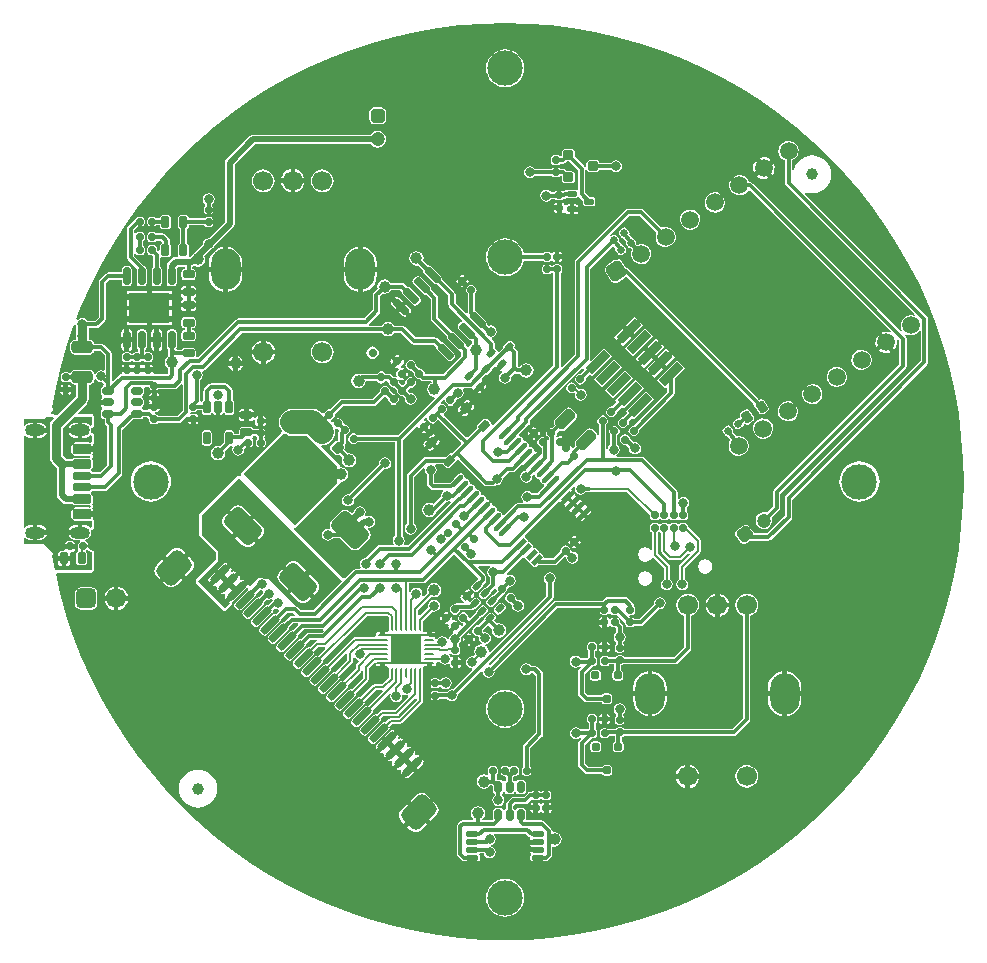
<source format=gtl>
G04*
G04 #@! TF.GenerationSoftware,Altium Limited,CircuitStudio,1.5.2 (30)*
G04*
G04 Layer_Physical_Order=1*
G04 Layer_Color=11767835*
%FSLAX25Y25*%
%MOIN*%
G70*
G01*
G75*
%ADD10C,0.03937*%
G04:AMPARAMS|DCode=11|XSize=43.31mil|YSize=23.62mil|CornerRadius=5.91mil|HoleSize=0mil|Usage=FLASHONLY|Rotation=270.000|XOffset=0mil|YOffset=0mil|HoleType=Round|Shape=RoundedRectangle|*
%AMROUNDEDRECTD11*
21,1,0.04331,0.01181,0,0,270.0*
21,1,0.03150,0.02362,0,0,270.0*
1,1,0.01181,-0.00591,-0.01575*
1,1,0.01181,-0.00591,0.01575*
1,1,0.01181,0.00591,0.01575*
1,1,0.01181,0.00591,-0.01575*
%
%ADD11ROUNDEDRECTD11*%
G04:AMPARAMS|DCode=12|XSize=23.62mil|YSize=23.62mil|CornerRadius=5.91mil|HoleSize=0mil|Usage=FLASHONLY|Rotation=90.000|XOffset=0mil|YOffset=0mil|HoleType=Round|Shape=RoundedRectangle|*
%AMROUNDEDRECTD12*
21,1,0.02362,0.01181,0,0,90.0*
21,1,0.01181,0.02362,0,0,90.0*
1,1,0.01181,0.00591,0.00591*
1,1,0.01181,0.00591,-0.00591*
1,1,0.01181,-0.00591,-0.00591*
1,1,0.01181,-0.00591,0.00591*
%
%ADD12ROUNDEDRECTD12*%
G04:AMPARAMS|DCode=13|XSize=23.62mil|YSize=23.62mil|CornerRadius=5.91mil|HoleSize=0mil|Usage=FLASHONLY|Rotation=180.000|XOffset=0mil|YOffset=0mil|HoleType=Round|Shape=RoundedRectangle|*
%AMROUNDEDRECTD13*
21,1,0.02362,0.01181,0,0,180.0*
21,1,0.01181,0.02362,0,0,180.0*
1,1,0.01181,-0.00591,0.00591*
1,1,0.01181,0.00591,0.00591*
1,1,0.01181,0.00591,-0.00591*
1,1,0.01181,-0.00591,-0.00591*
%
%ADD13ROUNDEDRECTD13*%
G04:AMPARAMS|DCode=14|XSize=23.62mil|YSize=23.62mil|CornerRadius=5.91mil|HoleSize=0mil|Usage=FLASHONLY|Rotation=45.000|XOffset=0mil|YOffset=0mil|HoleType=Round|Shape=RoundedRectangle|*
%AMROUNDEDRECTD14*
21,1,0.02362,0.01181,0,0,45.0*
21,1,0.01181,0.02362,0,0,45.0*
1,1,0.01181,0.00835,0.00000*
1,1,0.01181,0.00000,-0.00835*
1,1,0.01181,-0.00835,0.00000*
1,1,0.01181,0.00000,0.00835*
%
%ADD14ROUNDEDRECTD14*%
G04:AMPARAMS|DCode=15|XSize=35.43mil|YSize=31.5mil|CornerRadius=7.87mil|HoleSize=0mil|Usage=FLASHONLY|Rotation=225.000|XOffset=0mil|YOffset=0mil|HoleType=Round|Shape=RoundedRectangle|*
%AMROUNDEDRECTD15*
21,1,0.03543,0.01575,0,0,225.0*
21,1,0.01969,0.03150,0,0,225.0*
1,1,0.01575,-0.01253,-0.00139*
1,1,0.01575,0.00139,0.01253*
1,1,0.01575,0.01253,0.00139*
1,1,0.01575,-0.00139,-0.01253*
%
%ADD15ROUNDEDRECTD15*%
G04:AMPARAMS|DCode=16|XSize=23.62mil|YSize=23.62mil|CornerRadius=5.91mil|HoleSize=0mil|Usage=FLASHONLY|Rotation=135.000|XOffset=0mil|YOffset=0mil|HoleType=Round|Shape=RoundedRectangle|*
%AMROUNDEDRECTD16*
21,1,0.02362,0.01181,0,0,135.0*
21,1,0.01181,0.02362,0,0,135.0*
1,1,0.01181,0.00000,0.00835*
1,1,0.01181,0.00835,0.00000*
1,1,0.01181,0.00000,-0.00835*
1,1,0.01181,-0.00835,0.00000*
%
%ADD16ROUNDEDRECTD16*%
G04:AMPARAMS|DCode=17|XSize=35.43mil|YSize=62.99mil|CornerRadius=8.86mil|HoleSize=0mil|Usage=FLASHONLY|Rotation=90.000|XOffset=0mil|YOffset=0mil|HoleType=Round|Shape=RoundedRectangle|*
%AMROUNDEDRECTD17*
21,1,0.03543,0.04528,0,0,90.0*
21,1,0.01772,0.06299,0,0,90.0*
1,1,0.01772,0.02264,0.00886*
1,1,0.01772,0.02264,-0.00886*
1,1,0.01772,-0.02264,-0.00886*
1,1,0.01772,-0.02264,0.00886*
%
%ADD17ROUNDEDRECTD17*%
G04:AMPARAMS|DCode=18|XSize=31.5mil|YSize=62.99mil|CornerRadius=7.87mil|HoleSize=0mil|Usage=FLASHONLY|Rotation=270.000|XOffset=0mil|YOffset=0mil|HoleType=Round|Shape=RoundedRectangle|*
%AMROUNDEDRECTD18*
21,1,0.03150,0.04724,0,0,270.0*
21,1,0.01575,0.06299,0,0,270.0*
1,1,0.01575,-0.02362,-0.00787*
1,1,0.01575,-0.02362,0.00787*
1,1,0.01575,0.02362,0.00787*
1,1,0.01575,0.02362,-0.00787*
%
%ADD18ROUNDEDRECTD18*%
G04:AMPARAMS|DCode=19|XSize=27.56mil|YSize=62.99mil|CornerRadius=6.89mil|HoleSize=0mil|Usage=FLASHONLY|Rotation=270.000|XOffset=0mil|YOffset=0mil|HoleType=Round|Shape=RoundedRectangle|*
%AMROUNDEDRECTD19*
21,1,0.02756,0.04921,0,0,270.0*
21,1,0.01378,0.06299,0,0,270.0*
1,1,0.01378,-0.02461,-0.00689*
1,1,0.01378,-0.02461,0.00689*
1,1,0.01378,0.02461,0.00689*
1,1,0.01378,0.02461,-0.00689*
%
%ADD19ROUNDEDRECTD19*%
G04:AMPARAMS|DCode=20|XSize=41.34mil|YSize=70.87mil|CornerRadius=10.34mil|HoleSize=0mil|Usage=FLASHONLY|Rotation=90.000|XOffset=0mil|YOffset=0mil|HoleType=Round|Shape=RoundedRectangle|*
%AMROUNDEDRECTD20*
21,1,0.04134,0.05020,0,0,90.0*
21,1,0.02067,0.07087,0,0,90.0*
1,1,0.02067,0.02510,0.01034*
1,1,0.02067,0.02510,-0.01034*
1,1,0.02067,-0.02510,-0.01034*
1,1,0.02067,-0.02510,0.01034*
%
%ADD20ROUNDEDRECTD20*%
G04:AMPARAMS|DCode=21|XSize=29.53mil|YSize=39.37mil|CornerRadius=7.38mil|HoleSize=0mil|Usage=FLASHONLY|Rotation=270.000|XOffset=0mil|YOffset=0mil|HoleType=Round|Shape=RoundedRectangle|*
%AMROUNDEDRECTD21*
21,1,0.02953,0.02461,0,0,270.0*
21,1,0.01476,0.03937,0,0,270.0*
1,1,0.01476,-0.01230,-0.00738*
1,1,0.01476,-0.01230,0.00738*
1,1,0.01476,0.01230,0.00738*
1,1,0.01476,0.01230,-0.00738*
%
%ADD21ROUNDEDRECTD21*%
G04:AMPARAMS|DCode=22|XSize=29.53mil|YSize=39.37mil|CornerRadius=7.38mil|HoleSize=0mil|Usage=FLASHONLY|Rotation=180.000|XOffset=0mil|YOffset=0mil|HoleType=Round|Shape=RoundedRectangle|*
%AMROUNDEDRECTD22*
21,1,0.02953,0.02461,0,0,180.0*
21,1,0.01476,0.03937,0,0,180.0*
1,1,0.01476,-0.00738,0.01230*
1,1,0.01476,0.00738,0.01230*
1,1,0.01476,0.00738,-0.01230*
1,1,0.01476,-0.00738,-0.01230*
%
%ADD22ROUNDEDRECTD22*%
G04:AMPARAMS|DCode=23|XSize=61.02mil|YSize=23.62mil|CornerRadius=5.91mil|HoleSize=0mil|Usage=FLASHONLY|Rotation=315.000|XOffset=0mil|YOffset=0mil|HoleType=Round|Shape=RoundedRectangle|*
%AMROUNDEDRECTD23*
21,1,0.06102,0.01181,0,0,315.0*
21,1,0.04921,0.02362,0,0,315.0*
1,1,0.01181,0.01322,-0.02158*
1,1,0.01181,-0.02158,0.01322*
1,1,0.01181,-0.01322,0.02158*
1,1,0.01181,0.02158,-0.01322*
%
%ADD23ROUNDEDRECTD23*%
G04:AMPARAMS|DCode=24|XSize=32.68mil|YSize=20.47mil|CornerRadius=5.12mil|HoleSize=0mil|Usage=FLASHONLY|Rotation=45.000|XOffset=0mil|YOffset=0mil|HoleType=Round|Shape=RoundedRectangle|*
%AMROUNDEDRECTD24*
21,1,0.03268,0.01024,0,0,45.0*
21,1,0.02244,0.02047,0,0,45.0*
1,1,0.01024,0.01155,0.00432*
1,1,0.01024,-0.00432,-0.01155*
1,1,0.01024,-0.01155,-0.00432*
1,1,0.01024,0.00432,0.01155*
%
%ADD24ROUNDEDRECTD24*%
G04:AMPARAMS|DCode=25|XSize=27.56mil|YSize=27.56mil|CornerRadius=6.89mil|HoleSize=0mil|Usage=FLASHONLY|Rotation=135.000|XOffset=0mil|YOffset=0mil|HoleType=Round|Shape=RoundedRectangle|*
%AMROUNDEDRECTD25*
21,1,0.02756,0.01378,0,0,135.0*
21,1,0.01378,0.02756,0,0,135.0*
1,1,0.01378,0.00000,0.00974*
1,1,0.01378,0.00974,0.00000*
1,1,0.01378,0.00000,-0.00974*
1,1,0.01378,-0.00974,0.00000*
%
%ADD25ROUNDEDRECTD25*%
G04:AMPARAMS|DCode=26|XSize=31.5mil|YSize=19.69mil|CornerRadius=4.92mil|HoleSize=0mil|Usage=FLASHONLY|Rotation=225.000|XOffset=0mil|YOffset=0mil|HoleType=Round|Shape=RoundedRectangle|*
%AMROUNDEDRECTD26*
21,1,0.03150,0.00984,0,0,225.0*
21,1,0.02165,0.01969,0,0,225.0*
1,1,0.00984,-0.01114,-0.00418*
1,1,0.00984,0.00418,0.01114*
1,1,0.00984,0.01114,0.00418*
1,1,0.00984,-0.00418,-0.01114*
%
%ADD26ROUNDEDRECTD26*%
G04:AMPARAMS|DCode=27|XSize=27.56mil|YSize=27.56mil|CornerRadius=6.89mil|HoleSize=0mil|Usage=FLASHONLY|Rotation=270.000|XOffset=0mil|YOffset=0mil|HoleType=Round|Shape=RoundedRectangle|*
%AMROUNDEDRECTD27*
21,1,0.02756,0.01378,0,0,270.0*
21,1,0.01378,0.02756,0,0,270.0*
1,1,0.01378,-0.00689,-0.00689*
1,1,0.01378,-0.00689,0.00689*
1,1,0.01378,0.00689,0.00689*
1,1,0.01378,0.00689,-0.00689*
%
%ADD27ROUNDEDRECTD27*%
G04:AMPARAMS|DCode=28|XSize=23.62mil|YSize=23.62mil|CornerRadius=5.91mil|HoleSize=0mil|Usage=FLASHONLY|Rotation=35.000|XOffset=0mil|YOffset=0mil|HoleType=Round|Shape=RoundedRectangle|*
%AMROUNDEDRECTD28*
21,1,0.02362,0.01181,0,0,35.0*
21,1,0.01181,0.02362,0,0,35.0*
1,1,0.01181,0.00823,-0.00145*
1,1,0.01181,-0.00145,-0.00823*
1,1,0.01181,-0.00823,0.00145*
1,1,0.01181,0.00145,0.00823*
%
%ADD28ROUNDEDRECTD28*%
G04:AMPARAMS|DCode=29|XSize=35.43mil|YSize=31.5mil|CornerRadius=7.87mil|HoleSize=0mil|Usage=FLASHONLY|Rotation=0.000|XOffset=0mil|YOffset=0mil|HoleType=Round|Shape=RoundedRectangle|*
%AMROUNDEDRECTD29*
21,1,0.03543,0.01575,0,0,0.0*
21,1,0.01969,0.03150,0,0,0.0*
1,1,0.01575,0.00984,-0.00787*
1,1,0.01575,-0.00984,-0.00787*
1,1,0.01575,-0.00984,0.00787*
1,1,0.01575,0.00984,0.00787*
%
%ADD29ROUNDEDRECTD29*%
G04:AMPARAMS|DCode=30|XSize=29.53mil|YSize=39.37mil|CornerRadius=7.38mil|HoleSize=0mil|Usage=FLASHONLY|Rotation=215.000|XOffset=0mil|YOffset=0mil|HoleType=Round|Shape=RoundedRectangle|*
%AMROUNDEDRECTD30*
21,1,0.02953,0.02461,0,0,215.0*
21,1,0.01476,0.03937,0,0,215.0*
1,1,0.01476,-0.01310,0.00584*
1,1,0.01476,-0.00101,0.01431*
1,1,0.01476,0.01310,-0.00584*
1,1,0.01476,0.00101,-0.01431*
%
%ADD30ROUNDEDRECTD30*%
G04:AMPARAMS|DCode=31|XSize=32.68mil|YSize=20.47mil|CornerRadius=5.12mil|HoleSize=0mil|Usage=FLASHONLY|Rotation=0.000|XOffset=0mil|YOffset=0mil|HoleType=Round|Shape=RoundedRectangle|*
%AMROUNDEDRECTD31*
21,1,0.03268,0.01024,0,0,0.0*
21,1,0.02244,0.02047,0,0,0.0*
1,1,0.01024,0.01122,-0.00512*
1,1,0.01024,-0.01122,-0.00512*
1,1,0.01024,-0.01122,0.00512*
1,1,0.01024,0.01122,0.00512*
%
%ADD31ROUNDEDRECTD31*%
G04:AMPARAMS|DCode=32|XSize=41.34mil|YSize=25.59mil|CornerRadius=6.4mil|HoleSize=0mil|Usage=FLASHONLY|Rotation=45.000|XOffset=0mil|YOffset=0mil|HoleType=Round|Shape=RoundedRectangle|*
%AMROUNDEDRECTD32*
21,1,0.04134,0.01280,0,0,45.0*
21,1,0.02854,0.02559,0,0,45.0*
1,1,0.01280,0.01462,0.00557*
1,1,0.01280,-0.00557,-0.01462*
1,1,0.01280,-0.01462,-0.00557*
1,1,0.01280,0.00557,0.01462*
%
%ADD32ROUNDEDRECTD32*%
G04:AMPARAMS|DCode=33|XSize=39.37mil|YSize=70.87mil|CornerRadius=9.84mil|HoleSize=0mil|Usage=FLASHONLY|Rotation=135.000|XOffset=0mil|YOffset=0mil|HoleType=Round|Shape=RoundedRectangle|*
%AMROUNDEDRECTD33*
21,1,0.03937,0.05118,0,0,135.0*
21,1,0.01969,0.07087,0,0,135.0*
1,1,0.01969,0.01114,0.02506*
1,1,0.01969,0.02506,0.01114*
1,1,0.01969,-0.01114,-0.02506*
1,1,0.01969,-0.02506,-0.01114*
%
%ADD33ROUNDEDRECTD33*%
G04:AMPARAMS|DCode=34|XSize=78.74mil|YSize=124.8mil|CornerRadius=19.69mil|HoleSize=0mil|Usage=FLASHONLY|Rotation=45.000|XOffset=0mil|YOffset=0mil|HoleType=Round|Shape=RoundedRectangle|*
%AMROUNDEDRECTD34*
21,1,0.07874,0.08543,0,0,45.0*
21,1,0.03937,0.12480,0,0,45.0*
1,1,0.03937,0.04413,-0.01629*
1,1,0.03937,0.01629,-0.04413*
1,1,0.03937,-0.04413,0.01629*
1,1,0.03937,-0.01629,0.04413*
%
%ADD34ROUNDEDRECTD34*%
G04:AMPARAMS|DCode=35|XSize=23.62mil|YSize=74.8mil|CornerRadius=5.91mil|HoleSize=0mil|Usage=FLASHONLY|Rotation=135.000|XOffset=0mil|YOffset=0mil|HoleType=Round|Shape=RoundedRectangle|*
%AMROUNDEDRECTD35*
21,1,0.02362,0.06299,0,0,135.0*
21,1,0.01181,0.07480,0,0,135.0*
1,1,0.01181,0.01810,0.02645*
1,1,0.01181,0.02645,0.01810*
1,1,0.01181,-0.01810,-0.02645*
1,1,0.01181,-0.02645,-0.01810*
%
%ADD35ROUNDEDRECTD35*%
G04:AMPARAMS|DCode=36|XSize=82.68mil|YSize=110.24mil|CornerRadius=20.67mil|HoleSize=0mil|Usage=FLASHONLY|Rotation=135.000|XOffset=0mil|YOffset=0mil|HoleType=Round|Shape=RoundedRectangle|*
%AMROUNDEDRECTD36*
21,1,0.08268,0.06890,0,0,135.0*
21,1,0.04134,0.11024,0,0,135.0*
1,1,0.04134,0.00974,0.03897*
1,1,0.04134,0.03897,0.00974*
1,1,0.04134,-0.00974,-0.03897*
1,1,0.04134,-0.03897,-0.00974*
%
%ADD36ROUNDEDRECTD36*%
G04:AMPARAMS|DCode=37|XSize=61.02mil|YSize=23.62mil|CornerRadius=5.91mil|HoleSize=0mil|Usage=FLASHONLY|Rotation=90.000|XOffset=0mil|YOffset=0mil|HoleType=Round|Shape=RoundedRectangle|*
%AMROUNDEDRECTD37*
21,1,0.06102,0.01181,0,0,90.0*
21,1,0.04921,0.02362,0,0,90.0*
1,1,0.01181,0.00591,0.02461*
1,1,0.01181,0.00591,-0.02461*
1,1,0.01181,-0.00591,-0.02461*
1,1,0.01181,-0.00591,0.02461*
%
%ADD37ROUNDEDRECTD37*%
%ADD38R,0.13780X0.10236*%
G04:AMPARAMS|DCode=39|XSize=39.37mil|YSize=27.56mil|CornerRadius=6.89mil|HoleSize=0mil|Usage=FLASHONLY|Rotation=0.000|XOffset=0mil|YOffset=0mil|HoleType=Round|Shape=RoundedRectangle|*
%AMROUNDEDRECTD39*
21,1,0.03937,0.01378,0,0,0.0*
21,1,0.02559,0.02756,0,0,0.0*
1,1,0.01378,0.01280,-0.00689*
1,1,0.01378,-0.01280,-0.00689*
1,1,0.01378,-0.01280,0.00689*
1,1,0.01378,0.01280,0.00689*
%
%ADD39ROUNDEDRECTD39*%
G04:AMPARAMS|DCode=40|XSize=39.37mil|YSize=27.56mil|CornerRadius=6.89mil|HoleSize=0mil|Usage=FLASHONLY|Rotation=90.000|XOffset=0mil|YOffset=0mil|HoleType=Round|Shape=RoundedRectangle|*
%AMROUNDEDRECTD40*
21,1,0.03937,0.01378,0,0,90.0*
21,1,0.02559,0.02756,0,0,90.0*
1,1,0.01378,0.00689,0.01280*
1,1,0.01378,0.00689,-0.01280*
1,1,0.01378,-0.00689,-0.01280*
1,1,0.01378,-0.00689,0.01280*
%
%ADD40ROUNDEDRECTD40*%
G04:AMPARAMS|DCode=41|XSize=41.34mil|YSize=17.72mil|CornerRadius=4.43mil|HoleSize=0mil|Usage=FLASHONLY|Rotation=225.000|XOffset=0mil|YOffset=0mil|HoleType=Round|Shape=RoundedRectangle|*
%AMROUNDEDRECTD41*
21,1,0.04134,0.00886,0,0,225.0*
21,1,0.03248,0.01772,0,0,225.0*
1,1,0.00886,-0.01462,-0.00835*
1,1,0.00886,0.00835,0.01462*
1,1,0.00886,0.01462,0.00835*
1,1,0.00886,-0.00835,-0.01462*
%
%ADD41ROUNDEDRECTD41*%
G04:AMPARAMS|DCode=42|XSize=41.34mil|YSize=17.72mil|CornerRadius=4.43mil|HoleSize=0mil|Usage=FLASHONLY|Rotation=0.000|XOffset=0mil|YOffset=0mil|HoleType=Round|Shape=RoundedRectangle|*
%AMROUNDEDRECTD42*
21,1,0.04134,0.00886,0,0,0.0*
21,1,0.03248,0.01772,0,0,0.0*
1,1,0.00886,0.01624,-0.00443*
1,1,0.00886,-0.01624,-0.00443*
1,1,0.00886,-0.01624,0.00443*
1,1,0.00886,0.01624,0.00443*
%
%ADD42ROUNDEDRECTD42*%
G04:AMPARAMS|DCode=43|XSize=53.15mil|YSize=15.75mil|CornerRadius=3.94mil|HoleSize=0mil|Usage=FLASHONLY|Rotation=225.000|XOffset=0mil|YOffset=0mil|HoleType=Round|Shape=RoundedRectangle|*
%AMROUNDEDRECTD43*
21,1,0.05315,0.00787,0,0,225.0*
21,1,0.04528,0.01575,0,0,225.0*
1,1,0.00787,-0.01879,-0.01322*
1,1,0.00787,0.01322,0.01879*
1,1,0.00787,0.01879,0.01322*
1,1,0.00787,-0.01322,-0.01879*
%
%ADD43ROUNDEDRECTD43*%
%ADD44R,0.10433X0.10433*%
G04:AMPARAMS|DCode=45|XSize=7.87mil|YSize=33.47mil|CornerRadius=1.97mil|HoleSize=0mil|Usage=FLASHONLY|Rotation=90.000|XOffset=0mil|YOffset=0mil|HoleType=Round|Shape=RoundedRectangle|*
%AMROUNDEDRECTD45*
21,1,0.00787,0.02953,0,0,90.0*
21,1,0.00394,0.03347,0,0,90.0*
1,1,0.00394,0.01476,0.00197*
1,1,0.00394,0.01476,-0.00197*
1,1,0.00394,-0.01476,-0.00197*
1,1,0.00394,-0.01476,0.00197*
%
%ADD45ROUNDEDRECTD45*%
G04:AMPARAMS|DCode=46|XSize=7.87mil|YSize=33.47mil|CornerRadius=1.97mil|HoleSize=0mil|Usage=FLASHONLY|Rotation=180.000|XOffset=0mil|YOffset=0mil|HoleType=Round|Shape=RoundedRectangle|*
%AMROUNDEDRECTD46*
21,1,0.00787,0.02953,0,0,180.0*
21,1,0.00394,0.03347,0,0,180.0*
1,1,0.00394,-0.00197,0.01476*
1,1,0.00394,0.00197,0.01476*
1,1,0.00394,0.00197,-0.01476*
1,1,0.00394,-0.00197,-0.01476*
%
%ADD46ROUNDEDRECTD46*%
G04:AMPARAMS|DCode=47|XSize=29.92mil|YSize=86.61mil|CornerRadius=0mil|HoleSize=0mil|Usage=FLASHONLY|Rotation=135.000|XOffset=0mil|YOffset=0mil|HoleType=Round|Shape=Rectangle|*
%AMROTATEDRECTD47*
4,1,4,0.04120,0.02004,-0.02004,-0.04120,-0.04120,-0.02004,0.02004,0.04120,0.04120,0.02004,0.0*
%
%ADD47ROTATEDRECTD47*%

%ADD48C,0.00787*%
%ADD49C,0.01181*%
%ADD50C,0.07874*%
%ADD51C,0.01969*%
%ADD52C,0.03150*%
%ADD53C,0.05906*%
G04:AMPARAMS|DCode=54|XSize=59.06mil|YSize=59.06mil|CornerRadius=14.76mil|HoleSize=0mil|Usage=FLASHONLY|Rotation=305.000|XOffset=0mil|YOffset=0mil|HoleType=Round|Shape=RoundedRectangle|*
%AMROUNDEDRECTD54*
21,1,0.05906,0.02953,0,0,305.0*
21,1,0.02953,0.05906,0,0,305.0*
1,1,0.02953,-0.00363,-0.02056*
1,1,0.02953,-0.02056,0.00363*
1,1,0.02953,0.00363,0.02056*
1,1,0.02953,0.02056,-0.00363*
%
%ADD54ROUNDEDRECTD54*%
%ADD55O,0.06693X0.03937*%
%ADD56C,0.04724*%
G04:AMPARAMS|DCode=57|XSize=47.24mil|YSize=47.24mil|CornerRadius=11.81mil|HoleSize=0mil|Usage=FLASHONLY|Rotation=90.000|XOffset=0mil|YOffset=0mil|HoleType=Round|Shape=RoundedRectangle|*
%AMROUNDEDRECTD57*
21,1,0.04724,0.02362,0,0,90.0*
21,1,0.02362,0.04724,0,0,90.0*
1,1,0.02362,0.01181,0.01181*
1,1,0.02362,0.01181,-0.01181*
1,1,0.02362,-0.01181,-0.01181*
1,1,0.02362,-0.01181,0.01181*
%
%ADD57ROUNDEDRECTD57*%
%ADD58C,0.06693*%
%ADD59O,0.09843X0.13780*%
G04:AMPARAMS|DCode=60|XSize=47.24mil|YSize=47.24mil|CornerRadius=11.81mil|HoleSize=0mil|Usage=FLASHONLY|Rotation=215.500|XOffset=0mil|YOffset=0mil|HoleType=Round|Shape=RoundedRectangle|*
%AMROUNDEDRECTD60*
21,1,0.04724,0.02362,0,0,215.5*
21,1,0.02362,0.04724,0,0,215.5*
1,1,0.02362,-0.01647,0.00276*
1,1,0.02362,0.00276,0.01647*
1,1,0.02362,0.01647,-0.00276*
1,1,0.02362,-0.00276,-0.01647*
%
%ADD60ROUNDEDRECTD60*%
%ADD61C,0.11811*%
G04:AMPARAMS|DCode=62|XSize=66.93mil|YSize=66.93mil|CornerRadius=16.73mil|HoleSize=0mil|Usage=FLASHONLY|Rotation=0.000|XOffset=0mil|YOffset=0mil|HoleType=Round|Shape=RoundedRectangle|*
%AMROUNDEDRECTD62*
21,1,0.06693,0.03347,0,0,0.0*
21,1,0.03347,0.06693,0,0,0.0*
1,1,0.03346,0.01673,-0.01673*
1,1,0.03346,-0.01673,-0.01673*
1,1,0.03346,-0.01673,0.01673*
1,1,0.03346,0.01673,0.01673*
%
%ADD62ROUNDEDRECTD62*%
%ADD63C,0.03150*%
%ADD64C,0.02756*%
G36*
X-107503Y32267D02*
Y23728D01*
X-109258Y21972D01*
X-115564D01*
X-115628Y22068D01*
X-115954Y22286D01*
X-116338Y22362D01*
X-116656D01*
X-116845Y22607D01*
X-116608Y23107D01*
X-116338D01*
X-115877Y23199D01*
X-115486Y23460D01*
X-115225Y23851D01*
X-115173Y24115D01*
X-116928D01*
X-118898D01*
X-119140Y23842D01*
X-120597D01*
X-120774Y24108D01*
X-120958Y24230D01*
X-120961Y24238D01*
Y24778D01*
X-120958Y24786D01*
X-120774Y24909D01*
X-120535Y25267D01*
X-120450Y25689D01*
Y27067D01*
X-120535Y27490D01*
X-120774Y27848D01*
X-120958Y27971D01*
X-120961Y27979D01*
Y28518D01*
X-120958Y28526D01*
X-120774Y28649D01*
X-120535Y29007D01*
X-120450Y29430D01*
Y30808D01*
X-120483Y30973D01*
X-120142Y31473D01*
X-118522D01*
Y31398D01*
X-118446Y31014D01*
X-118228Y30688D01*
X-117903Y30471D01*
X-117519Y30395D01*
X-116338D01*
X-115954Y30471D01*
X-115628Y30688D01*
X-115564Y30784D01*
X-110137D01*
X-110137Y30784D01*
X-109676Y30876D01*
X-109285Y31137D01*
X-107965Y32458D01*
X-107503Y32267D01*
D02*
G37*
G36*
X-150434Y21192D02*
X-151167Y20459D01*
X-151645Y19743D01*
X-151813Y18898D01*
Y7874D01*
X-151645Y7029D01*
X-151167Y6313D01*
X-149321Y4468D01*
Y-4645D01*
X-149321Y-4645D01*
X-149220Y-5158D01*
X-149199Y-5260D01*
X-148851Y-5781D01*
X-147513Y-7119D01*
X-147513Y-7119D01*
X-146992Y-7467D01*
X-146377Y-7589D01*
X-144219D01*
X-144197Y-7623D01*
X-143807Y-7884D01*
X-143346Y-7976D01*
X-138621D01*
X-138568Y-7965D01*
X-138091Y-8315D01*
X-138551Y-8670D01*
X-138720Y-8636D01*
X-143247D01*
X-143746Y-8735D01*
X-144170Y-9018D01*
X-144453Y-9441D01*
X-144552Y-9940D01*
Y-11712D01*
X-144453Y-12211D01*
X-144170Y-12635D01*
X-143746Y-12918D01*
X-143247Y-13017D01*
X-138720D01*
X-138294Y-12932D01*
X-138076Y-13025D01*
X-137794Y-13234D01*
X-137794Y-15266D01*
X-138294Y-15436D01*
X-138489Y-15182D01*
X-139024Y-14772D01*
X-139646Y-14514D01*
X-140314Y-14426D01*
X-140905D01*
Y-17007D01*
X-141692D01*
Y-17795D01*
X-145514D01*
X-145305Y-18298D01*
X-144895Y-18833D01*
X-144361Y-19243D01*
X-144257Y-19286D01*
X-144157Y-19327D01*
X-144127Y-19371D01*
X-144202Y-19816D01*
X-144366Y-19857D01*
X-144389Y-19858D01*
X-144391D01*
X-144397Y-19858D01*
X-144413Y-19858D01*
X-145570D01*
X-146031Y-19950D01*
X-146422Y-20211D01*
X-146683Y-20602D01*
X-146735Y-20866D01*
X-144980D01*
X-143224D01*
X-143276Y-20602D01*
X-143537Y-20211D01*
X-143588Y-20177D01*
X-143623Y-20154D01*
X-143886Y-19901D01*
X-143876Y-19762D01*
X-143606Y-19528D01*
X-143391Y-19546D01*
X-143370Y-19549D01*
X-143370D01*
X-143070Y-19589D01*
X-141634D01*
X-141585Y-20089D01*
X-141820Y-20135D01*
X-142146Y-20353D01*
X-142363Y-20679D01*
X-142440Y-21063D01*
Y-22244D01*
X-142363Y-22628D01*
X-142266Y-22773D01*
X-142286Y-22957D01*
X-142382Y-23299D01*
X-142427Y-23364D01*
X-142695Y-23544D01*
X-142945Y-23918D01*
X-143033Y-24360D01*
Y-26820D01*
X-142945Y-27262D01*
X-142695Y-27637D01*
X-142321Y-27887D01*
X-141879Y-27975D01*
X-140403D01*
X-139961Y-27887D01*
X-139587Y-27637D01*
X-139337Y-27262D01*
X-139249Y-26820D01*
Y-24360D01*
X-139337Y-23918D01*
X-139587Y-23544D01*
X-139558Y-22962D01*
X-139546Y-22953D01*
X-139518Y-22912D01*
X-138927D01*
X-138820Y-23072D01*
X-138169Y-23507D01*
X-137794Y-23582D01*
X-137794Y-29174D01*
X-138148Y-29527D01*
X-149963D01*
X-150854Y-24396D01*
X-150834Y-24367D01*
X-150766Y-24022D01*
X-150834Y-23676D01*
X-151030Y-23383D01*
X-153399Y-21014D01*
X-153691Y-20819D01*
X-154037Y-20750D01*
X-160513D01*
Y-18797D01*
X-160013Y-18627D01*
X-159856Y-18833D01*
X-159321Y-19243D01*
X-158699Y-19501D01*
X-158031Y-19589D01*
X-157440D01*
Y-17007D01*
Y-14426D01*
X-158031D01*
X-158699Y-14514D01*
X-159321Y-14772D01*
X-159856Y-15182D01*
X-160013Y-15388D01*
X-160513Y-15218D01*
Y15219D01*
X-160013Y15388D01*
X-159856Y15183D01*
X-159321Y14773D01*
X-158699Y14515D01*
X-158031Y14427D01*
X-157440D01*
Y17008D01*
Y19589D01*
X-158031D01*
X-158699Y19501D01*
X-159321Y19244D01*
X-159856Y18833D01*
X-160013Y18628D01*
X-160513Y18798D01*
Y20751D01*
X-154037D01*
X-153691Y20820D01*
X-153399Y21015D01*
X-152760Y21654D01*
X-150625D01*
X-150434Y21192D01*
D02*
G37*
G36*
X-136479Y34242D02*
X-136064Y33621D01*
X-135413Y33185D01*
X-134645Y33033D01*
X-134391Y33083D01*
X-133702Y32393D01*
X-133866Y31851D01*
X-133985Y31827D01*
X-134343Y31588D01*
X-134582Y31230D01*
X-134666Y30808D01*
Y29430D01*
X-134582Y29007D01*
X-134343Y28649D01*
X-134371Y28066D01*
X-134485Y27990D01*
X-134767Y27567D01*
X-134847Y27166D01*
X-132283D01*
Y25591D01*
X-134847D01*
X-134767Y25190D01*
X-134485Y24767D01*
X-134371Y24691D01*
X-134343Y24108D01*
X-134582Y23750D01*
X-134666Y23327D01*
Y21949D01*
X-134582Y21527D01*
X-134343Y21169D01*
X-133985Y20929D01*
X-133562Y20845D01*
X-133487D01*
Y19685D01*
X-133487Y19685D01*
X-133395Y19225D01*
X-133134Y18834D01*
X-132700Y18399D01*
Y5617D01*
X-135144Y3173D01*
X-137565D01*
X-137742Y3438D01*
X-138019Y3624D01*
X-138045Y3707D01*
X-138060Y3951D01*
X-138028Y4173D01*
X-137770Y4346D01*
X-137509Y4736D01*
X-137417Y5197D01*
Y6772D01*
X-137509Y7233D01*
X-137739Y7578D01*
X-137616Y7669D01*
X-137540Y7752D01*
X-137456Y7826D01*
X-137435Y7866D01*
X-137405Y7900D01*
X-137366Y8006D01*
X-137316Y8106D01*
X-137313Y8152D01*
X-137298Y8195D01*
X-137303Y8307D01*
X-137295Y8419D01*
X-137310Y8462D01*
X-137312Y8507D01*
X-137359Y8609D01*
X-137395Y8716D01*
X-137425Y8750D01*
X-137444Y8791D01*
X-137527Y8867D01*
X-137601Y8952D01*
X-137604Y8954D01*
X-137329Y9365D01*
X-137214Y9941D01*
Y10040D01*
X-140983D01*
Y11615D01*
X-137214D01*
Y11713D01*
X-137329Y12289D01*
X-137227Y12667D01*
X-137172Y12750D01*
X-137105Y12823D01*
X-137086Y12879D01*
X-137053Y12928D01*
X-137033Y13025D01*
X-137000Y13118D01*
X-137003Y13177D01*
X-136992Y13235D01*
Y15267D01*
X-136997Y15293D01*
X-136993Y15319D01*
X-137027Y15446D01*
X-137053Y15574D01*
X-137068Y15596D01*
X-137074Y15622D01*
X-137154Y15726D01*
X-137227Y15835D01*
X-137249Y15849D01*
X-137265Y15870D01*
X-137379Y15936D01*
X-137487Y16009D01*
X-137513Y16014D01*
X-137537Y16027D01*
X-138037Y16197D01*
X-137969Y16691D01*
X-137906Y17008D01*
X-137969Y17325D01*
X-138037Y17820D01*
X-137537Y17989D01*
X-137513Y18003D01*
X-137487Y18008D01*
X-137379Y18081D01*
X-137265Y18146D01*
X-137249Y18167D01*
X-137227Y18182D01*
X-137154Y18291D01*
X-137074Y18395D01*
X-137068Y18420D01*
X-137053Y18442D01*
X-137027Y18571D01*
X-136993Y18697D01*
X-136997Y18724D01*
X-136992Y18750D01*
Y21654D01*
X-137053Y21961D01*
X-137227Y22222D01*
X-137487Y22396D01*
X-137795Y22457D01*
X-142271D01*
X-142463Y22919D01*
X-139383Y25998D01*
X-138904Y26715D01*
X-138736Y27560D01*
Y32256D01*
X-138434D01*
X-137877Y32367D01*
X-137405Y32682D01*
X-137090Y33154D01*
X-136979Y33711D01*
Y33990D01*
X-136516Y34247D01*
X-136479Y34242D01*
D02*
G37*
G36*
X7501Y152667D02*
X14983Y152115D01*
X22429Y151196D01*
X29820Y149914D01*
X37140Y148270D01*
X44371Y146269D01*
X51494Y143916D01*
X58494Y141216D01*
X65353Y138175D01*
X72054Y134802D01*
X78582Y131105D01*
X84920Y127091D01*
X91054Y122771D01*
X96968Y118155D01*
X102649Y113255D01*
X108082Y108082D01*
X113255Y102648D01*
X118156Y96968D01*
X122771Y91053D01*
X127091Y84920D01*
X131105Y78581D01*
X134803Y72054D01*
X138176Y65352D01*
X141216Y58494D01*
X143916Y51494D01*
X146270Y44370D01*
X148270Y37140D01*
X149914Y29820D01*
X151197Y22428D01*
X152115Y14982D01*
X152667Y7500D01*
X152851Y0D01*
X152667Y-7500D01*
X152115Y-14982D01*
X151197Y-22427D01*
X149914Y-29819D01*
X148270Y-37139D01*
X146270Y-44370D01*
X143916Y-51493D01*
X141216Y-58493D01*
X138176Y-65352D01*
X134803Y-72053D01*
X131105Y-78580D01*
X127091Y-84919D01*
X122771Y-91053D01*
X118156Y-96967D01*
X113255Y-102648D01*
X108082Y-108081D01*
X102649Y-113254D01*
X96968Y-118155D01*
X91054Y-122770D01*
X84920Y-127090D01*
X78582Y-131104D01*
X72054Y-134802D01*
X65353Y-138175D01*
X58494Y-141215D01*
X51494Y-143915D01*
X44371Y-146268D01*
X37140Y-148269D01*
X29820Y-149913D01*
X22429Y-151196D01*
X14983Y-152114D01*
X7501Y-152666D01*
X1Y-152850D01*
X-7499Y-152666D01*
X-14981Y-152114D01*
X-22427Y-151196D01*
X-29819Y-149913D01*
X-37139Y-148269D01*
X-44369Y-146268D01*
X-51493Y-143915D01*
X-58492Y-141215D01*
X-65351Y-138175D01*
X-72052Y-134802D01*
X-78580Y-131104D01*
X-84918Y-127090D01*
X-91052Y-122770D01*
X-96966Y-118155D01*
X-102647Y-113254D01*
X-108081Y-108081D01*
X-113254Y-102648D01*
X-118154Y-96967D01*
X-122770Y-91053D01*
X-127090Y-84919D01*
X-131103Y-78580D01*
X-134801Y-72053D01*
X-138174Y-65352D01*
X-141215Y-58493D01*
X-143915Y-51493D01*
X-146268Y-44370D01*
X-148269Y-37139D01*
X-149710Y-30720D01*
X-149398Y-30330D01*
X-138148D01*
X-138148Y-30330D01*
X-137841Y-30269D01*
X-137580Y-30095D01*
X-137227Y-29741D01*
X-137053Y-29481D01*
X-136992Y-29174D01*
X-136992Y-23582D01*
X-137007Y-23504D01*
Y-23425D01*
X-137037Y-23352D01*
X-137053Y-23275D01*
X-137097Y-23209D01*
X-137127Y-23136D01*
X-137183Y-23080D01*
X-137227Y-23014D01*
X-137293Y-22970D01*
X-137348Y-22914D01*
X-137422Y-22884D01*
X-137487Y-22840D01*
X-137565Y-22825D01*
X-137638Y-22794D01*
X-137856Y-22751D01*
X-138241Y-22493D01*
X-138260Y-22466D01*
X-138315Y-22410D01*
X-138359Y-22344D01*
X-138425Y-22300D01*
X-138481Y-22244D01*
X-138554Y-22214D01*
X-138620Y-22170D01*
X-138697Y-22155D01*
X-138770Y-22125D01*
X-139051Y-21708D01*
Y-21063D01*
X-139143Y-20602D01*
X-139404Y-20211D01*
X-139794Y-19950D01*
X-140115Y-19886D01*
Y-19376D01*
X-139392Y-19233D01*
X-138611Y-18711D01*
X-138089Y-17929D01*
X-137906Y-17007D01*
X-137969Y-16690D01*
X-138036Y-16196D01*
X-137536Y-16026D01*
X-137513Y-16013D01*
X-137487Y-16008D01*
X-137378Y-15935D01*
X-137265Y-15870D01*
X-137249Y-15849D01*
X-137227Y-15834D01*
X-137154Y-15725D01*
X-137074Y-15621D01*
X-137068Y-15596D01*
X-137053Y-15573D01*
X-137027Y-15445D01*
X-136993Y-15319D01*
X-136997Y-15292D01*
X-136992Y-15266D01*
X-136992Y-13234D01*
X-137003Y-13176D01*
X-137000Y-13117D01*
X-137033Y-13024D01*
X-137053Y-12927D01*
X-137086Y-12878D01*
X-137105Y-12822D01*
X-137172Y-12749D01*
X-137227Y-12666D01*
X-137329Y-12288D01*
X-137214Y-11712D01*
Y-11614D01*
X-140983D01*
Y-10039D01*
X-137214D01*
Y-9940D01*
X-137329Y-9364D01*
X-137604Y-8953D01*
X-137601Y-8951D01*
X-137527Y-8866D01*
X-137444Y-8790D01*
X-137425Y-8749D01*
X-137395Y-8715D01*
X-137359Y-8608D01*
X-137312Y-8507D01*
X-137310Y-8461D01*
X-137295Y-8418D01*
X-137303Y-8306D01*
X-137298Y-8194D01*
X-137313Y-8151D01*
X-137316Y-8106D01*
X-137366Y-8005D01*
X-137405Y-7899D01*
X-137435Y-7866D01*
X-137456Y-7825D01*
X-137540Y-7751D01*
X-137616Y-7668D01*
X-137739Y-7577D01*
X-137509Y-7232D01*
X-137417Y-6771D01*
Y-5196D01*
X-137509Y-4736D01*
X-137770Y-4345D01*
X-138028Y-4172D01*
X-138060Y-3950D01*
X-138045Y-3706D01*
X-138019Y-3623D01*
X-137742Y-3438D01*
X-137565Y-3172D01*
X-133464D01*
X-133464Y-3172D01*
X-133003Y-3081D01*
X-132612Y-2820D01*
X-127888Y1905D01*
X-127627Y2296D01*
X-127535Y2756D01*
Y17218D01*
X-123908Y20845D01*
X-121554D01*
X-121132Y20929D01*
X-120774Y21169D01*
X-120597Y21434D01*
X-119297D01*
X-118522Y20659D01*
Y20178D01*
X-118446Y19794D01*
X-118228Y19468D01*
X-117903Y19250D01*
X-117519Y19174D01*
X-116338D01*
X-115954Y19250D01*
X-115628Y19468D01*
X-115564Y19564D01*
X-108759D01*
X-108759Y19564D01*
X-108298Y19656D01*
X-107907Y19917D01*
X-106185Y21639D01*
X-106029Y21555D01*
X-103936D01*
X-102181D01*
X-102233Y21820D01*
X-102494Y22210D01*
X-102885Y22471D01*
X-103346Y22563D01*
X-104527D01*
X-104646Y22539D01*
X-104996Y22917D01*
X-104846Y23275D01*
X-104594Y23321D01*
X-104527Y23308D01*
X-103346D01*
X-102962Y23384D01*
X-102636Y23602D01*
X-102572Y23698D01*
X-101003D01*
Y23229D01*
X-100926Y22845D01*
X-100709Y22519D01*
X-100383Y22302D01*
X-99999Y22225D01*
X-98818D01*
X-98434Y22302D01*
X-98109Y22519D01*
X-97895Y22838D01*
X-97864Y22844D01*
X-97384Y22830D01*
X-97372Y22768D01*
X-97111Y22377D01*
X-96720Y22116D01*
X-96456Y22064D01*
Y24804D01*
X-94881D01*
Y22064D01*
X-94617Y22116D01*
X-94226Y22377D01*
X-93965Y22768D01*
X-93953Y22830D01*
X-93474Y22844D01*
X-93442Y22838D01*
X-93229Y22519D01*
X-92903Y22302D01*
X-92519Y22225D01*
X-91338D01*
X-90954Y22302D01*
X-90628Y22519D01*
X-90411Y22845D01*
X-90334Y23229D01*
Y26378D01*
X-90411Y26762D01*
X-90628Y27088D01*
X-90657Y27107D01*
Y30052D01*
X-90749Y30512D01*
X-90853Y30669D01*
X-91010Y30903D01*
X-91010Y30903D01*
X-92455Y32348D01*
X-92845Y32609D01*
X-93306Y32701D01*
X-93306Y32701D01*
X-98031D01*
X-98492Y32609D01*
X-98882Y32348D01*
X-98882Y32348D01*
X-100193Y31037D01*
X-100454Y30646D01*
X-100546Y30185D01*
X-100546Y30185D01*
Y27197D01*
X-100709Y27088D01*
X-100926Y26762D01*
X-100971Y26539D01*
X-101118Y26501D01*
X-101538Y26860D01*
X-101551Y26907D01*
Y33871D01*
X-101336Y34014D01*
X-100901Y34665D01*
X-100748Y35434D01*
X-100901Y36202D01*
X-101090Y36485D01*
X-100823Y36985D01*
X-100787D01*
X-100787Y36985D01*
X-100326Y37077D01*
X-99935Y37338D01*
X-87689Y49584D01*
X-41012D01*
X-40679Y49085D01*
X-39897Y48563D01*
X-38976Y48379D01*
X-38054Y48563D01*
X-37273Y49085D01*
X-36939Y49584D01*
X-34750D01*
X-31166Y45999D01*
X-31166Y45999D01*
X-30775Y45738D01*
X-30314Y45647D01*
X-23821D01*
X-22874Y44699D01*
X-22897Y44586D01*
X-22820Y44202D01*
X-22603Y43877D01*
X-19123Y40397D01*
X-18797Y40179D01*
X-18413Y40103D01*
X-18029Y40179D01*
X-17704Y40397D01*
X-16869Y41232D01*
X-16651Y41557D01*
X-16575Y41941D01*
X-16651Y42325D01*
X-16869Y42651D01*
X-20348Y46131D01*
X-20674Y46349D01*
X-21058Y46425D01*
X-21171Y46402D01*
X-22471Y47702D01*
X-22862Y47963D01*
X-23323Y48055D01*
X-23323Y48055D01*
X-29815D01*
X-33400Y51639D01*
X-33790Y51900D01*
X-34251Y51992D01*
X-34251Y51992D01*
X-36939D01*
X-37273Y52491D01*
X-38054Y53013D01*
X-38976Y53196D01*
X-39897Y53013D01*
X-40679Y52491D01*
X-41012Y51992D01*
X-45204D01*
X-45411Y52492D01*
X-42061Y55842D01*
X-42061Y55842D01*
X-41800Y56233D01*
X-41708Y56693D01*
Y61706D01*
X-40745Y62670D01*
X-40157Y62552D01*
X-39235Y62736D01*
X-38454Y63258D01*
X-38120Y63757D01*
X-34861D01*
X-34372Y63268D01*
X-34394Y63155D01*
X-34318Y62771D01*
X-34100Y62445D01*
X-30620Y58965D01*
X-30295Y58748D01*
X-29911Y58671D01*
X-29527Y58748D01*
X-29201Y58965D01*
X-28366Y59800D01*
X-28148Y60126D01*
X-28072Y60510D01*
X-28148Y60894D01*
X-28366Y61220D01*
X-31846Y64700D01*
X-32171Y64917D01*
X-32555Y64993D01*
X-32669Y64971D01*
X-33510Y65813D01*
X-33901Y66074D01*
X-34362Y66165D01*
X-34362Y66165D01*
X-38120D01*
X-38454Y66664D01*
X-39235Y67186D01*
X-40157Y67370D01*
X-41078Y67186D01*
X-41860Y66664D01*
X-42382Y65883D01*
X-42565Y64961D01*
X-42448Y64373D01*
X-43764Y63057D01*
X-44025Y62666D01*
X-44117Y62205D01*
X-44117Y62205D01*
Y57192D01*
X-46955Y54354D01*
X-88976D01*
X-88976Y54354D01*
X-89436Y54263D01*
X-89827Y54001D01*
X-89827Y54001D01*
X-102333Y41495D01*
X-102822Y41522D01*
X-103136Y41932D01*
X-103127Y41979D01*
Y43455D01*
X-103215Y43897D01*
X-103465Y44271D01*
X-103839Y44521D01*
X-104281Y44609D01*
X-106741D01*
X-107183Y44521D01*
X-107557Y44271D01*
X-107791Y43921D01*
X-109267D01*
X-109545Y44346D01*
X-109555Y44421D01*
X-109488Y44760D01*
Y49681D01*
X-109564Y50065D01*
X-109782Y50391D01*
X-110107Y50609D01*
X-110491Y50685D01*
X-111672D01*
X-112057Y50609D01*
X-112382Y50391D01*
X-112600Y50065D01*
X-112676Y49681D01*
Y44760D01*
X-112600Y44376D01*
X-112382Y44051D01*
X-112286Y43986D01*
Y43701D01*
X-112286Y43701D01*
X-112286Y43701D01*
Y41887D01*
X-112785Y41554D01*
X-113307Y40773D01*
X-113490Y39851D01*
X-113307Y38929D01*
X-112785Y38148D01*
X-112286Y37814D01*
Y35873D01*
X-112309Y35850D01*
X-117079D01*
X-117355Y36350D01*
X-117326Y36496D01*
X-119082D01*
Y37284D01*
X-119869D01*
Y39039D01*
X-120133Y38987D01*
X-120524Y38726D01*
X-120531Y38715D01*
X-121133D01*
X-121140Y38726D01*
X-121530Y38987D01*
X-121794Y39039D01*
Y37284D01*
X-123369D01*
Y39039D01*
X-123633Y38987D01*
X-124024Y38726D01*
X-124031Y38715D01*
X-124633D01*
X-124640Y38726D01*
X-125031Y38987D01*
X-125294Y39039D01*
Y37284D01*
X-126082D01*
Y36496D01*
X-127838D01*
X-127804Y36330D01*
X-127793Y36220D01*
X-128087Y35784D01*
X-128216Y35759D01*
X-128607Y35498D01*
X-128607Y35498D01*
X-130616Y33488D01*
X-131078Y33679D01*
Y42520D01*
X-131170Y42981D01*
X-131275Y43137D01*
X-131431Y43372D01*
X-131431Y43372D01*
X-133695Y45635D01*
X-134086Y45896D01*
X-134546Y45988D01*
X-134546Y45988D01*
X-137013D01*
X-137090Y46374D01*
X-137405Y46846D01*
X-137877Y47162D01*
X-138434Y47273D01*
X-138736D01*
Y48426D01*
Y51158D01*
X-136220D01*
X-136220Y51158D01*
X-135759Y51250D01*
X-135368Y51511D01*
X-133400Y53480D01*
X-133400Y53480D01*
X-133243Y53714D01*
X-133139Y53870D01*
X-133047Y54331D01*
Y66037D01*
X-131807Y67277D01*
X-127676D01*
Y66020D01*
X-127600Y65636D01*
X-127382Y65311D01*
X-127057Y65093D01*
X-126672Y65017D01*
X-125491D01*
X-125107Y65093D01*
X-124782Y65311D01*
X-124564Y65636D01*
X-124488Y66020D01*
Y70941D01*
X-124564Y71325D01*
X-124782Y71651D01*
X-125107Y71868D01*
X-125491Y71945D01*
X-126672D01*
X-127057Y71868D01*
X-127382Y71651D01*
X-127600Y71325D01*
X-127676Y70941D01*
Y69685D01*
X-132306D01*
X-132306Y69685D01*
X-132767Y69593D01*
X-133158Y69332D01*
X-133158Y69332D01*
X-135103Y67387D01*
X-135364Y66997D01*
X-135455Y66536D01*
X-135455Y66536D01*
Y54830D01*
X-136718Y53567D01*
X-139145D01*
X-139383Y53924D01*
X-140099Y54402D01*
X-140944Y54570D01*
X-141789Y54402D01*
X-142419Y53981D01*
X-142767Y54167D01*
X-142853Y54247D01*
X-141215Y58494D01*
X-138174Y65352D01*
X-134801Y72054D01*
X-131103Y78581D01*
X-127090Y84920D01*
X-122770Y91053D01*
X-118154Y96968D01*
X-113254Y102648D01*
X-108081Y108082D01*
X-102647Y113255D01*
X-96966Y118155D01*
X-91052Y122771D01*
X-84918Y127091D01*
X-78580Y131105D01*
X-72052Y134802D01*
X-65351Y138175D01*
X-58492Y141216D01*
X-51493Y143916D01*
X-44369Y146269D01*
X-37139Y148270D01*
X-29819Y149914D01*
X-22427Y151196D01*
X-14981Y152115D01*
X-7499Y152667D01*
X1Y152851D01*
X7501Y152667D01*
D02*
G37*
G36*
X-143152Y52082D02*
Y48426D01*
Y47273D01*
X-143454D01*
X-144011Y47162D01*
X-144483Y46846D01*
X-144798Y46374D01*
X-144909Y45817D01*
Y43750D01*
X-144798Y43194D01*
X-144483Y42722D01*
X-144011Y42406D01*
X-143454Y42295D01*
X-138434D01*
X-137877Y42406D01*
X-137405Y42722D01*
X-137090Y43194D01*
X-137013Y43580D01*
X-135045D01*
X-133487Y42021D01*
Y37189D01*
X-133987Y36916D01*
X-134645Y37047D01*
X-135413Y36894D01*
X-136064Y36459D01*
X-136495Y35815D01*
X-136644Y35799D01*
X-136979Y35778D01*
X-137090Y36335D01*
X-137405Y36807D01*
X-137877Y37122D01*
X-138434Y37233D01*
X-143454D01*
X-144011Y37122D01*
X-144483Y36807D01*
X-144786Y36353D01*
X-144814Y36330D01*
X-145341Y36169D01*
X-145481Y36262D01*
X-145865Y36339D01*
X-147046D01*
X-147431Y36262D01*
X-147756Y36045D01*
X-147974Y35719D01*
X-148050Y35335D01*
Y34154D01*
X-147974Y33770D01*
X-147756Y33444D01*
X-147431Y33227D01*
X-147046Y33150D01*
X-145865D01*
X-145481Y33227D01*
X-145341Y33321D01*
X-144814Y33159D01*
X-144786Y33136D01*
X-144483Y32682D01*
X-144011Y32367D01*
X-143454Y32256D01*
X-143152D01*
Y28474D01*
X-149454Y22172D01*
X-150057Y22222D01*
X-150057Y22222D01*
X-150318Y22396D01*
X-150564Y22445D01*
X-150625Y22457D01*
X-151304D01*
X-151495Y22919D01*
X-151030Y23384D01*
X-150834Y23677D01*
X-150766Y24022D01*
X-150834Y24368D01*
X-150854Y24397D01*
X-149913Y29820D01*
X-148269Y37140D01*
X-146268Y44370D01*
X-143915Y51494D01*
X-143652Y52175D01*
X-143152Y52082D01*
D02*
G37*
G36*
X-137795Y18750D02*
X-138295Y18580D01*
X-138489Y18833D01*
X-139024Y19244D01*
X-139646Y19501D01*
X-140314Y19589D01*
X-140905D01*
Y17008D01*
Y14427D01*
X-140314D01*
X-139646Y14515D01*
X-139024Y14773D01*
X-138489Y15183D01*
X-138295Y15437D01*
X-137794Y15267D01*
Y13235D01*
X-138076Y13026D01*
X-138295Y12933D01*
X-138720Y13018D01*
X-143247D01*
X-143746Y12918D01*
X-144170Y12636D01*
X-144453Y12212D01*
X-144552Y11713D01*
Y9941D01*
X-144453Y9442D01*
X-144170Y9019D01*
X-143746Y8736D01*
X-143247Y8637D01*
X-138720D01*
X-138551Y8670D01*
X-138091Y8316D01*
X-138568Y7966D01*
X-138621Y7976D01*
X-143346D01*
X-143807Y7885D01*
X-144197Y7624D01*
X-144219Y7590D01*
X-146199D01*
X-147398Y8789D01*
Y17984D01*
X-143727Y21654D01*
X-137795D01*
Y18750D01*
D02*
G37*
%LPC*%
G36*
X21318Y-19507D02*
X21168Y-19731D01*
X21076Y-20192D01*
X21168Y-20652D01*
X21318Y-20876D01*
X22002Y-20192D01*
X21318Y-19507D01*
D02*
G37*
G36*
X-152831Y-17795D02*
X-155865D01*
Y-19589D01*
X-155275D01*
X-154607Y-19501D01*
X-153984Y-19243D01*
X-153450Y-18833D01*
X-153040Y-18298D01*
X-152831Y-17795D01*
D02*
G37*
G36*
X-102361Y-96032D02*
X-103596Y-96154D01*
X-104784Y-96514D01*
X-105878Y-97099D01*
X-106837Y-97886D01*
X-107624Y-98845D01*
X-108209Y-99940D01*
X-108570Y-101127D01*
X-108691Y-102362D01*
X-108570Y-103597D01*
X-108209Y-104784D01*
X-107624Y-105878D01*
X-106837Y-106838D01*
X-105878Y-107625D01*
X-104784Y-108210D01*
X-103596Y-108570D01*
X-102361Y-108692D01*
X-101127Y-108570D01*
X-99939Y-108210D01*
X-98845Y-107625D01*
X-97886Y-106838D01*
X-97098Y-105878D01*
X-96513Y-104784D01*
X-96153Y-103597D01*
X-96032Y-102362D01*
X-96153Y-101127D01*
X-96513Y-99940D01*
X-97098Y-98845D01*
X-97886Y-97886D01*
X-98845Y-97099D01*
X-99939Y-96514D01*
X-101127Y-96154D01*
X-102361Y-96032D01*
D02*
G37*
G36*
X24914Y-19507D02*
X24229Y-20192D01*
X24914Y-20876D01*
X25064Y-20652D01*
X25155Y-20192D01*
X25064Y-19731D01*
X24914Y-19507D01*
D02*
G37*
G36*
X93961Y26761D02*
X93101Y26570D01*
X92319Y26163D01*
X91670Y25568D01*
X91196Y24825D01*
X90931Y23984D01*
X90893Y23104D01*
X91084Y22244D01*
X91490Y21462D01*
X92086Y20812D01*
X92829Y20339D01*
X93669Y20074D01*
X94550Y20035D01*
X95410Y20226D01*
X96191Y20633D01*
X96841Y21228D01*
X97314Y21972D01*
X97579Y22812D01*
X97618Y23692D01*
X97427Y24553D01*
X97020Y25334D01*
X96425Y25984D01*
X95682Y26457D01*
X94841Y26722D01*
X93961Y26761D01*
D02*
G37*
G36*
X9450Y-107004D02*
X9186Y-107056D01*
X8795Y-107317D01*
X8534Y-107708D01*
X8481Y-107972D01*
X9450D01*
Y-107004D01*
D02*
G37*
G36*
X23116Y-18152D02*
X22655Y-18244D01*
X22431Y-18393D01*
X23116Y-19078D01*
X23800Y-18393D01*
X23577Y-18244D01*
X23116Y-18152D01*
D02*
G37*
G36*
X11024Y-107004D02*
Y-108759D01*
Y-110515D01*
X11288Y-110463D01*
X11679Y-110202D01*
X11708Y-110158D01*
X12309D01*
X12338Y-110202D01*
X12729Y-110463D01*
X12993Y-110515D01*
Y-108759D01*
Y-107004D01*
X12729Y-107056D01*
X12338Y-107317D01*
X12309Y-107361D01*
X11708D01*
X11679Y-107317D01*
X11288Y-107056D01*
X11024Y-107004D01*
D02*
G37*
G36*
X26188Y-11850D02*
X24900Y-13138D01*
X24950Y-13172D01*
X25353Y-13252D01*
X25756Y-13172D01*
X26098Y-12943D01*
X26690Y-12352D01*
X26188Y-11850D01*
D02*
G37*
G36*
X26781Y-7639D02*
X24936Y-9484D01*
X23091Y-11329D01*
X23141Y-11362D01*
X23203Y-11374D01*
X23582Y-11534D01*
X23741Y-11913D01*
X23753Y-11975D01*
X23787Y-12025D01*
X25632Y-10180D01*
X27477Y-8335D01*
X27427Y-8302D01*
X27365Y-8289D01*
X26985Y-8130D01*
X26826Y-7751D01*
X26814Y-7689D01*
X26781Y-7639D01*
D02*
G37*
G36*
X56890Y-13859D02*
X55709D01*
X55325Y-13935D01*
X54999Y-14153D01*
X54450Y-14153D01*
X54124Y-13935D01*
X53740Y-13859D01*
X52559D01*
X52175Y-13935D01*
X51850Y-14153D01*
X51300D01*
X50975Y-13935D01*
X50591Y-13859D01*
X49409D01*
X49025Y-13935D01*
X48700Y-14153D01*
X48482Y-14478D01*
X48406Y-14862D01*
Y-16043D01*
X48482Y-16427D01*
X48700Y-16753D01*
X48996Y-16951D01*
Y-22672D01*
X48496Y-22824D01*
X48384Y-22656D01*
X47609Y-22138D01*
X46694Y-21956D01*
X45779Y-22138D01*
X45003Y-22656D01*
X44485Y-23431D01*
X44303Y-24346D01*
X44485Y-25261D01*
X45003Y-26036D01*
X45779Y-26555D01*
X46694Y-26737D01*
X47609Y-26555D01*
X48384Y-26036D01*
X48843Y-25349D01*
X48950Y-25295D01*
X49172Y-25252D01*
X49415Y-25244D01*
X52934Y-28762D01*
Y-32555D01*
X52518Y-32833D01*
X52083Y-33484D01*
X51930Y-34252D01*
X52083Y-35020D01*
X52518Y-35671D01*
X53169Y-36106D01*
X53937Y-36259D01*
X54705Y-36106D01*
X55356Y-35671D01*
X55791Y-35020D01*
X55944Y-34252D01*
X55791Y-33484D01*
X55356Y-32833D01*
X54940Y-32555D01*
Y-28346D01*
X54877Y-28026D01*
X54864Y-27962D01*
X54647Y-27637D01*
X51003Y-23994D01*
Y-16951D01*
X51300Y-16753D01*
X51728D01*
X52146Y-17130D01*
Y-23228D01*
X52223Y-23612D01*
X52440Y-23938D01*
X54409Y-25907D01*
X54626Y-26052D01*
X54734Y-26124D01*
X55118Y-26200D01*
X58268D01*
X58652Y-26124D01*
X58977Y-25907D01*
X61069Y-23815D01*
X61404Y-23880D01*
X61589Y-24393D01*
X58346Y-27637D01*
X58128Y-27962D01*
X58052Y-28346D01*
Y-32555D01*
X57636Y-32833D01*
X57201Y-33484D01*
X57048Y-34252D01*
X57201Y-35020D01*
X57636Y-35671D01*
X58287Y-36106D01*
X59055Y-36259D01*
X59823Y-36106D01*
X60474Y-35671D01*
X60909Y-35020D01*
X61062Y-34252D01*
X60909Y-33484D01*
X60474Y-32833D01*
X60059Y-32555D01*
Y-28762D01*
X64883Y-23938D01*
X65100Y-23612D01*
X65177Y-23228D01*
Y-19685D01*
X65100Y-19301D01*
X64883Y-18975D01*
X61043Y-15135D01*
Y-14862D01*
X60966Y-14478D01*
X60749Y-14153D01*
X60423Y-13935D01*
X60039Y-13859D01*
X58858D01*
X58474Y-13935D01*
X58149Y-14153D01*
X57599Y-14153D01*
X57274Y-13935D01*
X56890Y-13859D01*
D02*
G37*
G36*
X-27775Y-103740D02*
X-28469Y-103831D01*
X-29115Y-104099D01*
X-29671Y-104525D01*
X-31550Y-106404D01*
X-28750Y-109204D01*
X-24975Y-105430D01*
X-25880Y-104525D01*
X-26435Y-104099D01*
X-27082Y-103831D01*
X-27775Y-103740D01*
D02*
G37*
G36*
X-142480Y-14426D02*
X-143070D01*
X-143738Y-14514D01*
X-144361Y-14772D01*
X-144895Y-15182D01*
X-145305Y-15717D01*
X-145514Y-16220D01*
X-142480D01*
Y-14426D01*
D02*
G37*
G36*
X-155275D02*
X-155865D01*
Y-16220D01*
X-152831D01*
X-153040Y-15717D01*
X-153450Y-15182D01*
X-153984Y-14772D01*
X-154607Y-14514D01*
X-155275Y-14426D01*
D02*
G37*
G36*
X23116Y-21305D02*
X22431Y-21990D01*
X22655Y-22139D01*
X23116Y-22231D01*
X23577Y-22139D01*
X23800Y-21990D01*
X23116Y-21305D01*
D02*
G37*
G36*
X60091Y-99067D02*
X57011D01*
X57043Y-99307D01*
X57440Y-100265D01*
X58071Y-101087D01*
X58893Y-101718D01*
X59851Y-102115D01*
X60091Y-102146D01*
Y-99067D01*
D02*
G37*
G36*
X-114231Y-25950D02*
X-116110Y-27829D01*
X-116536Y-28384D01*
X-116804Y-29031D01*
X-116895Y-29724D01*
X-116804Y-30418D01*
X-116536Y-31065D01*
X-116110Y-31620D01*
X-115205Y-32524D01*
X-111431Y-28750D01*
X-114231Y-25950D01*
D02*
G37*
G36*
X14371Y-103032D02*
X13190D01*
X12806Y-103108D01*
X12480Y-103325D01*
X12416Y-103421D01*
X11601D01*
X11537Y-103325D01*
X11212Y-103108D01*
X10827Y-103032D01*
X9646D01*
X9262Y-103108D01*
X8937Y-103325D01*
X8873Y-103421D01*
X8367D01*
X7906Y-103513D01*
X7750Y-103618D01*
X7515Y-103774D01*
X7515Y-103774D01*
X6195Y-105095D01*
X2757D01*
X2296Y-105186D01*
X1905Y-105447D01*
X649Y-106703D01*
X388Y-107094D01*
X296Y-107555D01*
X296Y-107555D01*
Y-108987D01*
X31Y-109164D01*
X-91Y-109348D01*
X-100Y-109351D01*
X-639D01*
X-647Y-109348D01*
X-770Y-109164D01*
X-1128Y-108925D01*
X-1550Y-108841D01*
X-2928D01*
X-3351Y-108925D01*
X-3709Y-109164D01*
X-3948Y-109522D01*
X-4032Y-109944D01*
Y-112504D01*
X-4450Y-112969D01*
X-7403D01*
X-7555Y-112469D01*
X-7351Y-112333D01*
X-6829Y-111551D01*
X-6646Y-110629D01*
X-6829Y-109708D01*
X-7351Y-108926D01*
X-8133Y-108404D01*
X-9054Y-108221D01*
X-9976Y-108404D01*
X-10757Y-108926D01*
X-11280Y-109708D01*
X-11463Y-110629D01*
X-11280Y-111551D01*
X-10757Y-112333D01*
X-10554Y-112469D01*
X-10706Y-112969D01*
X-14173D01*
X-14633Y-113060D01*
X-15024Y-113321D01*
X-15811Y-114109D01*
X-16072Y-114499D01*
X-16164Y-114960D01*
X-16164Y-114960D01*
Y-124015D01*
X-16164Y-124015D01*
X-16072Y-124476D01*
X-15811Y-124867D01*
X-14489Y-126190D01*
X-14489Y-126190D01*
X-14254Y-126346D01*
X-14098Y-126451D01*
X-13637Y-126542D01*
X-12915D01*
X-12875Y-126569D01*
X-12548Y-126634D01*
X-9300D01*
X-8974Y-126569D01*
X-8697Y-126384D01*
X-8512Y-126108D01*
X-8447Y-125781D01*
Y-124895D01*
X-8512Y-124569D01*
X-8569Y-124483D01*
X-8328Y-123983D01*
X-7052D01*
X-6972Y-124390D01*
X-6537Y-125041D01*
X-5885Y-125476D01*
X-5117Y-125629D01*
X-4349Y-125476D01*
X-3698Y-125041D01*
X-3263Y-124390D01*
X-3110Y-123622D01*
X-3263Y-122854D01*
X-3698Y-122202D01*
X-4349Y-121767D01*
X-4632Y-121711D01*
Y-121201D01*
X-4349Y-121145D01*
X-3698Y-120710D01*
X-3263Y-120059D01*
X-3110Y-119291D01*
X-3263Y-118523D01*
X-3698Y-117872D01*
X-3737Y-117846D01*
X-3586Y-117346D01*
X6982D01*
X8149Y-118512D01*
X8149Y-118512D01*
X8292Y-118608D01*
X8334Y-118675D01*
X8426Y-119202D01*
X8414Y-119245D01*
X8328Y-119374D01*
X8317Y-119433D01*
X10926D01*
Y-121008D01*
X8317D01*
X8328Y-121066D01*
X8364Y-121119D01*
X8519Y-121500D01*
X8364Y-121880D01*
X8328Y-121933D01*
X8317Y-121992D01*
X10926D01*
Y-123566D01*
X8317D01*
X8328Y-123625D01*
X8557Y-123967D01*
X8527Y-124549D01*
X8514Y-124569D01*
X8449Y-124895D01*
Y-125781D01*
X8514Y-126108D01*
X8699Y-126384D01*
X8975Y-126569D01*
X9302Y-126634D01*
X12550D01*
X12876Y-126569D01*
X12916Y-126542D01*
X13638D01*
X13639Y-126542D01*
X14099Y-126451D01*
X14490Y-126190D01*
X15419Y-125261D01*
X15680Y-124870D01*
X15772Y-124409D01*
X15772Y-124409D01*
Y-121941D01*
X16159Y-121624D01*
X16536Y-121699D01*
X17458Y-121516D01*
X18239Y-120994D01*
X18761Y-120213D01*
X18945Y-119291D01*
X18761Y-118369D01*
X18239Y-117588D01*
X17458Y-117066D01*
X16536Y-116883D01*
X16159Y-116958D01*
X15772Y-116640D01*
Y-116535D01*
X15772Y-116535D01*
X15680Y-116074D01*
X15419Y-115683D01*
X15419Y-115683D01*
X13057Y-113321D01*
X12666Y-113060D01*
X12206Y-112969D01*
X12206Y-112969D01*
X7451D01*
X7034Y-112504D01*
Y-109944D01*
X6950Y-109522D01*
X6711Y-109164D01*
X6352Y-108925D01*
X5930Y-108841D01*
X4552D01*
X4129Y-108925D01*
X3771Y-109164D01*
X3649Y-109348D01*
X3641Y-109351D01*
X3101D01*
X3093Y-109348D01*
X2970Y-109164D01*
X2705Y-108987D01*
Y-108054D01*
X3255Y-107503D01*
X6694D01*
X6694Y-107503D01*
X7154Y-107411D01*
X7545Y-107150D01*
X8510Y-106186D01*
X8937Y-105926D01*
X9262Y-106143D01*
X9646Y-106220D01*
X10827D01*
X11212Y-106143D01*
X11537Y-105926D01*
X11601Y-105830D01*
X12416D01*
X12480Y-105926D01*
X12806Y-106143D01*
X13190Y-106220D01*
X14371D01*
X14755Y-106143D01*
X15080Y-105926D01*
X15298Y-105600D01*
X15374Y-105216D01*
Y-104035D01*
X15298Y-103651D01*
X15080Y-103325D01*
X14755Y-103108D01*
X14371Y-103032D01*
D02*
G37*
G36*
X46694Y-29956D02*
X45779Y-30138D01*
X45003Y-30656D01*
X44485Y-31431D01*
X44303Y-32346D01*
X44485Y-33261D01*
X45003Y-34036D01*
X45779Y-34554D01*
X46694Y-34736D01*
X47609Y-34554D01*
X48384Y-34036D01*
X48902Y-33261D01*
X49084Y-32346D01*
X48902Y-31431D01*
X48384Y-30656D01*
X47609Y-30138D01*
X46694Y-29956D01*
D02*
G37*
G36*
X80564Y-94507D02*
X79587Y-94635D01*
X78678Y-95012D01*
X77896Y-95612D01*
X77297Y-96393D01*
X76920Y-97303D01*
X76791Y-98279D01*
X76920Y-99256D01*
X77297Y-100165D01*
X77896Y-100947D01*
X78678Y-101546D01*
X79587Y-101923D01*
X80564Y-102051D01*
X81540Y-101923D01*
X82450Y-101546D01*
X83231Y-100947D01*
X83831Y-100165D01*
X84208Y-99256D01*
X84336Y-98279D01*
X84208Y-97303D01*
X83831Y-96393D01*
X83231Y-95612D01*
X82450Y-95012D01*
X81540Y-94635D01*
X80564Y-94507D01*
D02*
G37*
G36*
X64746Y-99067D02*
X61666D01*
Y-102146D01*
X61906Y-102115D01*
X62864Y-101718D01*
X63687Y-101087D01*
X64318Y-100265D01*
X64714Y-99307D01*
X64746Y-99067D01*
D02*
G37*
G36*
X-110317Y-29864D02*
X-114092Y-33638D01*
X-113187Y-34543D01*
X-112632Y-34969D01*
X-111986Y-35236D01*
X-111292Y-35328D01*
X-110598Y-35236D01*
X-109951Y-34969D01*
X-109396Y-34543D01*
X-107517Y-32664D01*
X-110317Y-29864D01*
D02*
G37*
G36*
X-144954Y-26378D02*
X-146259D01*
Y-28165D01*
X-145790Y-28072D01*
X-145350Y-27778D01*
X-145057Y-27339D01*
X-144954Y-26820D01*
Y-26378D01*
D02*
G37*
G36*
X-109343Y-22172D02*
X-110037Y-22263D01*
X-110683Y-22531D01*
X-111238Y-22957D01*
X-113118Y-24836D01*
X-110317Y-27636D01*
X-106543Y-23862D01*
X-107448Y-22957D01*
X-108003Y-22531D01*
X-108649Y-22263D01*
X-109343Y-22172D01*
D02*
G37*
G36*
X-143224Y-22441D02*
X-144980D01*
X-146735D01*
X-146722Y-22505D01*
X-147037Y-23005D01*
X-147785D01*
X-148303Y-23108D01*
X-148743Y-23402D01*
X-149036Y-23841D01*
X-149139Y-24360D01*
Y-24803D01*
X-147046D01*
X-144954D01*
Y-24360D01*
X-145035Y-23948D01*
X-144764Y-23448D01*
X-144389D01*
X-143928Y-23356D01*
X-143537Y-23095D01*
X-143276Y-22704D01*
X-143224Y-22441D01*
D02*
G37*
G36*
X-147834Y-26378D02*
X-149139D01*
Y-26820D01*
X-149036Y-27339D01*
X-148743Y-27778D01*
X-148303Y-28072D01*
X-147834Y-28165D01*
Y-26378D01*
D02*
G37*
G36*
X-105429Y-24975D02*
X-109204Y-28750D01*
X-106404Y-31550D01*
X-104525Y-29671D01*
X-104099Y-29116D01*
X-103831Y-28469D01*
X-103740Y-27776D01*
X-103831Y-27082D01*
X-104099Y-26435D01*
X-104525Y-25880D01*
X-105429Y-24975D01*
D02*
G37*
G36*
X66694Y-25956D02*
X65779Y-26138D01*
X65003Y-26656D01*
X64485Y-27431D01*
X64303Y-28346D01*
X64485Y-29261D01*
X65003Y-30036D01*
X65779Y-30555D01*
X66694Y-30737D01*
X67608Y-30555D01*
X68384Y-30036D01*
X68902Y-29261D01*
X69084Y-28346D01*
X68902Y-27431D01*
X68384Y-26656D01*
X67608Y-26138D01*
X66694Y-25956D01*
D02*
G37*
G36*
X14568Y-107004D02*
Y-107972D01*
X15536D01*
X15483Y-107708D01*
X15222Y-107317D01*
X14832Y-107056D01*
X14568Y-107004D01*
D02*
G37*
G36*
X28590Y-9448D02*
X27302Y-10737D01*
X27803Y-11238D01*
X28395Y-10647D01*
X28623Y-10305D01*
X28704Y-9901D01*
X28623Y-9498D01*
X28590Y-9448D01*
D02*
G37*
G36*
X-142480Y16221D02*
X-145514D01*
X-145305Y15718D01*
X-144895Y15183D01*
X-144361Y14773D01*
X-143738Y14515D01*
X-143070Y14427D01*
X-142480D01*
Y16221D01*
D02*
G37*
G36*
X11361Y16714D02*
X10676Y16029D01*
X11361Y15344D01*
X11511Y15568D01*
X11602Y16029D01*
X11511Y16490D01*
X11361Y16714D01*
D02*
G37*
G36*
X7765Y16714D02*
X7615Y16490D01*
X7523Y16029D01*
X7615Y15568D01*
X7765Y15344D01*
X8449Y16029D01*
X7765Y16714D01*
D02*
G37*
G36*
X-152831Y16221D02*
X-155865D01*
Y14427D01*
X-155275D01*
X-154607Y14515D01*
X-153984Y14773D01*
X-153450Y15183D01*
X-153040Y15718D01*
X-152831Y16221D01*
D02*
G37*
G36*
X9563Y14915D02*
X8878Y14231D01*
X9102Y14081D01*
X9563Y13990D01*
X10024Y14081D01*
X10248Y14231D01*
X9563Y14915D01*
D02*
G37*
G36*
X-32663Y-107518D02*
X-34542Y-109397D01*
X-34968Y-109952D01*
X-35236Y-110598D01*
X-35327Y-111292D01*
X-35236Y-111986D01*
X-34968Y-112632D01*
X-34542Y-113188D01*
X-33638Y-114092D01*
X-29863Y-110318D01*
X-32663Y-107518D01*
D02*
G37*
G36*
X85770Y21025D02*
X84909Y20834D01*
X84128Y20427D01*
X83478Y19832D01*
X83005Y19089D01*
X82740Y18248D01*
X82701Y17368D01*
X82892Y16508D01*
X83299Y15726D01*
X83894Y15077D01*
X84637Y14603D01*
X85478Y14338D01*
X86358Y14300D01*
X87218Y14491D01*
X88000Y14897D01*
X88649Y15493D01*
X89123Y16236D01*
X89388Y17076D01*
X89426Y17956D01*
X89236Y18817D01*
X88829Y19598D01*
X88233Y20248D01*
X87490Y20721D01*
X86650Y20986D01*
X85770Y21025D01*
D02*
G37*
G36*
X-142480Y19589D02*
X-143070D01*
X-143738Y19501D01*
X-144361Y19244D01*
X-144895Y18833D01*
X-145305Y18299D01*
X-145514Y17796D01*
X-142480D01*
Y19589D01*
D02*
G37*
G36*
X-155275D02*
X-155865D01*
Y17796D01*
X-152831D01*
X-153040Y18299D01*
X-153450Y18833D01*
X-153984Y19244D01*
X-154607Y19501D01*
X-155275Y19589D01*
D02*
G37*
G36*
X-79740Y19390D02*
X-80708D01*
Y18422D01*
X-80444Y18474D01*
X-80053Y18735D01*
X-79792Y19126D01*
X-79740Y19390D01*
D02*
G37*
G36*
X1Y-132457D02*
X-1233Y-132579D01*
X-2421Y-132939D01*
X-3515Y-133524D01*
X-4474Y-134311D01*
X-5262Y-135270D01*
X-5847Y-136365D01*
X-6207Y-137552D01*
X-6328Y-138787D01*
X-6207Y-140022D01*
X-5847Y-141209D01*
X-5262Y-142304D01*
X-4474Y-143263D01*
X-3515Y-144050D01*
X-2421Y-144635D01*
X-1233Y-144995D01*
X1Y-145117D01*
X1236Y-144995D01*
X2424Y-144635D01*
X3518Y-144050D01*
X4477Y-143263D01*
X5264Y-142304D01*
X5849Y-141209D01*
X6210Y-140022D01*
X6331Y-138787D01*
X6210Y-137552D01*
X5849Y-136365D01*
X5264Y-135270D01*
X4477Y-134311D01*
X3518Y-133524D01*
X2424Y-132939D01*
X1236Y-132579D01*
X1Y-132457D01*
D02*
G37*
G36*
X-84989Y18231D02*
X-87450D01*
X-87892Y18143D01*
X-88266Y17893D01*
X-88516Y17519D01*
X-88604Y17077D01*
Y15917D01*
X-90334D01*
Y16142D01*
X-90411Y16526D01*
X-90628Y16852D01*
X-90954Y17069D01*
X-91338Y17146D01*
X-92519D01*
X-92903Y17069D01*
X-93229Y16852D01*
X-93446Y16526D01*
X-93522Y16142D01*
Y13298D01*
X-95080Y11741D01*
X-95669Y11858D01*
X-96590Y11674D01*
X-97372Y11152D01*
X-97894Y10371D01*
X-98077Y9449D01*
X-97894Y8528D01*
X-97372Y7746D01*
X-96590Y7224D01*
X-95669Y7041D01*
X-94747Y7224D01*
X-93966Y7746D01*
X-93443Y8528D01*
X-93260Y9449D01*
X-93377Y10038D01*
X-91426Y11989D01*
X-91338D01*
X-90990Y12058D01*
X-90886Y11977D01*
X-90651Y11666D01*
X-90830Y11398D01*
X-90983Y10630D01*
X-90830Y9862D01*
X-90395Y9211D01*
X-89744Y8776D01*
X-88976Y8623D01*
X-88208Y8776D01*
X-87556Y9211D01*
X-87121Y9862D01*
X-86968Y10630D01*
X-87019Y10884D01*
X-86441Y11462D01*
X-86121Y11398D01*
X-84940D01*
X-84556Y11475D01*
X-84231Y11692D01*
X-84013Y12018D01*
X-83937Y12402D01*
Y13583D01*
X-84013Y13967D01*
X-84162Y14191D01*
X-84188Y14659D01*
X-84173Y14785D01*
X-83939Y15135D01*
X-83026D01*
X-83013Y15069D01*
X-82795Y14744D01*
X-82700Y14680D01*
Y14289D01*
X-82915Y13967D01*
X-82991Y13583D01*
Y12402D01*
X-82915Y12018D01*
X-82697Y11692D01*
X-82371Y11475D01*
X-81987Y11398D01*
X-80806D01*
X-80422Y11475D01*
X-80097Y11692D01*
X-79879Y12018D01*
X-79803Y12402D01*
Y13583D01*
X-79879Y13967D01*
X-80097Y14293D01*
X-80195Y14744D01*
X-79978Y15069D01*
X-79901Y15453D01*
Y16634D01*
X-79978Y17018D01*
X-80195Y17344D01*
X-80521Y17561D01*
X-80905Y17638D01*
X-82086D01*
X-82470Y17561D01*
X-82497Y17543D01*
X-83939D01*
X-84173Y17893D01*
X-84548Y18143D01*
X-84989Y18231D01*
D02*
G37*
G36*
X-28750Y-111431D02*
X-32524Y-115206D01*
X-31619Y-116111D01*
X-31064Y-116536D01*
X-30418Y-116804D01*
X-29724Y-116896D01*
X-29030Y-116804D01*
X-28384Y-116536D01*
X-27829Y-116111D01*
X-25949Y-114231D01*
X-28750Y-111431D01*
D02*
G37*
G36*
X9563Y18068D02*
X9102Y17977D01*
X8878Y17827D01*
X9563Y17142D01*
X10248Y17827D01*
X10024Y17977D01*
X9563Y18068D01*
D02*
G37*
G36*
X-23862Y-106543D02*
X-27636Y-110318D01*
X-24836Y-113118D01*
X-22957Y-111239D01*
X-22531Y-110684D01*
X-22263Y-110037D01*
X-22172Y-109343D01*
X-22263Y-108650D01*
X-22531Y-108003D01*
X-22957Y-107448D01*
X-23862Y-106543D01*
D02*
G37*
G36*
X-118110Y6726D02*
X-119422Y6596D01*
X-120683Y6214D01*
X-121846Y5592D01*
X-122865Y4756D01*
X-123701Y3737D01*
X-124323Y2574D01*
X-124706Y1312D01*
X-124835Y0D01*
X-124706Y-1312D01*
X-124323Y-2573D01*
X-123701Y-3736D01*
X-122865Y-4755D01*
X-121846Y-5592D01*
X-120683Y-6213D01*
X-119422Y-6596D01*
X-118110Y-6725D01*
X-116797Y-6596D01*
X-115536Y-6213D01*
X-114373Y-5592D01*
X-113354Y-4755D01*
X-112518Y-3736D01*
X-111896Y-2573D01*
X-111513Y-1312D01*
X-111384Y0D01*
X-111513Y1312D01*
X-111896Y2574D01*
X-112518Y3737D01*
X-113354Y4756D01*
X-114373Y5592D01*
X-115536Y6214D01*
X-116797Y6596D01*
X-118110Y6726D01*
D02*
G37*
G36*
X118111D02*
X116799Y6596D01*
X115537Y6214D01*
X114375Y5592D01*
X113356Y4756D01*
X112519Y3737D01*
X111898Y2574D01*
X111515Y1312D01*
X111386Y0D01*
X111515Y-1312D01*
X111898Y-2573D01*
X112519Y-3736D01*
X113356Y-4755D01*
X114375Y-5592D01*
X115537Y-6213D01*
X116799Y-6596D01*
X118111Y-6725D01*
X119423Y-6596D01*
X120685Y-6213D01*
X121847Y-5592D01*
X122866Y-4755D01*
X123703Y-3736D01*
X124324Y-2573D01*
X124707Y-1312D01*
X124836Y0D01*
X124707Y1312D01*
X124324Y2574D01*
X123703Y3737D01*
X122866Y4756D01*
X121847Y5592D01*
X120685Y6214D01*
X119423Y6596D01*
X118111Y6726D01*
D02*
G37*
G36*
X-104724Y19981D02*
X-105692D01*
X-105639Y19717D01*
X-105378Y19326D01*
X-104988Y19065D01*
X-104724Y19013D01*
Y19981D01*
D02*
G37*
G36*
X23162Y-4020D02*
X21317Y-5865D01*
X19472Y-7710D01*
X19521Y-7743D01*
X19583Y-7756D01*
X19963Y-7914D01*
X20122Y-8294D01*
X20134Y-8356D01*
X20168Y-8406D01*
X22013Y-6561D01*
X23858Y-4716D01*
X23808Y-4682D01*
X23746Y-4670D01*
X23366Y-4511D01*
X23207Y-4132D01*
X23195Y-4070D01*
X23162Y-4020D01*
D02*
G37*
G36*
X-48424Y-8229D02*
X-49193Y-8382D01*
X-49844Y-8817D01*
X-50279Y-9468D01*
X-50366Y-9907D01*
X-51024Y-10564D01*
X-51531Y-10057D01*
X-52312Y-9535D01*
X-53234Y-9352D01*
X-54156Y-9535D01*
X-54937Y-10057D01*
X-57721Y-12841D01*
X-58243Y-13623D01*
X-58426Y-14544D01*
X-58265Y-15356D01*
X-58479Y-15669D01*
X-58625Y-15795D01*
X-59054Y-15709D01*
X-59822Y-15862D01*
X-60474Y-16297D01*
X-60909Y-16948D01*
X-61061Y-17716D01*
X-60909Y-18484D01*
X-60474Y-19135D01*
X-59822Y-19570D01*
X-59054Y-19723D01*
X-58286Y-19570D01*
X-57635Y-19135D01*
X-57491Y-18920D01*
X-55048D01*
X-51680Y-22288D01*
X-50898Y-22810D01*
X-49977Y-22994D01*
X-49055Y-22810D01*
X-48274Y-22288D01*
X-45490Y-19504D01*
X-44968Y-18723D01*
X-44785Y-17801D01*
X-44968Y-16880D01*
X-45490Y-16098D01*
X-45788Y-15800D01*
X-45542Y-15339D01*
X-45275Y-15393D01*
X-44507Y-15240D01*
X-43856Y-14805D01*
X-43420Y-14153D01*
X-43268Y-13385D01*
X-43420Y-12617D01*
X-43856Y-11966D01*
X-44507Y-11531D01*
X-45275Y-11378D01*
X-46043Y-11531D01*
X-46051Y-11536D01*
X-46286Y-11479D01*
X-46570Y-11004D01*
X-46417Y-10236D01*
X-46570Y-9468D01*
X-47005Y-8817D01*
X-47656Y-8382D01*
X-48424Y-8229D01*
D02*
G37*
G36*
X24971Y-5829D02*
X23126Y-7674D01*
X21281Y-9519D01*
X21331Y-9553D01*
X21393Y-9565D01*
X21772Y-9724D01*
X21932Y-10103D01*
X21944Y-10165D01*
X21977Y-10215D01*
X23822Y-8370D01*
X25667Y-6525D01*
X25617Y-6492D01*
X25555Y-6480D01*
X25176Y-6321D01*
X25017Y-5941D01*
X25004Y-5879D01*
X24971Y-5829D01*
D02*
G37*
G36*
X-102181Y19981D02*
X-103149D01*
Y19013D01*
X-102885Y19065D01*
X-102494Y19326D01*
X-102233Y19717D01*
X-102181Y19981D01*
D02*
G37*
G36*
X15536Y-109547D02*
X14568D01*
Y-110515D01*
X14832Y-110463D01*
X15222Y-110202D01*
X15483Y-109811D01*
X15536Y-109547D01*
D02*
G37*
G36*
X57329Y40546D02*
X50648Y33865D01*
X53320Y31192D01*
X53659Y31530D01*
X54121Y31339D01*
Y29839D01*
X43012Y18731D01*
X42948Y18744D01*
X42564Y18667D01*
X42239Y18450D01*
X41404Y17615D01*
X41186Y17289D01*
X41110Y16905D01*
X41186Y16521D01*
X41404Y16195D01*
X42239Y15360D01*
X42564Y15143D01*
X42948Y15066D01*
X43332Y15143D01*
X43658Y15360D01*
X44493Y16195D01*
X44711Y16521D01*
X44787Y16905D01*
X44755Y17067D01*
X56176Y28489D01*
X56176Y28489D01*
X56437Y28880D01*
X56529Y29340D01*
X56529Y29341D01*
Y34401D01*
X60002Y37873D01*
X57329Y40546D01*
D02*
G37*
G36*
X-98818Y17146D02*
X-99999D01*
X-100383Y17069D01*
X-100709Y16852D01*
X-100926Y16526D01*
X-101003Y16142D01*
Y12992D01*
X-100926Y12608D01*
X-100709Y12283D01*
X-100383Y12065D01*
X-99999Y11989D01*
X-98818D01*
X-98434Y12065D01*
X-98109Y12283D01*
X-97891Y12608D01*
X-97815Y12992D01*
Y16142D01*
X-97891Y16526D01*
X-98109Y16852D01*
X-98434Y17069D01*
X-98818Y17146D01*
D02*
G37*
G36*
X9450Y-109547D02*
X8481D01*
X8534Y-109811D01*
X8795Y-110202D01*
X9186Y-110463D01*
X9450Y-110515D01*
Y-109547D01*
D02*
G37*
G36*
X-40001Y8069D02*
X-40769Y7916D01*
X-41420Y7481D01*
X-41855Y6830D01*
X-42008Y6062D01*
X-41958Y5808D01*
X-52108Y-4342D01*
X-52361Y-4292D01*
X-53130Y-4445D01*
X-53781Y-4880D01*
X-54216Y-5531D01*
X-54369Y-6299D01*
X-54216Y-7067D01*
X-53781Y-7718D01*
X-53130Y-8153D01*
X-52361Y-8306D01*
X-51593Y-8153D01*
X-50942Y-7718D01*
X-50507Y-7067D01*
X-50354Y-6299D01*
X-50405Y-6045D01*
X-40254Y4105D01*
X-40001Y4055D01*
X-39233Y4208D01*
X-38582Y4643D01*
X-38146Y5294D01*
X-37994Y6062D01*
X-38146Y6830D01*
X-38582Y7481D01*
X-39233Y7916D01*
X-40001Y8069D01*
D02*
G37*
G36*
X74610Y18735D02*
X74219Y18727D01*
X73861Y18569D01*
X72893Y17892D01*
X72622Y17609D01*
X72480Y17244D01*
X72489Y16852D01*
X72647Y16494D01*
X73324Y15527D01*
X73607Y15256D01*
X73972Y15114D01*
X74105Y15117D01*
X75075Y13763D01*
X74813Y13353D01*
X74548Y12513D01*
X74510Y11632D01*
X74700Y10772D01*
X75107Y9990D01*
X75703Y9341D01*
X76446Y8867D01*
X77286Y8602D01*
X78166Y8564D01*
X79027Y8755D01*
X79808Y9162D01*
X80458Y9757D01*
X80931Y10500D01*
X81196Y11340D01*
X81235Y12221D01*
X81044Y13081D01*
X80637Y13862D01*
X80042Y14512D01*
X79299Y14986D01*
X78458Y15250D01*
X77578Y15289D01*
X77031Y15168D01*
X76066Y16514D01*
X76102Y16605D01*
X76093Y16997D01*
X75936Y17355D01*
X75258Y18323D01*
X74975Y18594D01*
X74610Y18735D01*
D02*
G37*
G36*
X40025Y15821D02*
X39641Y15744D01*
X39316Y15527D01*
X38481Y14692D01*
X38263Y14366D01*
X38187Y13982D01*
X38263Y13598D01*
X38481Y13272D01*
X39316Y12437D01*
X39641Y12219D01*
X40025Y12143D01*
X40408Y12219D01*
X41350Y11277D01*
X41300Y11024D01*
X41453Y10255D01*
X41888Y9604D01*
X42539Y9169D01*
X43307Y9016D01*
X44075Y9169D01*
X44726Y9604D01*
X45161Y10255D01*
X45314Y11024D01*
X45161Y11792D01*
X44726Y12443D01*
X44239Y12768D01*
X44159Y12889D01*
X43768Y13150D01*
X43307Y13242D01*
X42877Y13156D01*
X41817Y14216D01*
X41788Y14366D01*
X41570Y14692D01*
X40735Y15527D01*
X40409Y15744D01*
X40025Y15821D01*
D02*
G37*
G36*
X92375Y-63296D02*
X91723Y-63382D01*
X90382Y-63937D01*
X89231Y-64820D01*
X88348Y-65972D01*
X87792Y-67313D01*
X87603Y-68752D01*
Y-69933D01*
X92375D01*
Y-63296D01*
D02*
G37*
G36*
Y-71508D02*
X87603D01*
Y-72689D01*
X87792Y-74127D01*
X88348Y-75468D01*
X89231Y-76620D01*
X90382Y-77503D01*
X91723Y-78058D01*
X92375Y-78144D01*
Y-71508D01*
D02*
G37*
G36*
X47493Y-63296D02*
X46841Y-63382D01*
X45501Y-63937D01*
X44349Y-64820D01*
X43466Y-65972D01*
X42910Y-67313D01*
X42721Y-68752D01*
Y-69933D01*
X47493D01*
Y-63296D01*
D02*
G37*
G36*
X93950D02*
Y-69933D01*
X98722D01*
Y-68752D01*
X98532Y-67313D01*
X97977Y-65972D01*
X97093Y-64820D01*
X95942Y-63937D01*
X94601Y-63382D01*
X93950Y-63296D01*
D02*
G37*
G36*
X98722Y-71508D02*
X93950D01*
Y-78144D01*
X94601Y-78058D01*
X95942Y-77503D01*
X97093Y-76620D01*
X97977Y-75468D01*
X98532Y-74127D01*
X98722Y-72689D01*
Y-71508D01*
D02*
G37*
G36*
X33957Y-77378D02*
Y-78346D01*
X34926D01*
X34873Y-78082D01*
X34612Y-77691D01*
X34222Y-77430D01*
X33957Y-77378D01*
D02*
G37*
G36*
X53840Y-71508D02*
X49068D01*
Y-78144D01*
X49719Y-78058D01*
X51060Y-77503D01*
X52211Y-76620D01*
X53095Y-75468D01*
X53650Y-74127D01*
X53840Y-72689D01*
Y-71508D01*
D02*
G37*
G36*
X47493D02*
X42721D01*
Y-72689D01*
X42910Y-74127D01*
X43466Y-75468D01*
X44349Y-76620D01*
X45501Y-77503D01*
X46841Y-78058D01*
X47493Y-78144D01*
Y-71508D01*
D02*
G37*
G36*
X29627Y-53524D02*
X28446D01*
X28062Y-53600D01*
X27736Y-53818D01*
X27518Y-54143D01*
X27442Y-54527D01*
Y-55708D01*
X27518Y-56092D01*
X27735Y-56417D01*
Y-58572D01*
X27552Y-58846D01*
X27552Y-58848D01*
X25089D01*
X24945Y-58633D01*
X24294Y-58198D01*
X23526Y-58045D01*
X22758Y-58198D01*
X22107Y-58633D01*
X21672Y-59284D01*
X21519Y-60052D01*
X21672Y-60821D01*
X22107Y-61472D01*
X22758Y-61907D01*
X23526Y-62059D01*
X24294Y-61907D01*
X24945Y-61472D01*
X25091Y-61491D01*
X25270Y-62019D01*
X24643Y-62646D01*
X24382Y-63037D01*
X24290Y-63497D01*
X24290Y-63497D01*
Y-70682D01*
X24290Y-70682D01*
X24382Y-71143D01*
X24643Y-71534D01*
X26401Y-73292D01*
X26401Y-73292D01*
X26792Y-73553D01*
X27253Y-73645D01*
X27253Y-73645D01*
X32213D01*
X32390Y-73910D01*
X32749Y-74149D01*
X33171Y-74233D01*
X34549D01*
X34971Y-74149D01*
X35330Y-73910D01*
X35569Y-73552D01*
X35653Y-73129D01*
Y-71752D01*
X35569Y-71329D01*
X35330Y-70971D01*
X34971Y-70732D01*
X34549Y-70648D01*
X33171D01*
X32749Y-70732D01*
X32390Y-70971D01*
X32213Y-71236D01*
X27752D01*
X26699Y-70183D01*
Y-63996D01*
X29280Y-61415D01*
X29660D01*
X30045Y-61339D01*
X30370Y-61121D01*
X30588Y-60795D01*
X30664Y-60411D01*
Y-59230D01*
X30588Y-58846D01*
X30370Y-58521D01*
X30144Y-58369D01*
Y-56547D01*
X30336Y-56418D01*
X30554Y-56092D01*
X30630Y-55708D01*
Y-54527D01*
X30554Y-54143D01*
X30336Y-53818D01*
X30011Y-53600D01*
X29627Y-53524D01*
D02*
G37*
G36*
X-15747Y-58579D02*
Y-59547D01*
X-14779D01*
X-14831Y-59283D01*
X-15093Y-58892D01*
X-15483Y-58631D01*
X-15747Y-58579D01*
D02*
G37*
G36*
X33884Y-45152D02*
Y-46907D01*
Y-48663D01*
X34148Y-48610D01*
X34539Y-48349D01*
X34672Y-48151D01*
X35232Y-48132D01*
X35238Y-48134D01*
X35315Y-48249D01*
X35640Y-48466D01*
X36024Y-48542D01*
X36506D01*
X36985Y-49022D01*
Y-50405D01*
X36770Y-50549D01*
X36336Y-51200D01*
X36183Y-51968D01*
X36336Y-52736D01*
X36770Y-53387D01*
X36985Y-53531D01*
Y-54049D01*
X36890Y-54113D01*
X36672Y-54438D01*
X36596Y-54822D01*
Y-56003D01*
X36672Y-56388D01*
X36890Y-56713D01*
X37215Y-56931D01*
X37599Y-57007D01*
X38780D01*
X39164Y-56931D01*
X39490Y-56713D01*
X39707Y-56388D01*
X39784Y-56003D01*
Y-54822D01*
X39707Y-54438D01*
X39490Y-54113D01*
X39394Y-54049D01*
Y-53531D01*
X39609Y-53387D01*
X40044Y-52736D01*
X40197Y-51968D01*
X40044Y-51200D01*
X39609Y-50549D01*
X39394Y-50405D01*
Y-48523D01*
X39302Y-48062D01*
X39198Y-47906D01*
X39041Y-47672D01*
X39041Y-47672D01*
X38209Y-46839D01*
Y-46358D01*
X38133Y-45974D01*
X37915Y-45648D01*
X37589Y-45431D01*
X37205Y-45354D01*
X36024D01*
X35640Y-45431D01*
X35315Y-45648D01*
X35266Y-45722D01*
X35198Y-45741D01*
X34687Y-45687D01*
X34539Y-45465D01*
X34148Y-45204D01*
X33884Y-45152D01*
D02*
G37*
G36*
X60879Y-37420D02*
X59902Y-37549D01*
X58992Y-37925D01*
X58211Y-38525D01*
X57612Y-39306D01*
X57235Y-40216D01*
X57106Y-41192D01*
X57235Y-42169D01*
X57612Y-43079D01*
X58211Y-43860D01*
X58992Y-44460D01*
X59675Y-44742D01*
Y-55158D01*
X56280Y-58553D01*
X39694D01*
X39490Y-58247D01*
X39164Y-58029D01*
X38780Y-57953D01*
X37599D01*
X37215Y-58029D01*
X36890Y-58247D01*
X36685Y-58553D01*
X34526D01*
X34504Y-58521D01*
X34178Y-58303D01*
X33794Y-58227D01*
X32613D01*
X32229Y-58303D01*
X31904Y-58521D01*
X31686Y-58846D01*
X31610Y-59230D01*
Y-60411D01*
X31686Y-60795D01*
X31904Y-61121D01*
X32229Y-61339D01*
X32613Y-61415D01*
X33794D01*
X34178Y-61339D01*
X34504Y-61121D01*
X34611Y-60961D01*
X36395D01*
Y-62920D01*
X36130Y-63097D01*
X35890Y-63455D01*
X35806Y-63878D01*
Y-65255D01*
X35890Y-65678D01*
X36130Y-66036D01*
X36488Y-66275D01*
X36910Y-66359D01*
X38288D01*
X38711Y-66275D01*
X39069Y-66036D01*
X39308Y-65678D01*
X39392Y-65255D01*
Y-63878D01*
X39308Y-63455D01*
X39069Y-63097D01*
X38803Y-62920D01*
Y-61136D01*
X39164Y-61064D01*
X39319Y-60961D01*
X56779D01*
X56779Y-60961D01*
X57240Y-60870D01*
X57630Y-60609D01*
X61730Y-56509D01*
X61730Y-56509D01*
X61887Y-56274D01*
X61991Y-56118D01*
X62083Y-55657D01*
Y-44742D01*
X62765Y-44460D01*
X63546Y-43860D01*
X64146Y-43079D01*
X64523Y-42169D01*
X64651Y-41192D01*
X64523Y-40216D01*
X64146Y-39306D01*
X63546Y-38525D01*
X62765Y-37925D01*
X61855Y-37549D01*
X60879Y-37420D01*
D02*
G37*
G36*
X30808Y-62774D02*
X29430D01*
X29008Y-62858D01*
X28649Y-63097D01*
X28410Y-63455D01*
X28326Y-63878D01*
Y-65255D01*
X28410Y-65678D01*
X28649Y-66036D01*
X29008Y-66275D01*
X29430Y-66359D01*
X30808D01*
X31230Y-66275D01*
X31588Y-66036D01*
X31828Y-65678D01*
X31912Y-65255D01*
Y-63878D01*
X31828Y-63455D01*
X31588Y-63097D01*
X31230Y-62858D01*
X30808Y-62774D01*
D02*
G37*
G36*
X49068Y-63296D02*
Y-69933D01*
X53840D01*
Y-68752D01*
X53650Y-67313D01*
X53095Y-65972D01*
X52211Y-64820D01*
X51060Y-63937D01*
X49719Y-63382D01*
X49068Y-63296D01*
D02*
G37*
G36*
X-14779Y-61122D02*
X-15747D01*
Y-62090D01*
X-15483Y-62037D01*
X-15093Y-61776D01*
X-14831Y-61386D01*
X-14779Y-61122D01*
D02*
G37*
G36*
X-19783Y-65217D02*
X-20551Y-65370D01*
X-21202Y-65805D01*
X-21346Y-66020D01*
X-21863D01*
X-21927Y-65924D01*
X-22253Y-65706D01*
X-22637Y-65630D01*
X-23818D01*
X-24202Y-65706D01*
X-24528Y-65924D01*
X-24745Y-66249D01*
X-24822Y-66633D01*
Y-67815D01*
X-24745Y-68199D01*
X-24528Y-68524D01*
X-24202Y-68742D01*
X-23818Y-68818D01*
X-22637D01*
X-22253Y-68742D01*
X-21927Y-68524D01*
X-21863Y-68428D01*
X-21346D01*
X-21202Y-68643D01*
X-20551Y-69078D01*
X-19783Y-69231D01*
X-19015Y-69078D01*
X-18363Y-68643D01*
X-17928Y-67992D01*
X-17776Y-67224D01*
X-17928Y-66456D01*
X-18363Y-65805D01*
X-19015Y-65370D01*
X-19783Y-65217D01*
D02*
G37*
G36*
X-35721Y-84161D02*
X-38772Y-87212D01*
X-41822Y-90263D01*
X-41599Y-90412D01*
X-41138Y-90504D01*
X-40677Y-90412D01*
X-40632Y-90382D01*
X-40272Y-90743D01*
X-40302Y-90787D01*
X-40393Y-91248D01*
X-40302Y-91709D01*
X-40152Y-91933D01*
X-37101Y-88882D01*
X-34050Y-85831D01*
X-34274Y-85681D01*
X-34735Y-85590D01*
X-35196Y-85681D01*
X-35241Y-85711D01*
X-35601Y-85351D01*
X-35571Y-85306D01*
X-35479Y-84845D01*
X-35571Y-84384D01*
X-35721Y-84161D01*
D02*
G37*
G36*
X-32937Y-86945D02*
X-35988Y-89995D01*
X-39039Y-93046D01*
X-38815Y-93196D01*
X-38354Y-93288D01*
X-37893Y-93196D01*
X-37848Y-93166D01*
X-37488Y-93527D01*
X-37518Y-93571D01*
X-37609Y-94032D01*
X-37518Y-94493D01*
X-37368Y-94717D01*
X-34317Y-91666D01*
X-31266Y-88615D01*
X-31490Y-88465D01*
X-31951Y-88374D01*
X-32412Y-88465D01*
X-32457Y-88495D01*
X-32817Y-88135D01*
X-32787Y-88090D01*
X-32695Y-87629D01*
X-32787Y-87168D01*
X-32937Y-86945D01*
D02*
G37*
G36*
X-41154Y-85942D02*
X-42825Y-87613D01*
X-43086Y-88003D01*
X-43177Y-88464D01*
X-43086Y-88925D01*
X-42936Y-89149D01*
X-40442Y-86655D01*
X-41154Y-85942D01*
D02*
G37*
G36*
X30905Y-86579D02*
X29527D01*
X29104Y-86663D01*
X28746Y-86902D01*
X28507Y-87261D01*
X28423Y-87683D01*
Y-89061D01*
X28507Y-89483D01*
X28746Y-89842D01*
X29104Y-90081D01*
X29527Y-90165D01*
X30905D01*
X31327Y-90081D01*
X31685Y-89842D01*
X31925Y-89483D01*
X32008Y-89061D01*
Y-87683D01*
X31925Y-87261D01*
X31685Y-86902D01*
X31327Y-86663D01*
X30905Y-86579D01*
D02*
G37*
G36*
X61666Y-94412D02*
Y-97492D01*
X64746D01*
X64714Y-97251D01*
X64318Y-96294D01*
X63687Y-95471D01*
X62864Y-94840D01*
X61906Y-94444D01*
X61666Y-94412D01*
D02*
G37*
G36*
X60091Y-94412D02*
X59851Y-94444D01*
X58893Y-94840D01*
X58071Y-95471D01*
X57440Y-96294D01*
X57043Y-97251D01*
X57011Y-97492D01*
X60091D01*
Y-94412D01*
D02*
G37*
G36*
X3642Y-94862D02*
X2461D01*
X2077Y-94939D01*
X1752Y-95156D01*
X1399D01*
X1074Y-94939D01*
X690Y-94862D01*
X-491D01*
X-875Y-94939D01*
X-1201Y-95156D01*
X-1419Y-95482D01*
X-1495Y-95866D01*
Y-97047D01*
X-1419Y-97431D01*
X-1201Y-97756D01*
X-875Y-97974D01*
X-491Y-98050D01*
X-10D01*
X296Y-98357D01*
Y-99538D01*
X31Y-99715D01*
X-91Y-99899D01*
X-100Y-99902D01*
X-639D01*
X-647Y-99899D01*
X-770Y-99715D01*
X-1128Y-99476D01*
X-1550Y-99392D01*
X-2830D01*
Y-97821D01*
X-2734Y-97756D01*
X-2517Y-97431D01*
X-2441Y-97047D01*
Y-95866D01*
X-2517Y-95482D01*
X-2734Y-95156D01*
X-3060Y-94939D01*
X-3444Y-94862D01*
X-4625D01*
X-5009Y-94939D01*
X-5335Y-95156D01*
X-5552Y-95482D01*
X-5629Y-95866D01*
Y-97047D01*
X-5552Y-97431D01*
X-5519Y-97481D01*
X-5554Y-97580D01*
X-6157Y-97779D01*
X-6164Y-97774D01*
X-7086Y-97591D01*
X-8008Y-97774D01*
X-8789Y-98297D01*
X-9311Y-99078D01*
X-9494Y-100000D01*
X-9311Y-100921D01*
X-8789Y-101703D01*
X-8008Y-102225D01*
X-7086Y-102408D01*
X-6164Y-102225D01*
X-5383Y-101703D01*
X-5049Y-101204D01*
X-4514D01*
X-4032Y-101685D01*
Y-103055D01*
X-3948Y-103477D01*
X-3709Y-103835D01*
X-3444Y-104013D01*
Y-104614D01*
X-3659Y-104758D01*
X-4094Y-105409D01*
X-4247Y-106177D01*
X-4094Y-106945D01*
X-3659Y-107596D01*
X-3008Y-108031D01*
X-2239Y-108184D01*
X-1471Y-108031D01*
X-820Y-107596D01*
X-385Y-106945D01*
X-232Y-106177D01*
X-385Y-105409D01*
X-820Y-104758D01*
X-1035Y-104614D01*
Y-104013D01*
X-770Y-103835D01*
X-647Y-103652D01*
X-639Y-103648D01*
X-100D01*
X-91Y-103652D01*
X31Y-103835D01*
X389Y-104075D01*
X812Y-104159D01*
X2190D01*
X2612Y-104075D01*
X2970Y-103835D01*
X3093Y-103652D01*
X3101Y-103648D01*
X3641D01*
X3649Y-103652D01*
X3771Y-103835D01*
X4129Y-104075D01*
X4552Y-104159D01*
X5930D01*
X6352Y-104075D01*
X6711Y-103835D01*
X6950Y-103477D01*
X7034Y-103055D01*
Y-100496D01*
X6950Y-100073D01*
X6711Y-99715D01*
X6352Y-99476D01*
X5930Y-99392D01*
X4552D01*
X4129Y-99476D01*
X3771Y-99715D01*
X3649Y-99899D01*
X3641Y-99902D01*
X3101D01*
X3093Y-99899D01*
X2970Y-99715D01*
X2705Y-99538D01*
Y-98506D01*
X3161Y-98050D01*
X3642D01*
X4027Y-97974D01*
X4352Y-97756D01*
X4570Y-97431D01*
X4646Y-97047D01*
Y-95866D01*
X4570Y-95482D01*
X4352Y-95156D01*
X4027Y-94939D01*
X3642Y-94862D01*
D02*
G37*
G36*
X-27369Y-92512D02*
X-29863Y-95006D01*
X-29151Y-95719D01*
X-27481Y-94048D01*
X-27219Y-93658D01*
X-27128Y-93197D01*
X-27219Y-92736D01*
X-27369Y-92512D01*
D02*
G37*
G36*
X34926Y-79921D02*
X33957D01*
Y-80889D01*
X34222Y-80837D01*
X34612Y-80576D01*
X34873Y-80185D01*
X34926Y-79921D01*
D02*
G37*
G36*
X38190Y-73977D02*
X37422Y-74130D01*
X36770Y-74565D01*
X36336Y-75216D01*
X36183Y-75984D01*
X36336Y-76752D01*
X36770Y-77403D01*
X36985Y-77547D01*
Y-78065D01*
X36890Y-78129D01*
X36672Y-78454D01*
X36596Y-78838D01*
Y-80019D01*
X36672Y-80403D01*
X36890Y-80729D01*
X37215Y-80946D01*
X37599Y-81023D01*
X38780D01*
X39164Y-80946D01*
X39490Y-80729D01*
X39707Y-80403D01*
X39784Y-80019D01*
Y-78838D01*
X39707Y-78454D01*
X39490Y-78129D01*
X39394Y-78065D01*
Y-77547D01*
X39609Y-77403D01*
X40044Y-76752D01*
X40197Y-75984D01*
X40044Y-75216D01*
X39609Y-74565D01*
X38958Y-74130D01*
X38190Y-73977D01*
D02*
G37*
G36*
X32383Y-77378D02*
X32119Y-77430D01*
X31728Y-77691D01*
X31467Y-78082D01*
X31414Y-78346D01*
X32383D01*
Y-77378D01*
D02*
G37*
G36*
Y-79921D02*
X31414D01*
X31467Y-80185D01*
X31728Y-80576D01*
X32119Y-80837D01*
X32383Y-80889D01*
Y-79921D01*
D02*
G37*
G36*
X29627Y-77539D02*
X28446D01*
X28062Y-77616D01*
X27736Y-77833D01*
X27518Y-78159D01*
X27442Y-78543D01*
Y-79724D01*
X27518Y-80108D01*
X27736Y-80434D01*
X27832Y-80498D01*
Y-82494D01*
X27736Y-82558D01*
X27672Y-82654D01*
X25186D01*
X25042Y-82439D01*
X24391Y-82004D01*
X23623Y-81851D01*
X22855Y-82004D01*
X22204Y-82439D01*
X21768Y-83090D01*
X21616Y-83858D01*
X21768Y-84626D01*
X22204Y-85277D01*
X22855Y-85712D01*
X23623Y-85865D01*
X24391Y-85712D01*
X25042Y-85277D01*
X25188Y-85296D01*
X25367Y-85824D01*
X24740Y-86451D01*
X24479Y-86842D01*
X24387Y-87303D01*
X24387Y-87303D01*
Y-94488D01*
X24387Y-94488D01*
X24479Y-94949D01*
X24740Y-95339D01*
X26498Y-97097D01*
X26498Y-97097D01*
X26889Y-97359D01*
X27349Y-97450D01*
X27350Y-97450D01*
X32310D01*
X32487Y-97716D01*
X32845Y-97955D01*
X33268Y-98039D01*
X34646D01*
X35068Y-97955D01*
X35426Y-97716D01*
X35666Y-97357D01*
X35750Y-96935D01*
Y-95557D01*
X35666Y-95135D01*
X35426Y-94776D01*
X35068Y-94537D01*
X34646Y-94453D01*
X33268D01*
X32845Y-94537D01*
X32487Y-94776D01*
X32310Y-95042D01*
X27848D01*
X26796Y-93989D01*
Y-87802D01*
X29145Y-85452D01*
X29627D01*
X30011Y-85375D01*
X30336Y-85158D01*
X30554Y-84832D01*
X30630Y-84448D01*
Y-83267D01*
X30554Y-82883D01*
X30336Y-82558D01*
X30240Y-82494D01*
Y-80498D01*
X30336Y-80434D01*
X30554Y-80108D01*
X30630Y-79724D01*
Y-78543D01*
X30554Y-78159D01*
X30336Y-77833D01*
X30011Y-77616D01*
X29627Y-77539D01*
D02*
G37*
G36*
X-37519Y-82806D02*
X-37980Y-82898D01*
X-38370Y-83158D01*
X-40041Y-84829D01*
X-39328Y-85541D01*
X-36834Y-83047D01*
X-37058Y-82898D01*
X-37519Y-82806D01*
D02*
G37*
G36*
X1Y-69465D02*
X-1233Y-69587D01*
X-2421Y-69947D01*
X-3515Y-70532D01*
X-4474Y-71319D01*
X-5262Y-72278D01*
X-5847Y-73373D01*
X-6207Y-74560D01*
X-6328Y-75795D01*
X-6207Y-77030D01*
X-5847Y-78217D01*
X-5262Y-79312D01*
X-4474Y-80271D01*
X-3515Y-81058D01*
X-2421Y-81643D01*
X-1233Y-82003D01*
X1Y-82125D01*
X1236Y-82003D01*
X2424Y-81643D01*
X3518Y-81058D01*
X4477Y-80271D01*
X5264Y-79312D01*
X5849Y-78217D01*
X6210Y-77030D01*
X6331Y-75795D01*
X6210Y-74560D01*
X5849Y-73373D01*
X5264Y-72278D01*
X4477Y-71319D01*
X3518Y-70532D01*
X2424Y-69947D01*
X1236Y-69587D01*
X1Y-69465D01*
D02*
G37*
G36*
X80564Y-37420D02*
X79587Y-37549D01*
X78678Y-37925D01*
X77896Y-38525D01*
X77297Y-39306D01*
X76920Y-40216D01*
X76791Y-41192D01*
X76920Y-42169D01*
X77297Y-43079D01*
X77896Y-43860D01*
X78678Y-44460D01*
X79360Y-44742D01*
Y-78780D01*
X75782Y-82358D01*
X39554D01*
X39490Y-82262D01*
X39164Y-82045D01*
X38780Y-81968D01*
X37599D01*
X37215Y-82045D01*
X36890Y-82262D01*
X36825Y-82358D01*
X34172D01*
X34145Y-82340D01*
X33761Y-82264D01*
X32579D01*
X32195Y-82340D01*
X31870Y-82558D01*
X31652Y-82883D01*
X31576Y-83267D01*
Y-84448D01*
X31652Y-84832D01*
X31870Y-85158D01*
X32195Y-85376D01*
X32579Y-85452D01*
X33761D01*
X34145Y-85376D01*
X34470Y-85158D01*
X34688Y-84832D01*
X34701Y-84767D01*
X36492D01*
Y-86725D01*
X36226Y-86902D01*
X35987Y-87261D01*
X35903Y-87683D01*
Y-89061D01*
X35987Y-89483D01*
X36226Y-89842D01*
X36585Y-90081D01*
X37007Y-90165D01*
X38385D01*
X38807Y-90081D01*
X39165Y-89842D01*
X39405Y-89483D01*
X39489Y-89061D01*
Y-87683D01*
X39405Y-87261D01*
X39165Y-86902D01*
X38900Y-86725D01*
Y-85133D01*
X39164Y-85080D01*
X39490Y-84863D01*
X39554Y-84767D01*
X76280D01*
X76280Y-84767D01*
X76741Y-84675D01*
X77132Y-84414D01*
X81415Y-80131D01*
X81415Y-80131D01*
X81676Y-79740D01*
X81768Y-79279D01*
X81768Y-79279D01*
Y-44742D01*
X82450Y-44460D01*
X83231Y-43860D01*
X83831Y-43079D01*
X84208Y-42169D01*
X84336Y-41192D01*
X84208Y-40216D01*
X83831Y-39306D01*
X83231Y-38525D01*
X82450Y-37925D01*
X81540Y-37549D01*
X80564Y-37420D01*
D02*
G37*
G36*
X14961Y-30276D02*
X14193Y-30429D01*
X13542Y-30864D01*
X13107Y-31515D01*
X12954Y-32283D01*
X13107Y-33051D01*
X13542Y-33702D01*
X13757Y-33846D01*
Y-38083D01*
X-5029Y-56870D01*
X-5480Y-56614D01*
X-5648Y-55771D01*
X-6170Y-54989D01*
X-6624Y-54686D01*
X-6505Y-54164D01*
X-5924Y-54049D01*
X-5273Y-53614D01*
X-4838Y-52963D01*
X-4685Y-52195D01*
X-4838Y-51427D01*
X-5273Y-50775D01*
X-5924Y-50340D01*
X-6692Y-50188D01*
X-6946Y-50238D01*
X-7351Y-49832D01*
X-7329Y-49719D01*
X-7351Y-49606D01*
X-5761Y-48016D01*
X-5261D01*
X-4259Y-49018D01*
X-4376Y-49606D01*
X-4193Y-50528D01*
X-3671Y-51309D01*
X-2889Y-51831D01*
X-1968Y-52014D01*
X-1046Y-51831D01*
X-265Y-51309D01*
X257Y-50528D01*
X441Y-49606D01*
X257Y-48684D01*
X-265Y-47903D01*
X-1046Y-47381D01*
X-1968Y-47197D01*
X-2556Y-47314D01*
X-3679Y-46192D01*
X-3367Y-45880D01*
X-3171Y-45588D01*
X-3103Y-45242D01*
X-3171Y-44896D01*
X-3367Y-44603D01*
X-4063Y-43907D01*
X-4356Y-43712D01*
X-4702Y-43643D01*
X-5048Y-43712D01*
X-5341Y-43907D01*
X-6872Y-45438D01*
X-7067Y-45731D01*
X-7113Y-45962D01*
X-9054Y-47903D01*
X-9168Y-47881D01*
X-9552Y-47957D01*
X-9877Y-48174D01*
X-10712Y-49010D01*
X-10930Y-49335D01*
X-11006Y-49719D01*
X-10930Y-50103D01*
X-10712Y-50429D01*
X-9877Y-51264D01*
X-9552Y-51481D01*
X-9168Y-51558D01*
X-9054Y-51535D01*
X-8649Y-51941D01*
X-8699Y-52195D01*
X-8546Y-52963D01*
X-8111Y-53614D01*
X-7827Y-53804D01*
X-7843Y-53968D01*
X-7977Y-54305D01*
X-8795Y-54467D01*
X-9576Y-54989D01*
X-10098Y-55771D01*
X-10282Y-56692D01*
X-10098Y-57614D01*
X-9987Y-57781D01*
X-10532Y-58326D01*
X-11023Y-58229D01*
X-11791Y-58381D01*
X-12442Y-58817D01*
X-12877Y-59468D01*
X-13030Y-60236D01*
X-12877Y-61004D01*
X-12442Y-61655D01*
X-11791Y-62090D01*
X-11095Y-62229D01*
X-10960Y-62463D01*
X-10885Y-62725D01*
X-17462Y-69303D01*
X-17716Y-69252D01*
X-18484Y-69405D01*
X-19135Y-69840D01*
X-19279Y-70055D01*
X-21931D01*
X-22253Y-69840D01*
X-22637Y-69764D01*
X-23818D01*
X-24202Y-69840D01*
X-24528Y-70058D01*
X-24745Y-70383D01*
X-24822Y-70767D01*
Y-71948D01*
X-24745Y-72332D01*
X-24528Y-72658D01*
X-24202Y-72876D01*
X-23818Y-72952D01*
X-22637D01*
X-22253Y-72876D01*
X-21927Y-72658D01*
X-21798Y-72464D01*
X-19279D01*
X-19135Y-72679D01*
X-18484Y-73114D01*
X-17716Y-73267D01*
X-16948Y-73114D01*
X-16296Y-72679D01*
X-15861Y-72027D01*
X-15709Y-71259D01*
X-15759Y-71006D01*
X-8001Y-63248D01*
X-7738Y-63323D01*
X-7504Y-63458D01*
X-7366Y-64154D01*
X-6931Y-64805D01*
X-6279Y-65240D01*
X-5511Y-65393D01*
X-4743Y-65240D01*
X-4092Y-64805D01*
X-3657Y-64154D01*
X-3504Y-63386D01*
X-3555Y-63132D01*
X17454Y-42123D01*
X31454D01*
X31503Y-42183D01*
Y-43364D01*
X31579Y-43748D01*
X31797Y-44074D01*
X32122Y-44291D01*
X32506Y-44368D01*
X33687D01*
X34071Y-44291D01*
X34397Y-44074D01*
X34587Y-43789D01*
X34808Y-43767D01*
X35112Y-43811D01*
X35315Y-44115D01*
X35640Y-44332D01*
X36024Y-44409D01*
X37205D01*
X37443Y-44361D01*
X40139Y-47057D01*
Y-47539D01*
X40215Y-47923D01*
X40433Y-48249D01*
X40758Y-48466D01*
X41142Y-48542D01*
X42324D01*
X42708Y-48466D01*
X43033Y-48249D01*
X43097Y-48153D01*
X45178D01*
X45178Y-48153D01*
X45638Y-48061D01*
X46029Y-47800D01*
X51321Y-42508D01*
X51575Y-42558D01*
X52343Y-42406D01*
X52994Y-41970D01*
X53429Y-41319D01*
X53582Y-40551D01*
X53429Y-39783D01*
X52994Y-39132D01*
X52343Y-38697D01*
X51575Y-38544D01*
X50807Y-38697D01*
X50156Y-39132D01*
X49720Y-39783D01*
X49568Y-40551D01*
X49618Y-40805D01*
X44679Y-45744D01*
X43097D01*
X43033Y-45648D01*
X42708Y-45431D01*
X42324Y-45354D01*
X41842D01*
X41396Y-44909D01*
X41603Y-44409D01*
X42324D01*
X42708Y-44332D01*
X43033Y-44115D01*
X43251Y-43789D01*
X43327Y-43405D01*
Y-42224D01*
X43251Y-41840D01*
X43033Y-41514D01*
X42937Y-41450D01*
Y-41338D01*
X42937Y-41338D01*
X42846Y-40877D01*
X42585Y-40487D01*
X42585Y-40487D01*
X41010Y-38912D01*
X40619Y-38651D01*
X40158Y-38559D01*
X40158Y-38559D01*
X34253D01*
X34253Y-38559D01*
X33792Y-38651D01*
X33401Y-38912D01*
X33401Y-38912D01*
X32598Y-39715D01*
X16955D01*
X16494Y-39807D01*
X16104Y-40068D01*
X16104Y-40068D01*
X-5002Y-61174D01*
X-5214Y-61168D01*
X-5382Y-60801D01*
X-5373Y-60620D01*
X15813Y-39434D01*
X15813Y-39434D01*
X16074Y-39043D01*
X16166Y-38582D01*
Y-33846D01*
X16381Y-33702D01*
X16816Y-33051D01*
X16969Y-32283D01*
X16816Y-31515D01*
X16381Y-30864D01*
X15730Y-30429D01*
X14961Y-30276D01*
D02*
G37*
G36*
X-137972Y-35195D02*
X-141318D01*
X-142125Y-35356D01*
X-142808Y-35813D01*
X-143265Y-36496D01*
X-143426Y-37303D01*
Y-40649D01*
X-143265Y-41456D01*
X-142808Y-42139D01*
X-142125Y-42596D01*
X-141318Y-42757D01*
X-137972D01*
X-137165Y-42596D01*
X-136481Y-42139D01*
X-136025Y-41456D01*
X-135864Y-40649D01*
Y-37303D01*
X-136025Y-36496D01*
X-136481Y-35813D01*
X-137165Y-35356D01*
X-137972Y-35195D01*
D02*
G37*
G36*
X-30153Y-89728D02*
X-33204Y-92779D01*
X-36255Y-95830D01*
X-36031Y-95980D01*
X-35570Y-96071D01*
X-35109Y-95980D01*
X-35065Y-95950D01*
X-34704Y-96310D01*
X-34734Y-96355D01*
X-34826Y-96816D01*
X-34734Y-97277D01*
X-34584Y-97501D01*
X-31533Y-94450D01*
X-28482Y-91399D01*
X-28706Y-91249D01*
X-29167Y-91158D01*
X-29628Y-91249D01*
X-29673Y-91279D01*
X-30033Y-90919D01*
X-30003Y-90874D01*
X-29912Y-90413D01*
X-30003Y-89952D01*
X-30153Y-89728D01*
D02*
G37*
G36*
X-14321Y-37571D02*
X-14530Y-37780D01*
X-14769Y-38138D01*
X-14853Y-38561D01*
X-14769Y-38983D01*
X-14530Y-39341D01*
X-13844Y-40028D01*
X-13845Y-40068D01*
X-14000Y-40528D01*
X-15747D01*
X-15747Y-40528D01*
X-16208Y-40619D01*
X-16510Y-40821D01*
X-16648Y-40794D01*
X-17032Y-40870D01*
X-17357Y-41088D01*
X-18193Y-41923D01*
X-18410Y-42248D01*
X-18487Y-42632D01*
X-18410Y-43017D01*
X-18193Y-43342D01*
X-17357Y-44177D01*
X-17032Y-44395D01*
X-16648Y-44471D01*
X-16264Y-44395D01*
X-15938Y-44177D01*
X-15103Y-43342D01*
X-14886Y-43017D01*
X-14870Y-42936D01*
X-11214D01*
X-11214Y-42936D01*
X-10753Y-42845D01*
X-10458Y-42647D01*
X-10202Y-42597D01*
X-9909Y-42401D01*
X-8378Y-40870D01*
X-8182Y-40576D01*
X-8114Y-40231D01*
X-8182Y-39885D01*
X-8378Y-39592D01*
X-9074Y-38896D01*
X-9367Y-38701D01*
X-9713Y-38632D01*
X-10058Y-38701D01*
X-10351Y-38896D01*
X-11681Y-40226D01*
X-11742Y-40213D01*
X-11768Y-40124D01*
X-13193Y-38700D01*
X-14321Y-37571D01*
D02*
G37*
G36*
X1856Y-37024D02*
X1472Y-37100D01*
X1146Y-37318D01*
X311Y-38153D01*
X94Y-38479D01*
X17Y-38863D01*
X94Y-39247D01*
X311Y-39572D01*
X1146Y-40407D01*
X1472Y-40625D01*
X1856Y-40701D01*
X1969Y-40679D01*
X2375Y-41085D01*
X2324Y-41338D01*
X2477Y-42106D01*
X2912Y-42757D01*
X3563Y-43192D01*
X4332Y-43345D01*
X5100Y-43192D01*
X5751Y-42757D01*
X6186Y-42106D01*
X6339Y-41338D01*
X6186Y-40570D01*
X5751Y-39919D01*
X5100Y-39484D01*
X4332Y-39331D01*
X4078Y-39382D01*
X3672Y-38976D01*
X3695Y-38863D01*
X3618Y-38479D01*
X3401Y-38153D01*
X2566Y-37318D01*
X2240Y-37100D01*
X1856Y-37024D01*
D02*
G37*
G36*
X-1361Y-40302D02*
X-1707Y-40371D01*
X-2000Y-40567D01*
X-3531Y-42098D01*
X-3727Y-42391D01*
X-3796Y-42736D01*
X-3727Y-43082D01*
X-3531Y-43375D01*
X-2835Y-44071D01*
X-2542Y-44267D01*
X-2196Y-44336D01*
X-1851Y-44267D01*
X-1558Y-44071D01*
X-27Y-42540D01*
X169Y-42247D01*
X238Y-41901D01*
X169Y-41556D01*
X-27Y-41263D01*
X-722Y-40567D01*
X-1015Y-40371D01*
X-1361Y-40302D01*
D02*
G37*
G36*
X-125778Y-39763D02*
X-128858D01*
Y-42843D01*
X-128617Y-42812D01*
X-127659Y-42415D01*
X-126837Y-41784D01*
X-126206Y-40962D01*
X-125809Y-40004D01*
X-125778Y-39763D01*
D02*
G37*
G36*
X-130432D02*
X-133512D01*
X-133481Y-40004D01*
X-133084Y-40962D01*
X-132453Y-41784D01*
X-131630Y-42415D01*
X-130673Y-42812D01*
X-130432Y-42843D01*
Y-39763D01*
D02*
G37*
G36*
X-128858Y-35109D02*
Y-38189D01*
X-125778D01*
X-125809Y-37948D01*
X-126206Y-36990D01*
X-126837Y-36168D01*
X-127659Y-35537D01*
X-128617Y-35140D01*
X-128858Y-35109D01*
D02*
G37*
G36*
X-130432D02*
X-130673Y-35140D01*
X-131630Y-35537D01*
X-132453Y-36168D01*
X-133084Y-36990D01*
X-133481Y-37948D01*
X-133512Y-38189D01*
X-130432D01*
Y-35109D01*
D02*
G37*
G36*
X-12218Y-35925D02*
X-12641Y-36010D01*
X-12999Y-36249D01*
X-13208Y-36458D01*
X-12636Y-37029D01*
X-11688Y-36082D01*
X-11796Y-36010D01*
X-12218Y-35925D01*
D02*
G37*
G36*
X-30977Y-96120D02*
X-33471Y-98614D01*
X-33247Y-98764D01*
X-32786Y-98855D01*
X-32325Y-98764D01*
X-31935Y-98503D01*
X-30264Y-96832D01*
X-30977Y-96120D01*
D02*
G37*
G36*
X71509Y-37325D02*
Y-40405D01*
X74589D01*
X74557Y-40165D01*
X74160Y-39207D01*
X73529Y-38385D01*
X72707Y-37754D01*
X71749Y-37357D01*
X71509Y-37325D01*
D02*
G37*
G36*
X69934Y-37325D02*
X69693Y-37357D01*
X68736Y-37754D01*
X67913Y-38385D01*
X67282Y-39207D01*
X66886Y-40165D01*
X66854Y-40405D01*
X69934D01*
Y-37325D01*
D02*
G37*
G36*
X-10575Y-37195D02*
X-11522Y-38143D01*
X-10951Y-38715D01*
X-10742Y-38506D01*
X-10503Y-38148D01*
X-10419Y-37725D01*
X-10503Y-37303D01*
X-10575Y-37195D01*
D02*
G37*
G36*
X7087Y-60591D02*
X6318Y-60744D01*
X5667Y-61179D01*
X5232Y-61830D01*
X5080Y-62598D01*
X5232Y-63367D01*
X5667Y-64018D01*
X6318Y-64453D01*
X7087Y-64605D01*
X7855Y-64453D01*
X8506Y-64018D01*
X8649Y-63803D01*
X9344D01*
X10214Y-64673D01*
Y-83753D01*
X6334Y-87632D01*
X6073Y-88023D01*
X5982Y-88484D01*
X5982Y-88484D01*
Y-95092D01*
X5886Y-95156D01*
X5668Y-95482D01*
X5592Y-95866D01*
Y-97047D01*
X5668Y-97431D01*
X5886Y-97756D01*
X6211Y-97974D01*
X6595Y-98050D01*
X7776D01*
X8160Y-97974D01*
X8486Y-97756D01*
X8704Y-97431D01*
X8780Y-97047D01*
Y-95866D01*
X8704Y-95482D01*
X8486Y-95156D01*
X8390Y-95092D01*
Y-88983D01*
X12270Y-85103D01*
X12270Y-85103D01*
X12531Y-84712D01*
X12622Y-84252D01*
X12622Y-84251D01*
Y-64174D01*
X12622Y-64174D01*
X12531Y-63713D01*
X12270Y-63323D01*
X12270Y-63323D01*
X10694Y-61747D01*
X10303Y-61486D01*
X9843Y-61394D01*
X9843Y-61394D01*
X8649D01*
X8506Y-61179D01*
X7855Y-60744D01*
X7087Y-60591D01*
D02*
G37*
G36*
X-10293Y-51958D02*
X-10977Y-52642D01*
X-10293Y-53327D01*
X-10143Y-53103D01*
X-10051Y-52642D01*
X-10143Y-52181D01*
X-10293Y-51958D01*
D02*
G37*
G36*
X33957Y-53362D02*
Y-54330D01*
X34926D01*
X34873Y-54066D01*
X34612Y-53676D01*
X34222Y-53415D01*
X33957Y-53362D01*
D02*
G37*
G36*
X-12091Y-50603D02*
X-12551Y-50695D01*
X-12775Y-50844D01*
X-12091Y-51529D01*
X-11406Y-50844D01*
X-11630Y-50695D01*
X-12091Y-50603D01*
D02*
G37*
G36*
X-13889Y-51958D02*
X-14038Y-52181D01*
X-14130Y-52642D01*
X-14038Y-53103D01*
X-13889Y-53327D01*
X-13204Y-52642D01*
X-13889Y-51958D01*
D02*
G37*
G36*
X32383Y-55905D02*
X31414D01*
X31467Y-56169D01*
X31728Y-56560D01*
X32119Y-56821D01*
X32383Y-56873D01*
Y-55905D01*
D02*
G37*
G36*
X34926D02*
X33957D01*
Y-56873D01*
X34222Y-56821D01*
X34612Y-56560D01*
X34873Y-56169D01*
X34926Y-55905D01*
D02*
G37*
G36*
X32383Y-53362D02*
X32119Y-53415D01*
X31728Y-53676D01*
X31467Y-54066D01*
X31414Y-54330D01*
X32383D01*
Y-53362D01*
D02*
G37*
G36*
X-12091Y-53756D02*
X-12775Y-54440D01*
X-12551Y-54590D01*
X-12091Y-54682D01*
X-11630Y-54590D01*
X-11406Y-54440D01*
X-12091Y-53756D01*
D02*
G37*
G36*
X69934Y-41980D02*
X66854D01*
X66886Y-42220D01*
X67282Y-43178D01*
X67913Y-44000D01*
X68736Y-44631D01*
X69693Y-45028D01*
X69934Y-45060D01*
Y-41980D01*
D02*
G37*
G36*
X32309Y-45152D02*
X32046Y-45204D01*
X31655Y-45465D01*
X31394Y-45856D01*
X31341Y-46120D01*
X32309D01*
Y-45152D01*
D02*
G37*
G36*
X-19571Y-43516D02*
X-20032Y-43608D01*
X-20256Y-43757D01*
X-19571Y-44442D01*
X-18886Y-43757D01*
X-19110Y-43608D01*
X-19571Y-43516D01*
D02*
G37*
G36*
X74589Y-41980D02*
X71509D01*
Y-45060D01*
X71749Y-45028D01*
X72707Y-44631D01*
X73529Y-44000D01*
X74160Y-43178D01*
X74557Y-42220D01*
X74589Y-41980D01*
D02*
G37*
G36*
X-17773Y-44871D02*
X-19014Y-46112D01*
X-20256Y-47354D01*
X-20032Y-47503D01*
X-19571Y-47595D01*
X-19136Y-47508D01*
X-19016Y-47597D01*
X-18857Y-47757D01*
X-18768Y-47876D01*
X-18855Y-48311D01*
X-18763Y-48772D01*
X-18613Y-48996D01*
X-17372Y-47755D01*
X-16130Y-46513D01*
X-16354Y-46364D01*
X-16815Y-46272D01*
X-17251Y-46359D01*
X-17370Y-46270D01*
X-17529Y-46110D01*
X-17618Y-45991D01*
X-17532Y-45556D01*
X-17623Y-45095D01*
X-17773Y-44871D01*
D02*
G37*
G36*
X-24507Y-50181D02*
Y-50393D01*
X-23285D01*
X-23511Y-50242D01*
X-23818Y-50181D01*
X-24507D01*
D02*
G37*
G36*
X-21369Y-44871D02*
X-21519Y-45095D01*
X-21610Y-45556D01*
X-21519Y-46016D01*
X-21369Y-46240D01*
X-20685Y-45556D01*
X-21369Y-44871D01*
D02*
G37*
G36*
X32309Y-47695D02*
X31341D01*
X31394Y-47959D01*
X31655Y-48349D01*
X32046Y-48610D01*
X32309Y-48663D01*
Y-47695D01*
D02*
G37*
G36*
X-87601Y69933D02*
X-92373D01*
Y63297D01*
X-91722Y63382D01*
X-90381Y63938D01*
X-89230Y64821D01*
X-88346Y65973D01*
X-87791Y67313D01*
X-87601Y68752D01*
Y69933D01*
D02*
G37*
G36*
X-93948D02*
X-98720D01*
Y68752D01*
X-98531Y67313D01*
X-97975Y65973D01*
X-97092Y64821D01*
X-95940Y63938D01*
X-94599Y63382D01*
X-93948Y63297D01*
Y69933D01*
D02*
G37*
G36*
X-106298Y65282D02*
X-106741D01*
X-107260Y65179D01*
X-107699Y64885D01*
X-107993Y64446D01*
X-108086Y63977D01*
X-106298D01*
Y65282D01*
D02*
G37*
G36*
X-42719Y69933D02*
X-47491D01*
Y63297D01*
X-46840Y63382D01*
X-45499Y63938D01*
X-44348Y64821D01*
X-43464Y65973D01*
X-42909Y67313D01*
X-42719Y68752D01*
Y69933D01*
D02*
G37*
G36*
X-36091Y61659D02*
X-36552Y61567D01*
X-36776Y61417D01*
X-34769Y59410D01*
X-34056Y60123D01*
X-35239Y61306D01*
X-35630Y61567D01*
X-36091Y61659D01*
D02*
G37*
G36*
X-111102Y63560D02*
X-117795D01*
Y58638D01*
X-111102D01*
Y63560D01*
D02*
G37*
G36*
X-49066Y69933D02*
X-53838D01*
Y68752D01*
X-53649Y67313D01*
X-53093Y65973D01*
X-52210Y64821D01*
X-51058Y63938D01*
X-49718Y63382D01*
X-49066Y63297D01*
Y69933D01*
D02*
G37*
G36*
X-105511Y63189D02*
D01*
Y62402D01*
X-108086D01*
X-107993Y61933D01*
X-107699Y61493D01*
X-107413Y61302D01*
X-107398Y61258D01*
Y60790D01*
X-107413Y60746D01*
X-107699Y60555D01*
X-107993Y60115D01*
X-108086Y59646D01*
X-105511D01*
X-102936D01*
X-103029Y60115D01*
X-103323Y60555D01*
X-103609Y60746D01*
X-103624Y60790D01*
Y61258D01*
X-103609Y61302D01*
X-103323Y61493D01*
X-103029Y61933D01*
X-102936Y62402D01*
X-105511D01*
Y63189D01*
D02*
G37*
G36*
X-93948Y78145D02*
X-94599Y78059D01*
X-95940Y77504D01*
X-97092Y76620D01*
X-97975Y75469D01*
X-98531Y74128D01*
X-98720Y72689D01*
Y71508D01*
X-93948D01*
Y78145D01*
D02*
G37*
G36*
X-14218Y68777D02*
X-14679Y68685D01*
X-14903Y68536D01*
X-14218Y67851D01*
X-13533Y68536D01*
X-13757Y68685D01*
X-14218Y68777D01*
D02*
G37*
G36*
X-49066Y78145D02*
X-49718Y78059D01*
X-51058Y77504D01*
X-52210Y76620D01*
X-53093Y75469D01*
X-53649Y74128D01*
X-53838Y72689D01*
Y71508D01*
X-49066D01*
Y78145D01*
D02*
G37*
G36*
X-92373D02*
Y71508D01*
X-87601D01*
Y72689D01*
X-87791Y74128D01*
X-88346Y75469D01*
X-89230Y76620D01*
X-90381Y77504D01*
X-91722Y78059D01*
X-92373Y78145D01*
D02*
G37*
G36*
X-14218Y65624D02*
X-14903Y64939D01*
X-14679Y64790D01*
X-14218Y64698D01*
X-13757Y64790D01*
X-13533Y64939D01*
X-14218Y65624D01*
D02*
G37*
G36*
X-104281Y65282D02*
X-104724D01*
Y63977D01*
X-102936D01*
X-103029Y64446D01*
X-103323Y64885D01*
X-103762Y65179D01*
X-104281Y65282D01*
D02*
G37*
G36*
X-12420Y67422D02*
X-13104Y66738D01*
X-12420Y66053D01*
X-12270Y66277D01*
X-12179Y66738D01*
X-12270Y67198D01*
X-12420Y67422D01*
D02*
G37*
G36*
X-16016Y67422D02*
X-16166Y67198D01*
X-16258Y66738D01*
X-16166Y66277D01*
X-16016Y66053D01*
X-15332Y66738D01*
X-16016Y67422D01*
D02*
G37*
G36*
X45219Y52934D02*
X42296Y50011D01*
X43215Y49092D01*
X46138Y52015D01*
X45219Y52934D01*
D02*
G37*
G36*
X-125294Y50847D02*
Y48008D01*
X-124287D01*
Y49681D01*
X-124379Y50142D01*
X-124640Y50533D01*
X-125031Y50794D01*
X-125294Y50847D01*
D02*
G37*
G36*
X-119369Y57063D02*
X-126062D01*
Y52142D01*
X-119369D01*
Y57063D01*
D02*
G37*
G36*
X43187Y54966D02*
X40264Y52043D01*
X41183Y51125D01*
X44106Y54048D01*
X43187Y54966D01*
D02*
G37*
G36*
X-116869Y50847D02*
X-117133Y50794D01*
X-117524Y50533D01*
X-117785Y50142D01*
X-117877Y49681D01*
Y48008D01*
X-116869D01*
Y50847D01*
D02*
G37*
G36*
X39150Y50930D02*
X36227Y48007D01*
X37146Y47088D01*
X40069Y50011D01*
X39150Y50930D01*
D02*
G37*
G36*
X-126869Y50847D02*
X-127133Y50794D01*
X-127524Y50533D01*
X-127785Y50142D01*
X-127877Y49681D01*
Y48008D01*
X-126869D01*
Y50847D01*
D02*
G37*
G36*
X-115295D02*
Y48008D01*
X-114287D01*
Y49681D01*
X-114379Y50142D01*
X-114640Y50533D01*
X-115031Y50794D01*
X-115295Y50847D01*
D02*
G37*
G36*
X-102936Y58071D02*
X-104724D01*
Y56766D01*
X-104281D01*
X-103762Y56869D01*
X-103323Y57162D01*
X-103029Y57602D01*
X-102936Y58071D01*
D02*
G37*
G36*
X-106298D02*
X-108086D01*
X-107993Y57602D01*
X-107699Y57162D01*
X-107260Y56869D01*
X-106741Y56766D01*
X-106298D01*
Y58071D01*
D02*
G37*
G36*
X-119369Y63560D02*
X-126062D01*
Y58638D01*
X-119369D01*
Y63560D01*
D02*
G37*
G36*
X-37889Y60304D02*
X-38039Y60080D01*
X-38131Y59619D01*
X-38039Y59158D01*
X-37778Y58768D01*
X-36595Y57585D01*
X-35882Y58297D01*
X-37889Y60304D01*
D02*
G37*
G36*
X-34769Y57183D02*
X-35481Y56471D01*
X-34298Y55288D01*
X-33907Y55027D01*
X-33446Y54935D01*
X-32985Y55027D01*
X-32762Y55176D01*
X-34769Y57183D01*
D02*
G37*
G36*
X-111102Y57063D02*
X-117795D01*
Y52142D01*
X-111102D01*
Y57063D01*
D02*
G37*
G36*
X-32943Y59009D02*
X-33655Y58297D01*
X-31648Y56290D01*
X-31499Y56514D01*
X-31407Y56975D01*
X-31499Y57435D01*
X-31760Y57826D01*
X-32943Y59009D01*
D02*
G37*
G36*
X94195Y113599D02*
X93335Y113408D01*
X92553Y113002D01*
X91903Y112406D01*
X91430Y111663D01*
X91165Y110823D01*
X91127Y109942D01*
X91317Y109082D01*
X91724Y108301D01*
X92319Y107651D01*
X93063Y107177D01*
X93285Y107107D01*
Y99606D01*
X93285Y99606D01*
X93376Y99145D01*
X93637Y98754D01*
X136774Y55618D01*
X136506Y55178D01*
X135799Y55401D01*
X134919Y55439D01*
X134058Y55249D01*
X133277Y54842D01*
X132627Y54246D01*
X132154Y53503D01*
X131889Y52663D01*
X131850Y51783D01*
X132041Y50922D01*
X132300Y50425D01*
X131892Y50126D01*
X82401Y99617D01*
X82011Y99878D01*
X81550Y99969D01*
X81550Y99969D01*
X81252D01*
X80871Y100701D01*
X80275Y101351D01*
X79532Y101824D01*
X78692Y102089D01*
X77812Y102128D01*
X76951Y101937D01*
X76170Y101530D01*
X75520Y100935D01*
X75047Y100192D01*
X74782Y99351D01*
X74743Y98471D01*
X74934Y97611D01*
X75341Y96829D01*
X75936Y96179D01*
X76679Y95706D01*
X77520Y95441D01*
X78400Y95403D01*
X79260Y95593D01*
X80042Y96000D01*
X80692Y96596D01*
X80932Y96973D01*
X81569Y97043D01*
X128496Y50116D01*
X128229Y49675D01*
X127642Y49861D01*
X126710Y49901D01*
X125799Y49699D01*
X125676Y49635D01*
X127666Y46793D01*
X129657Y43950D01*
X129759Y44044D01*
X130260Y44831D01*
X130541Y45720D01*
X130582Y46652D01*
X130489Y47069D01*
X130866Y47641D01*
X130953Y47659D01*
X131473Y47139D01*
Y39081D01*
X89700Y-2692D01*
X89439Y-3083D01*
X89347Y-3543D01*
X89347Y-3543D01*
Y-8294D01*
X87180Y-10462D01*
X86736Y-10326D01*
X86010Y-10301D01*
X85303Y-10464D01*
X84663Y-10805D01*
X84132Y-11300D01*
X83747Y-11915D01*
X83535Y-12609D01*
X83510Y-13334D01*
X83673Y-14041D01*
X84014Y-14682D01*
X84509Y-15213D01*
X85124Y-15597D01*
X85818Y-15809D01*
X86543Y-15835D01*
X87250Y-15671D01*
X87891Y-15331D01*
X88422Y-14836D01*
X88806Y-14220D01*
X89018Y-13526D01*
X89044Y-12801D01*
X88894Y-12153D01*
X91403Y-9645D01*
X91403Y-9645D01*
X91664Y-9254D01*
X91755Y-8793D01*
X91755Y-8793D01*
Y-4042D01*
X133529Y37731D01*
X133529Y37731D01*
X133790Y38122D01*
X133881Y38583D01*
X133881Y38583D01*
Y47638D01*
X133790Y48099D01*
X133529Y48489D01*
X133254Y48764D01*
X133569Y49156D01*
X133786Y49018D01*
X134627Y48753D01*
X135507Y48714D01*
X136367Y48905D01*
X137149Y49312D01*
X137799Y49907D01*
X138059Y50317D01*
X138559Y50171D01*
Y40263D01*
X93637Y-4660D01*
X93376Y-5051D01*
X93284Y-5512D01*
X93284Y-5512D01*
Y-11312D01*
X87296Y-17300D01*
X82964D01*
X82821Y-16983D01*
X81449Y-15060D01*
X80993Y-14631D01*
X80407Y-14409D01*
X79781Y-14428D01*
X79210Y-14686D01*
X77287Y-16057D01*
X76857Y-16514D01*
X76635Y-17099D01*
X76654Y-17726D01*
X76912Y-18297D01*
X78284Y-20220D01*
X78740Y-20649D01*
X79326Y-20871D01*
X79952Y-20852D01*
X80523Y-20595D01*
X81766Y-19708D01*
X87795D01*
X87795Y-19708D01*
X88256Y-19616D01*
X88647Y-19355D01*
X95340Y-12663D01*
X95340Y-12663D01*
X95496Y-12428D01*
X95601Y-12272D01*
X95692Y-11811D01*
Y-6011D01*
X140615Y38912D01*
X140615Y38912D01*
X140772Y39146D01*
X140876Y39303D01*
X140968Y39764D01*
Y54331D01*
X140876Y54791D01*
X140772Y54948D01*
X140615Y55182D01*
X140615Y55182D01*
X99875Y95922D01*
X99891Y96007D01*
X100464Y96356D01*
X101128Y96154D01*
X102363Y96033D01*
X103598Y96154D01*
X104785Y96515D01*
X105880Y97100D01*
X106839Y97887D01*
X107626Y98846D01*
X108211Y99940D01*
X108571Y101128D01*
X108693Y102363D01*
X108571Y103597D01*
X108211Y104785D01*
X107626Y105879D01*
X106839Y106838D01*
X105880Y107625D01*
X104785Y108211D01*
X103598Y108571D01*
X102363Y108692D01*
X101128Y108571D01*
X99941Y108211D01*
X98846Y107625D01*
X97887Y106838D01*
X97100Y105879D01*
X96515Y104785D01*
X96193Y103724D01*
X95693Y103798D01*
Y107091D01*
X96425Y107472D01*
X97075Y108067D01*
X97548Y108810D01*
X97813Y109651D01*
X97851Y110531D01*
X97661Y111391D01*
X97254Y112173D01*
X96659Y112822D01*
X95915Y113296D01*
X95075Y113561D01*
X94195Y113599D01*
D02*
G37*
G36*
X8269Y105157D02*
X7500Y105004D01*
X6849Y104569D01*
X6414Y103918D01*
X6261Y103150D01*
X6414Y102382D01*
X6849Y101731D01*
X7500Y101296D01*
X8269Y101143D01*
X9037Y101296D01*
X9688Y101731D01*
X9766Y101847D01*
X15566D01*
X15630Y101751D01*
X15955Y101534D01*
X16339Y101458D01*
X17521D01*
X17905Y101534D01*
X18230Y101751D01*
X18294Y101847D01*
X18875D01*
Y100591D01*
X18967Y100130D01*
X19228Y99739D01*
X19619Y99478D01*
X20079Y99387D01*
X22048D01*
X22509Y99478D01*
X22900Y99739D01*
X23161Y100130D01*
X23252Y100591D01*
Y102166D01*
X23161Y102627D01*
X22900Y103017D01*
X22509Y103278D01*
X22048Y103370D01*
X20775D01*
X20242Y103903D01*
X19851Y104164D01*
X19390Y104256D01*
X19390Y104256D01*
X18294D01*
X18230Y104352D01*
X17905Y104569D01*
X17521Y104646D01*
X16339D01*
X15955Y104569D01*
X15630Y104352D01*
X15566Y104256D01*
X9897D01*
X9688Y104569D01*
X9037Y105004D01*
X8269Y105157D01*
D02*
G37*
G36*
X-60877Y104021D02*
X-61853Y103892D01*
X-62763Y103515D01*
X-63545Y102916D01*
X-64144Y102135D01*
X-64521Y101225D01*
X-64650Y100248D01*
X-64521Y99272D01*
X-64144Y98362D01*
X-63545Y97581D01*
X-62763Y96981D01*
X-61853Y96605D01*
X-60877Y96476D01*
X-59901Y96605D01*
X-58991Y96981D01*
X-58210Y97581D01*
X-57610Y98362D01*
X-57233Y99272D01*
X-57105Y100248D01*
X-57233Y101225D01*
X-57610Y102135D01*
X-58210Y102916D01*
X-58991Y103515D01*
X-59901Y103892D01*
X-60877Y104021D01*
D02*
G37*
G36*
X-71507Y104116D02*
X-71747Y104084D01*
X-72705Y103687D01*
X-73528Y103056D01*
X-74159Y102234D01*
X-74555Y101276D01*
X-74587Y101036D01*
X-71507D01*
Y104116D01*
D02*
G37*
G36*
X86104Y103404D02*
X83906Y101865D01*
X84000Y101763D01*
X84787Y101262D01*
X85677Y100981D01*
X86609Y100941D01*
X87520Y101143D01*
X87643Y101207D01*
X86104Y103404D01*
D02*
G37*
G36*
X-66852Y99461D02*
X-69932D01*
Y96381D01*
X-69692Y96413D01*
X-68734Y96810D01*
X-67912Y97440D01*
X-67281Y98263D01*
X-66884Y99221D01*
X-66852Y99461D01*
D02*
G37*
G36*
X17324Y92996D02*
X17060Y92944D01*
X16669Y92683D01*
X16408Y92292D01*
X16355Y92028D01*
X17324D01*
Y92996D01*
D02*
G37*
G36*
X-80562Y104021D02*
X-81539Y103892D01*
X-82448Y103515D01*
X-83230Y102916D01*
X-83829Y102135D01*
X-84206Y101225D01*
X-84335Y100248D01*
X-84206Y99272D01*
X-83829Y98362D01*
X-83230Y97581D01*
X-82448Y96981D01*
X-81539Y96605D01*
X-80562Y96476D01*
X-79586Y96605D01*
X-78676Y96981D01*
X-77895Y97581D01*
X-77295Y98362D01*
X-76918Y99272D01*
X-76790Y100248D01*
X-76918Y101225D01*
X-77295Y102135D01*
X-77895Y102916D01*
X-78676Y103515D01*
X-79586Y103892D01*
X-80562Y104021D01*
D02*
G37*
G36*
X-71507Y99461D02*
X-74587D01*
X-74555Y99221D01*
X-74159Y98263D01*
X-73528Y97440D01*
X-72705Y96810D01*
X-71747Y96413D01*
X-71507Y96381D01*
Y99461D01*
D02*
G37*
G36*
X-42499Y116843D02*
X-43219Y116748D01*
X-43889Y116471D01*
X-44465Y116029D01*
X-44741Y115669D01*
X-83968D01*
X-83968Y115669D01*
X-84480Y115567D01*
X-84582Y115547D01*
X-85103Y115199D01*
X-85103Y115199D01*
X-92867Y107435D01*
X-93215Y106914D01*
X-93235Y106812D01*
X-93337Y106300D01*
X-93337Y106300D01*
Y86492D01*
X-98710Y81120D01*
X-98818Y81141D01*
X-99586Y80989D01*
X-100237Y80554D01*
X-100672Y79902D01*
X-100825Y79134D01*
X-100804Y79026D01*
X-104871Y74959D01*
X-105254Y75000D01*
X-105488Y75479D01*
X-105478Y75494D01*
X-105390Y75936D01*
Y78396D01*
X-105478Y78838D01*
X-105728Y79212D01*
X-106078Y79446D01*
Y84334D01*
X-105728Y84568D01*
X-105478Y84943D01*
X-105390Y85384D01*
Y85410D01*
X-100248D01*
X-100118Y85216D01*
X-99793Y84999D01*
X-99409Y84922D01*
X-98228D01*
X-97844Y84999D01*
X-97518Y85216D01*
X-97300Y85542D01*
X-97224Y85926D01*
Y87107D01*
X-97300Y87491D01*
X-97518Y87816D01*
X-97844Y88034D01*
X-98228Y88110D01*
X-99409D01*
X-99793Y88034D01*
X-100115Y87819D01*
X-105390D01*
Y87845D01*
X-105478Y88287D01*
X-105728Y88661D01*
X-106103Y88911D01*
X-106544Y88999D01*
X-108021D01*
X-108463Y88911D01*
X-108837Y88661D01*
X-109087Y88287D01*
X-109175Y87845D01*
Y85384D01*
X-109087Y84943D01*
X-108837Y84568D01*
X-108487Y84334D01*
Y79446D01*
X-108837Y79212D01*
X-109087Y78838D01*
X-109175Y78396D01*
Y75936D01*
X-109087Y75494D01*
X-108981Y75334D01*
X-109242Y74834D01*
X-109842D01*
X-110456Y74712D01*
X-110977Y74364D01*
X-112217Y73124D01*
X-112565Y72603D01*
X-112586Y72501D01*
X-112688Y71989D01*
X-112688Y71988D01*
Y68481D01*
X-112676Y68423D01*
Y66020D01*
X-112600Y65636D01*
X-112382Y65311D01*
X-112057Y65093D01*
X-111672Y65017D01*
X-110491D01*
X-110107Y65093D01*
X-109782Y65311D01*
X-109564Y65636D01*
X-109488Y66020D01*
Y68423D01*
X-109476Y68481D01*
Y71324D01*
X-109177Y71623D01*
X-106715D01*
Y70987D01*
X-106741D01*
X-107183Y70899D01*
X-107557Y70649D01*
X-107808Y70275D01*
X-107895Y69833D01*
Y68357D01*
X-107808Y67915D01*
X-107557Y67541D01*
X-107183Y67291D01*
X-106741Y67203D01*
X-104281D01*
X-103839Y67291D01*
X-103465Y67541D01*
X-103215Y67915D01*
X-103127Y68357D01*
Y69833D01*
X-103215Y70275D01*
X-103465Y70649D01*
X-103839Y70899D01*
X-104281Y70987D01*
X-104307D01*
Y71628D01*
X-103817Y71725D01*
X-103716Y71745D01*
X-103465Y71913D01*
X-103283Y71791D01*
X-102361Y71608D01*
X-101440Y71791D01*
X-100658Y72313D01*
X-100136Y73094D01*
X-99953Y74016D01*
X-100136Y74938D01*
X-100222Y75066D01*
X-97923Y77365D01*
X-97399Y77715D01*
X-97049Y78239D01*
X-90596Y84692D01*
X-90248Y85213D01*
X-90228Y85315D01*
X-90126Y85827D01*
X-90126Y85827D01*
Y105634D01*
X-83303Y112458D01*
X-44741D01*
X-44465Y112098D01*
X-43889Y111656D01*
X-43219Y111378D01*
X-42499Y111284D01*
X-41780Y111378D01*
X-41109Y111656D01*
X-40534Y112098D01*
X-40092Y112674D01*
X-39814Y113344D01*
X-39720Y114063D01*
X-39814Y114783D01*
X-40092Y115453D01*
X-40534Y116029D01*
X-41109Y116471D01*
X-41780Y116748D01*
X-42499Y116843D01*
D02*
G37*
G36*
X22048Y110850D02*
X20079D01*
X19619Y110759D01*
X19228Y110498D01*
X18967Y110107D01*
X18875Y109646D01*
Y108390D01*
X18294D01*
X18230Y108486D01*
X17905Y108703D01*
X17521Y108780D01*
X16339D01*
X15955Y108703D01*
X15630Y108486D01*
X15412Y108160D01*
X15336Y107776D01*
Y106595D01*
X15412Y106211D01*
X15630Y105885D01*
X15955Y105668D01*
X16339Y105591D01*
X17521D01*
X17905Y105668D01*
X18230Y105885D01*
X18294Y105981D01*
X19390D01*
X19390Y105981D01*
X19851Y106073D01*
X20242Y106334D01*
X20775Y106867D01*
X21352D01*
X24387Y103832D01*
Y97401D01*
X23887Y97159D01*
X23779Y97231D01*
X23426Y97302D01*
X21182D01*
X20829Y97231D01*
X20588Y97071D01*
X20080D01*
X20079Y97071D01*
X19619Y96979D01*
X19287Y96758D01*
X19086Y96892D01*
X18702Y96969D01*
X17521D01*
X17136Y96892D01*
X16811Y96675D01*
X16681Y96480D01*
X15381D01*
X15222Y96718D01*
X14832Y96979D01*
X14750Y96995D01*
X14548Y97130D01*
X13780Y97283D01*
X13012Y97130D01*
X12361Y96695D01*
X11926Y96044D01*
X11773Y95276D01*
X11926Y94508D01*
X12361Y93857D01*
X13012Y93422D01*
X13780Y93269D01*
X14548Y93422D01*
X15200Y93857D01*
X15343Y94072D01*
X16815D01*
X17136Y93857D01*
X17521Y93780D01*
X18702D01*
X19086Y93857D01*
X19411Y94074D01*
X19475Y94170D01*
X19587D01*
X19587Y94170D01*
X20048Y94262D01*
X20439Y94523D01*
X20578Y94662D01*
X20588D01*
X20829Y94502D01*
X21182Y94432D01*
X23426D01*
X23779Y94502D01*
X24079Y94702D01*
X24194Y94874D01*
X24649Y94943D01*
X24773Y94924D01*
X26046Y93651D01*
Y92797D01*
X26116Y92443D01*
X26316Y92144D01*
X26616Y91944D01*
X26969Y91873D01*
X29213D01*
X29567Y91944D01*
X29866Y92144D01*
X30066Y92443D01*
X30137Y92797D01*
Y93820D01*
X30066Y94174D01*
X29866Y94473D01*
X29567Y94673D01*
X29213Y94744D01*
X28359D01*
X26796Y96307D01*
Y103697D01*
X26850Y103718D01*
X27296Y103780D01*
X27496Y103481D01*
X27886Y103220D01*
X28347Y103128D01*
X30316D01*
X30777Y103220D01*
X31167Y103481D01*
X31428Y103871D01*
X31437Y103915D01*
X35446D01*
X35590Y103700D01*
X36241Y103265D01*
X37009Y103112D01*
X37777Y103265D01*
X38429Y103700D01*
X38864Y104351D01*
X39016Y105120D01*
X38864Y105888D01*
X38429Y106539D01*
X37777Y106974D01*
X37009Y107127D01*
X36241Y106974D01*
X35590Y106539D01*
X35446Y106324D01*
X31437D01*
X31428Y106368D01*
X31167Y106758D01*
X30777Y107019D01*
X30316Y107111D01*
X28347D01*
X27886Y107019D01*
X27496Y106758D01*
X27235Y106368D01*
X27143Y105907D01*
Y104966D01*
X27089Y104945D01*
X26643Y104883D01*
X26443Y105183D01*
X26443Y105183D01*
X23252Y108373D01*
Y109646D01*
X23161Y110107D01*
X22899Y110498D01*
X22509Y110759D01*
X22048Y110850D01*
D02*
G37*
G36*
X1Y144117D02*
X-1233Y143996D01*
X-2421Y143636D01*
X-3515Y143051D01*
X-4474Y142264D01*
X-5262Y141304D01*
X-5847Y140210D01*
X-6207Y139023D01*
X-6328Y137788D01*
X-6207Y136553D01*
X-5847Y135365D01*
X-5262Y134271D01*
X-4474Y133312D01*
X-3515Y132525D01*
X-2421Y131940D01*
X-1233Y131580D01*
X1Y131458D01*
X1236Y131580D01*
X2424Y131940D01*
X3518Y132525D01*
X4477Y133312D01*
X5264Y134271D01*
X5849Y135365D01*
X6210Y136553D01*
X6331Y137788D01*
X6210Y139023D01*
X5849Y140210D01*
X5264Y141304D01*
X4477Y142264D01*
X3518Y143051D01*
X2424Y143636D01*
X1236Y143996D01*
X1Y144117D01*
D02*
G37*
G36*
X-41318Y124724D02*
X-43680D01*
X-44295Y124602D01*
X-44816Y124254D01*
X-45164Y123733D01*
X-45286Y123118D01*
Y120756D01*
X-45164Y120142D01*
X-44816Y119621D01*
X-44295Y119273D01*
X-43680Y119151D01*
X-41318D01*
X-40704Y119273D01*
X-40183Y119621D01*
X-39835Y120142D01*
X-39713Y120756D01*
Y123118D01*
X-39835Y123733D01*
X-40183Y124254D01*
X-40704Y124602D01*
X-41318Y124724D01*
D02*
G37*
G36*
X89592Y105846D02*
X87394Y104307D01*
X88933Y102110D01*
X89035Y102204D01*
X89536Y102990D01*
X89817Y103880D01*
X89858Y104812D01*
X89656Y105723D01*
X89592Y105846D01*
D02*
G37*
G36*
X-69932Y104116D02*
Y101036D01*
X-66852D01*
X-66884Y101276D01*
X-67281Y102234D01*
X-67912Y103056D01*
X-68734Y103687D01*
X-69692Y104084D01*
X-69932Y104116D01*
D02*
G37*
G36*
X85986Y108061D02*
X85075Y107859D01*
X84952Y107795D01*
X86491Y105597D01*
X88688Y107136D01*
X88595Y107239D01*
X87808Y107740D01*
X86918Y108020D01*
X85986Y108061D01*
D02*
G37*
G36*
X83662Y106892D02*
X83560Y106798D01*
X83058Y106011D01*
X82778Y105122D01*
X82737Y104189D01*
X82939Y103279D01*
X83003Y103155D01*
X85201Y104694D01*
X83662Y106892D01*
D02*
G37*
G36*
X18111Y76658D02*
Y75689D01*
X19079D01*
X19027Y75953D01*
X18766Y76344D01*
X18375Y76605D01*
X18111Y76658D01*
D02*
G37*
G36*
X-121161Y88209D02*
X-122342D01*
X-122726Y88132D01*
X-123051Y87915D01*
X-123269Y87589D01*
X-123294Y87464D01*
X-125654Y85104D01*
X-125915Y84713D01*
X-126007Y84252D01*
X-126007Y84252D01*
Y74804D01*
X-126007Y74804D01*
X-125915Y74343D01*
X-125654Y73952D01*
X-122670Y70969D01*
X-122676Y70941D01*
Y66020D01*
X-122600Y65636D01*
X-122382Y65311D01*
X-122056Y65093D01*
X-121672Y65017D01*
X-120491D01*
X-120107Y65093D01*
X-119782Y65311D01*
X-119564Y65636D01*
X-119488Y66020D01*
Y70941D01*
X-119564Y71325D01*
X-119782Y71651D01*
X-120107Y71868D01*
X-120198Y71887D01*
X-120230Y71935D01*
X-123598Y75302D01*
Y75784D01*
X-123098Y75936D01*
X-123051Y75866D01*
X-122726Y75648D01*
X-122342Y75572D01*
X-121161D01*
X-120777Y75648D01*
X-120451Y75866D01*
X-120234Y76191D01*
X-120157Y76575D01*
Y77756D01*
X-120234Y78140D01*
X-120451Y78466D01*
X-120547Y78530D01*
Y80132D01*
X-120451Y80196D01*
X-120234Y80522D01*
X-120157Y80906D01*
Y82087D01*
X-120234Y82471D01*
X-120451Y82797D01*
X-120777Y83014D01*
X-121161Y83091D01*
X-122342D01*
X-122726Y83014D01*
X-123051Y82797D01*
X-123098Y82727D01*
X-123598Y82878D01*
Y83754D01*
X-122331Y85021D01*
X-121161D01*
X-120777Y85097D01*
X-120451Y85314D01*
X-120234Y85640D01*
X-120157Y86024D01*
Y87205D01*
X-120234Y87589D01*
X-120451Y87915D01*
X-120777Y88132D01*
X-121161Y88209D01*
D02*
G37*
G36*
X61429Y90656D02*
X60568Y90465D01*
X59787Y90058D01*
X59137Y89463D01*
X58664Y88720D01*
X58399Y87880D01*
X58360Y86999D01*
X58551Y86139D01*
X58958Y85358D01*
X59553Y84708D01*
X60296Y84234D01*
X61137Y83969D01*
X62017Y83931D01*
X62877Y84122D01*
X63659Y84529D01*
X64309Y85124D01*
X64782Y85867D01*
X65047Y86707D01*
X65085Y87588D01*
X64895Y88448D01*
X64488Y89230D01*
X63893Y89879D01*
X63149Y90353D01*
X62309Y90618D01*
X61429Y90656D01*
D02*
G37*
G36*
X-117027Y83091D02*
X-118208D01*
X-118592Y83014D01*
X-118918Y82797D01*
X-119135Y82471D01*
X-119211Y82087D01*
Y80906D01*
X-119135Y80522D01*
X-118918Y80196D01*
X-118592Y79979D01*
X-118208Y79902D01*
X-117027D01*
X-116643Y79979D01*
X-116317Y80196D01*
X-116253Y80292D01*
X-114718D01*
X-114355Y79923D01*
X-114359Y79801D01*
X-114464Y79398D01*
X-114742Y79212D01*
X-114993Y78838D01*
X-115080Y78396D01*
Y77039D01*
X-115580Y76832D01*
X-116023Y77275D01*
Y77756D01*
X-116100Y78140D01*
X-116317Y78466D01*
X-116643Y78683D01*
X-117027Y78760D01*
X-118208D01*
X-118592Y78683D01*
X-118918Y78466D01*
X-119135Y78140D01*
X-119211Y77756D01*
Y76575D01*
X-119135Y76191D01*
X-118918Y75866D01*
X-118592Y75648D01*
X-118208Y75572D01*
X-117726D01*
X-117286Y75131D01*
Y71715D01*
X-117382Y71651D01*
X-117600Y71325D01*
X-117676Y70941D01*
Y66020D01*
X-117600Y65636D01*
X-117382Y65311D01*
X-117057Y65093D01*
X-116672Y65017D01*
X-115491D01*
X-115107Y65093D01*
X-114782Y65311D01*
X-114564Y65636D01*
X-114488Y66020D01*
Y70941D01*
X-114564Y71325D01*
X-114782Y71651D01*
X-114878Y71715D01*
Y74608D01*
X-114378Y74876D01*
X-114368Y74869D01*
X-113926Y74781D01*
X-112450D01*
X-112008Y74869D01*
X-111634Y75119D01*
X-111384Y75494D01*
X-111296Y75936D01*
Y78396D01*
X-111384Y78838D01*
X-111634Y79212D01*
X-111736Y79280D01*
Y80264D01*
X-111736Y80264D01*
X-111828Y80725D01*
X-112089Y81116D01*
X-112089Y81116D01*
X-113321Y82348D01*
X-113712Y82609D01*
X-114172Y82701D01*
X-114172Y82701D01*
X-116253D01*
X-116317Y82797D01*
X-116643Y83014D01*
X-117027Y83091D01*
D02*
G37*
G36*
X40036Y84718D02*
X39645Y84709D01*
X39287Y84552D01*
X38319Y83874D01*
X38048Y83591D01*
X37907Y83226D01*
X37915Y82835D01*
X38073Y82477D01*
X38750Y81509D01*
X39033Y81238D01*
X39398Y81096D01*
X39478Y81098D01*
X40213Y79997D01*
X40158Y79856D01*
X40167Y79464D01*
X40324Y79106D01*
X41002Y78138D01*
X41285Y77868D01*
X41650Y77726D01*
X41980Y77733D01*
X42338Y77338D01*
X42281Y77249D01*
X42016Y76408D01*
X41977Y75528D01*
X42168Y74668D01*
X42575Y73886D01*
X43170Y73236D01*
X43913Y72763D01*
X44754Y72498D01*
X45634Y72460D01*
X46494Y72650D01*
X47276Y73057D01*
X47925Y73652D01*
X48399Y74396D01*
X48664Y75236D01*
X48702Y76116D01*
X48512Y76977D01*
X48105Y77758D01*
X47510Y78408D01*
X46766Y78881D01*
X45926Y79146D01*
X45046Y79185D01*
X44185Y78994D01*
X44119Y78959D01*
X43777Y79336D01*
X43771Y79609D01*
X43613Y79967D01*
X42936Y80935D01*
X42653Y81205D01*
X42288Y81347D01*
X42209Y81345D01*
X41473Y82447D01*
X41528Y82588D01*
X41519Y82979D01*
X41362Y83338D01*
X40684Y84305D01*
X40401Y84576D01*
X40036Y84718D01*
D02*
G37*
G36*
X-47491Y78145D02*
Y71508D01*
X-42719D01*
Y72689D01*
X-42909Y74128D01*
X-43464Y75469D01*
X-44348Y76620D01*
X-45499Y77504D01*
X-46840Y78059D01*
X-47491Y78145D01*
D02*
G37*
G36*
X1Y81125D02*
X-1233Y81004D01*
X-2421Y80643D01*
X-3515Y80059D01*
X-4474Y79271D01*
X-5262Y78312D01*
X-5847Y77218D01*
X-6207Y76030D01*
X-6328Y74796D01*
X-6207Y73561D01*
X-5847Y72373D01*
X-5262Y71279D01*
X-4474Y70320D01*
X-3515Y69533D01*
X-2421Y68948D01*
X-1233Y68588D01*
X1Y68466D01*
X1236Y68588D01*
X2424Y68948D01*
X3518Y69533D01*
X4477Y70320D01*
X5264Y71279D01*
X5849Y72373D01*
X6210Y73561D01*
X6220Y73670D01*
X12704D01*
X12768Y73574D01*
X13093Y73357D01*
X13477Y73280D01*
X14658D01*
X15042Y73357D01*
X15254Y73498D01*
X15695Y73501D01*
X15881Y73460D01*
X16272Y73199D01*
X16536Y73146D01*
Y74902D01*
Y76658D01*
X16272Y76605D01*
X15881Y76344D01*
X15869Y76325D01*
X15742Y76287D01*
X15229Y76267D01*
X15042Y76392D01*
X14658Y76468D01*
X13477D01*
X13093Y76392D01*
X12768Y76175D01*
X12704Y76079D01*
X6195D01*
X5849Y77218D01*
X5264Y78312D01*
X4477Y79271D01*
X3518Y80059D01*
X2424Y80643D01*
X1236Y81004D01*
X1Y81125D01*
D02*
G37*
G36*
X19079Y74115D02*
X18111D01*
Y73146D01*
X18375Y73199D01*
X18766Y73460D01*
X19027Y73851D01*
X19079Y74115D01*
D02*
G37*
G36*
X69620Y96392D02*
X68760Y96201D01*
X67978Y95794D01*
X67329Y95199D01*
X66855Y94456D01*
X66590Y93615D01*
X66552Y92735D01*
X66743Y91875D01*
X67150Y91093D01*
X67745Y90444D01*
X68488Y89970D01*
X69328Y89705D01*
X70209Y89667D01*
X71069Y89858D01*
X71850Y90264D01*
X72500Y90860D01*
X72974Y91603D01*
X73238Y92443D01*
X73277Y93323D01*
X73086Y94184D01*
X72679Y94965D01*
X72084Y95615D01*
X71341Y96088D01*
X70500Y96353D01*
X69620Y96392D01*
D02*
G37*
G36*
X17324Y90453D02*
X16355D01*
X16408Y90189D01*
X16669Y89798D01*
X17060Y89537D01*
X17324Y89485D01*
Y90453D01*
D02*
G37*
G36*
X23426Y92384D02*
X23091D01*
Y91536D01*
X24495D01*
X24464Y91690D01*
X24221Y92055D01*
X23856Y92299D01*
X23426Y92384D01*
D02*
G37*
G36*
X45325Y90968D02*
X45325Y90968D01*
X40945D01*
X40945Y90968D01*
X40484Y90876D01*
X40093Y90615D01*
X23558Y74080D01*
X23297Y73689D01*
X23205Y73228D01*
X23205Y73228D01*
Y42231D01*
X19006Y38032D01*
X18697Y38134D01*
X18528Y38261D01*
Y69404D01*
X18624Y69468D01*
X18841Y69793D01*
X18918Y70178D01*
Y71359D01*
X18841Y71743D01*
X18624Y72068D01*
X18298Y72286D01*
X17914Y72362D01*
X16733D01*
X16349Y72286D01*
X16024Y72068D01*
X15941Y71945D01*
X15432D01*
X15368Y72041D01*
X15042Y72258D01*
X14658Y72335D01*
X13477D01*
X13093Y72258D01*
X12768Y72041D01*
X12550Y71715D01*
X12474Y71331D01*
Y70150D01*
X12550Y69766D01*
X12768Y69440D01*
X13093Y69223D01*
X13477Y69147D01*
X14658D01*
X15042Y69223D01*
X15368Y69440D01*
X15432Y69536D01*
X15978D01*
X16024Y69468D01*
X16119Y69404D01*
Y38688D01*
X-3933Y18636D01*
X-4040Y18651D01*
X-4463Y19089D01*
X-4543Y19492D01*
X-4771Y19834D01*
X-5676Y20739D01*
X-6018Y20967D01*
X-6421Y21048D01*
X-6825Y20967D01*
X-7166Y20739D01*
X-9185Y18721D01*
X-9413Y18379D01*
X-9493Y17976D01*
X-9451Y17763D01*
X-12505Y14709D01*
X-13005D01*
X-20476Y22180D01*
X-20436Y22585D01*
X-19601Y23420D01*
X-19384Y23745D01*
X-19307Y24129D01*
X-19384Y24513D01*
X-19601Y24839D01*
X-20436Y25674D01*
X-20762Y25892D01*
X-21146Y25968D01*
X-21248Y25948D01*
X-21494Y26409D01*
X-20502Y27401D01*
X-20041Y27155D01*
X-20061Y27053D01*
X-19985Y26669D01*
X-19768Y26343D01*
X-18932Y25508D01*
X-18607Y25290D01*
X-18223Y25214D01*
X-17839Y25290D01*
X-17513Y25508D01*
X-16678Y26343D01*
X-16460Y26669D01*
X-16384Y27053D01*
X-16407Y27166D01*
X-16001Y27571D01*
X-15747Y27521D01*
X-14979Y27674D01*
X-14328Y28109D01*
X-13893Y28760D01*
X-13740Y29528D01*
X-13893Y30296D01*
X-14083Y30580D01*
X-13815Y31080D01*
X-11407D01*
X-11407Y31080D01*
X-11264Y31108D01*
X-10729Y30776D01*
X-10713Y30747D01*
X-10703Y30700D01*
X-10616Y30569D01*
X-9066Y32118D01*
X-7517Y33667D01*
X-7575Y33706D01*
X-7684Y34056D01*
X-7711Y34277D01*
X-6589Y35399D01*
X-6306Y35456D01*
X-6006Y35656D01*
X-4419Y37242D01*
X-4219Y37542D01*
X-4163Y37825D01*
X-3738Y38251D01*
X-3529Y38229D01*
X-3164Y38117D01*
X-3129Y38065D01*
X-1580Y39615D01*
X-466Y38501D01*
X-2016Y36952D01*
X-1885Y36864D01*
X-1455Y36779D01*
X-1285Y36813D01*
X-1285D01*
X-1170Y36836D01*
X-1163Y36834D01*
X-1160Y36827D01*
X-1150Y36804D01*
X-987Y36409D01*
X-978Y36387D01*
X-970Y36369D01*
X-969Y36366D01*
X-1059Y36306D01*
X-1059Y36306D01*
X-1418Y36065D01*
X-1853Y35414D01*
X-2006Y34646D01*
X-1853Y33878D01*
X-1418Y33227D01*
X-767Y32792D01*
X1Y32639D01*
X769Y32792D01*
X1420Y33227D01*
X1855Y33878D01*
X2008Y34646D01*
X1957Y34900D01*
X3163Y36105D01*
X3477Y35896D01*
X3938Y35804D01*
X3938Y35804D01*
X5051D01*
X5384Y35305D01*
X6166Y34783D01*
X7087Y34600D01*
X8009Y34783D01*
X8790Y35305D01*
X9313Y36087D01*
X9496Y37008D01*
X9313Y37930D01*
X8790Y38711D01*
X8009Y39233D01*
X7087Y39417D01*
X6166Y39233D01*
X5384Y38711D01*
X5051Y38212D01*
X4437D01*
X4355Y38295D01*
Y43059D01*
X4355Y43059D01*
X4263Y43519D01*
X4002Y43910D01*
X3109Y44803D01*
X3267Y45039D01*
X3337Y45392D01*
X3267Y45746D01*
X3067Y46045D01*
X2343Y46769D01*
X2044Y46969D01*
X1690Y47039D01*
X1337Y46969D01*
X1037Y46769D01*
X-549Y45182D01*
X-750Y44883D01*
X-808Y44586D01*
X-2092Y43302D01*
X-2634Y43462D01*
X-2834Y43762D01*
X-3438Y44365D01*
Y45982D01*
X-3438Y45982D01*
X-3530Y46443D01*
X-3791Y46834D01*
X-3791Y46834D01*
X-4488Y47530D01*
X-4323Y48073D01*
X-3956Y48146D01*
X-3304Y48581D01*
X-2869Y49232D01*
X-2717Y50000D01*
X-2869Y50769D01*
X-3304Y51420D01*
X-3956Y51855D01*
X-4724Y52008D01*
X-5424Y51868D01*
X-5991Y52435D01*
X-5968Y52548D01*
X-6044Y52932D01*
X-6262Y53258D01*
X-9742Y56738D01*
X-10067Y56955D01*
X-10091Y56960D01*
Y62764D01*
X-9750Y63105D01*
X-9533Y63430D01*
X-9456Y63815D01*
X-9533Y64198D01*
X-9750Y64524D01*
X-10585Y65359D01*
X-10911Y65577D01*
X-11295Y65653D01*
X-11679Y65577D01*
X-12005Y65359D01*
X-12840Y64524D01*
X-13057Y64198D01*
X-13134Y63815D01*
X-13057Y63430D01*
X-12840Y63105D01*
X-12499Y62764D01*
Y56249D01*
X-12999Y56042D01*
X-16511Y59554D01*
Y62457D01*
X-16603Y62918D01*
X-16864Y63309D01*
X-16864Y63309D01*
X-21023Y67468D01*
X-21001Y67581D01*
X-21077Y67965D01*
X-21295Y68291D01*
X-24775Y71771D01*
X-25100Y71988D01*
X-25484Y72065D01*
X-25598Y72042D01*
X-27259Y73703D01*
X-27118Y74410D01*
X-27302Y75331D01*
X-27824Y76113D01*
X-28605Y76635D01*
X-29527Y76818D01*
X-30448Y76635D01*
X-31230Y76113D01*
X-31752Y75331D01*
X-31935Y74410D01*
X-31752Y73488D01*
X-31230Y72707D01*
X-30448Y72185D01*
X-29527Y72001D01*
X-29057Y72095D01*
X-27301Y70339D01*
X-27323Y70226D01*
X-27247Y69842D01*
X-27029Y69516D01*
X-23549Y66036D01*
X-23224Y65819D01*
X-22840Y65742D01*
X-22727Y65765D01*
X-18920Y61958D01*
Y59056D01*
X-18920Y59056D01*
X-18828Y58595D01*
X-18567Y58204D01*
X-14306Y53942D01*
X-14334Y53715D01*
X-14442Y53372D01*
X-14697Y53202D01*
X-15532Y52367D01*
X-15749Y52041D01*
X-15826Y51657D01*
X-15749Y51273D01*
X-15532Y50948D01*
X-12052Y47468D01*
X-11726Y47250D01*
X-11342Y47174D01*
X-11046Y46763D01*
Y45737D01*
X-11545Y45404D01*
X-11928Y44830D01*
X-12498Y44792D01*
X-12507Y44796D01*
X-12533Y44836D01*
X-13062Y45364D01*
X-13039Y45477D01*
X-13115Y45861D01*
X-13333Y46187D01*
X-16813Y49667D01*
X-17139Y49884D01*
X-17523Y49960D01*
X-17636Y49938D01*
X-22417Y54719D01*
Y61291D01*
X-22417Y61292D01*
X-22509Y61752D01*
X-22770Y62143D01*
X-22770Y62143D01*
X-24559Y63932D01*
X-24537Y64046D01*
X-24613Y64430D01*
X-24830Y64755D01*
X-28310Y68235D01*
X-28636Y68453D01*
X-29020Y68529D01*
X-29404Y68453D01*
X-29730Y68235D01*
X-30565Y67400D01*
X-30782Y67074D01*
X-30859Y66690D01*
X-30782Y66306D01*
X-30565Y65981D01*
X-27085Y62501D01*
X-26759Y62283D01*
X-26375Y62207D01*
X-26262Y62229D01*
X-24825Y60793D01*
Y54220D01*
X-24825Y54220D01*
X-24734Y53760D01*
X-24473Y53369D01*
X-19339Y48235D01*
X-19361Y48122D01*
X-19285Y47738D01*
X-19067Y47412D01*
X-15587Y43932D01*
X-15262Y43715D01*
X-14878Y43638D01*
X-14589Y43222D01*
Y41838D01*
X-20577Y35850D01*
X-26256D01*
X-26742Y35971D01*
X-26819Y36355D01*
X-27036Y36680D01*
X-27871Y37516D01*
X-28197Y37733D01*
X-28581Y37810D01*
X-28694Y37787D01*
X-29593Y38686D01*
X-29571Y38799D01*
X-29647Y39183D01*
X-29865Y39509D01*
X-30700Y40344D01*
X-31025Y40562D01*
X-31409Y40638D01*
X-31793Y40562D01*
X-32119Y40344D01*
X-32954Y39509D01*
X-33172Y39183D01*
X-33248Y38799D01*
X-33172Y38415D01*
X-32954Y38090D01*
X-32119Y37255D01*
X-31793Y37037D01*
X-31409Y36961D01*
X-31296Y36983D01*
X-30397Y36084D01*
X-30420Y35971D01*
X-30343Y35587D01*
X-30126Y35261D01*
X-29291Y34426D01*
X-28965Y34209D01*
X-28581Y34132D01*
X-28468Y34155D01*
X-28108Y33795D01*
X-27717Y33533D01*
X-27256Y33442D01*
X-24554D01*
X-24505Y32942D01*
X-24543Y32934D01*
X-25324Y32412D01*
X-25846Y31631D01*
X-26030Y30709D01*
X-25846Y29787D01*
X-25324Y29006D01*
X-24543Y28484D01*
X-23700Y28316D01*
X-23444Y27865D01*
X-35818Y15491D01*
X-49456D01*
X-49797Y15832D01*
X-50122Y16049D01*
X-50506Y16126D01*
X-50890Y16049D01*
X-51216Y15832D01*
X-52051Y14997D01*
X-52268Y14671D01*
X-52345Y14287D01*
X-52268Y13903D01*
X-52051Y13577D01*
X-51216Y12742D01*
X-50890Y12525D01*
X-50506Y12448D01*
X-50122Y12525D01*
X-49797Y12742D01*
X-49456Y13083D01*
X-36523D01*
Y-18046D01*
X-36852Y-18265D01*
X-37287Y-18917D01*
X-37439Y-19685D01*
X-37287Y-20453D01*
X-37097Y-20736D01*
X-37364Y-21236D01*
X-41732D01*
X-42192Y-21328D01*
X-42349Y-21432D01*
X-42583Y-21589D01*
X-42583Y-21589D01*
X-46568Y-25574D01*
X-47224Y-25704D01*
X-47875Y-26139D01*
X-48310Y-26791D01*
X-48463Y-27559D01*
X-48310Y-28327D01*
X-48121Y-28610D01*
X-48388Y-29110D01*
X-49606D01*
X-49606Y-29110D01*
X-50066Y-29202D01*
X-50457Y-29463D01*
X-53276Y-32282D01*
X-53983Y-32282D01*
X-70460Y-15805D01*
X-70227Y-15340D01*
X-70078Y-15370D01*
X-70074Y-15369D01*
X-70069Y-15370D01*
X-69920Y-15338D01*
X-69770Y-15308D01*
X-69767Y-15306D01*
X-69763Y-15305D01*
X-69637Y-15219D01*
X-69510Y-15134D01*
X-55337Y-920D01*
X-55337Y-920D01*
X-55337Y-920D01*
X-55336Y-919D01*
X-55250Y-790D01*
X-55163Y-660D01*
X-55163Y-659D01*
X-55163Y-659D01*
X-55132Y-505D01*
X-55127Y-476D01*
X-54751Y-68D01*
X-54724Y-46D01*
X-53803Y137D01*
X-53021Y659D01*
X-52499Y1441D01*
X-52316Y2362D01*
X-52499Y3284D01*
X-53021Y4065D01*
X-53803Y4587D01*
X-54724Y4771D01*
X-54985Y4985D01*
X-55102Y5117D01*
X-55163Y5425D01*
X-55337Y5685D01*
X-55731Y6080D01*
X-55732Y6080D01*
X-61221Y11569D01*
X-60990Y12045D01*
X-59956Y12181D01*
X-58855Y12637D01*
X-57909Y13363D01*
X-57183Y14309D01*
X-56727Y15410D01*
X-56572Y16592D01*
X-56693Y17512D01*
X-56560Y17641D01*
X-56225Y17787D01*
X-56008Y17643D01*
X-55624Y17566D01*
X-55268Y17210D01*
X-55241Y17072D01*
X-55443Y16770D01*
X-55534Y16309D01*
X-55534Y16309D01*
Y13903D01*
X-55710Y13759D01*
X-56170Y13668D01*
X-56561Y13407D01*
X-57953Y12015D01*
X-58214Y11624D01*
X-58306Y11163D01*
X-58214Y10702D01*
X-57953Y10312D01*
X-56840Y9198D01*
X-56449Y8937D01*
X-55988Y8845D01*
X-55527Y8937D01*
X-55323Y9074D01*
X-54204Y7954D01*
X-54376Y7087D01*
X-54193Y6165D01*
X-53671Y5384D01*
X-52889Y4862D01*
X-51968Y4679D01*
X-51046Y4862D01*
X-50265Y5384D01*
X-49743Y6165D01*
X-49559Y7087D01*
X-49743Y8009D01*
X-50265Y8790D01*
X-51046Y9312D01*
X-51968Y9495D01*
X-52277Y9434D01*
X-53620Y10777D01*
X-53483Y10981D01*
X-53392Y11442D01*
X-53483Y11902D01*
X-53478Y11970D01*
X-53322Y12204D01*
X-53217Y12360D01*
X-53126Y12821D01*
Y15432D01*
X-53045Y15448D01*
X-52720Y15665D01*
X-51885Y16500D01*
X-51667Y16826D01*
X-51591Y17210D01*
X-51667Y17594D01*
X-51885Y17920D01*
X-52720Y18755D01*
X-53045Y18972D01*
X-53429Y19049D01*
X-53786Y19405D01*
X-53862Y19789D01*
X-54080Y20115D01*
X-54915Y20950D01*
X-55240Y21167D01*
X-55624Y21244D01*
X-56008Y21167D01*
X-56334Y20950D01*
X-57169Y20115D01*
X-57325Y19881D01*
X-57704Y19797D01*
X-57894Y19801D01*
X-57909Y19821D01*
X-58147Y20059D01*
X-58152Y20199D01*
X-58034Y20652D01*
X-57838Y20783D01*
X-57003Y21619D01*
X-56785Y21944D01*
X-56709Y22328D01*
X-56731Y22441D01*
X-53998Y25174D01*
X-43830D01*
X-43830Y25174D01*
X-43369Y25266D01*
X-42979Y25527D01*
X-40102Y28403D01*
X-39989Y28381D01*
X-39876Y28403D01*
X-38977Y27504D01*
X-39000Y27391D01*
X-38923Y27007D01*
X-38706Y26681D01*
X-37870Y25846D01*
X-37545Y25629D01*
X-37161Y25552D01*
X-36777Y25629D01*
X-36451Y25846D01*
X-35616Y26681D01*
X-35399Y27007D01*
X-35322Y27391D01*
X-35399Y27775D01*
X-35616Y28100D01*
X-36451Y28936D01*
X-36777Y29153D01*
X-37161Y29230D01*
X-37274Y29207D01*
X-38173Y30106D01*
X-38151Y30219D01*
X-38227Y30603D01*
X-38445Y30929D01*
X-39280Y31764D01*
X-39605Y31982D01*
X-39989Y32058D01*
X-40373Y31982D01*
X-40699Y31764D01*
X-41534Y30929D01*
X-41752Y30603D01*
X-41828Y30219D01*
X-41805Y30106D01*
X-44329Y27583D01*
X-54497D01*
X-54497Y27583D01*
X-54958Y27491D01*
X-55349Y27230D01*
X-55349Y27230D01*
X-58434Y24144D01*
X-58547Y24167D01*
X-58931Y24090D01*
X-59257Y23873D01*
X-60092Y23038D01*
X-60223Y22842D01*
X-60677Y22724D01*
X-60816Y22728D01*
X-61003Y22915D01*
X-61949Y23640D01*
X-63050Y24096D01*
X-64232Y24252D01*
X-64232Y24252D01*
X-70865D01*
X-72047Y24096D01*
X-73149Y23640D01*
X-74094Y22915D01*
X-74820Y21969D01*
X-75276Y20867D01*
X-75432Y19685D01*
X-75276Y18504D01*
X-74820Y17402D01*
X-74461Y16933D01*
X-74584Y16316D01*
X-74584Y16316D01*
X-87718Y3181D01*
X-87719Y3179D01*
X-87721Y3178D01*
X-87806Y3049D01*
X-87892Y2921D01*
X-87892Y2919D01*
X-87894Y2917D01*
X-87923Y2764D01*
X-87953Y2614D01*
X-87953Y2611D01*
X-87953Y2609D01*
X-87951Y2311D01*
X-88044Y2194D01*
X-88332Y1981D01*
X-88422Y1953D01*
X-88569Y1984D01*
X-88576Y1983D01*
X-88582Y1984D01*
X-88729Y1955D01*
X-88877Y1928D01*
X-88883Y1925D01*
X-88889Y1923D01*
X-89014Y1840D01*
X-89140Y1758D01*
X-101739Y-10447D01*
X-101743Y-10452D01*
X-101748Y-10456D01*
X-101832Y-10581D01*
X-101917Y-10704D01*
X-101918Y-10711D01*
X-101922Y-10716D01*
X-101951Y-10864D01*
X-101983Y-11011D01*
X-101982Y-11017D01*
X-101983Y-11023D01*
Y-17716D01*
X-101983Y-17716D01*
X-101922Y-18023D01*
X-101748Y-18284D01*
X-101748Y-18284D01*
X-96471Y-23561D01*
Y-26045D01*
X-100567Y-30141D01*
X-100584Y-30167D01*
X-100609Y-30186D01*
X-102971Y-32942D01*
X-103033Y-33052D01*
X-103103Y-33157D01*
X-103109Y-33187D01*
X-103124Y-33215D01*
X-103140Y-33340D01*
X-103164Y-33464D01*
X-103158Y-33495D01*
X-103162Y-33526D01*
X-103128Y-33648D01*
X-103103Y-33771D01*
X-103086Y-33797D01*
X-103077Y-33827D01*
X-102999Y-33927D01*
X-102929Y-34032D01*
X-94080Y-42881D01*
X-93966Y-42957D01*
X-93855Y-43039D01*
X-93836Y-43044D01*
X-93820Y-43055D01*
X-93685Y-43082D01*
X-93551Y-43115D01*
X-93532Y-43112D01*
X-93512Y-43116D01*
X-93377Y-43089D01*
X-93241Y-43069D01*
X-93224Y-43059D01*
X-93205Y-43055D01*
X-93090Y-42978D01*
X-92972Y-42907D01*
X-91259Y-41349D01*
X-91206Y-41277D01*
X-91141Y-41215D01*
X-91113Y-41152D01*
X-91072Y-41097D01*
X-91051Y-41010D01*
X-91015Y-40929D01*
X-91013Y-40860D01*
X-90997Y-40793D01*
X-91010Y-40705D01*
X-91008Y-40615D01*
X-91046Y-40402D01*
X-90555Y-39910D01*
X-90538Y-39899D01*
X-88352Y-37713D01*
X-88303Y-37680D01*
X-88270Y-37631D01*
X-86084Y-35445D01*
X-86073Y-35429D01*
X-86015Y-35370D01*
X-85667Y-35482D01*
X-85596Y-35792D01*
X-85583Y-36003D01*
X-90009Y-40429D01*
X-90226Y-40754D01*
X-90303Y-41138D01*
X-90226Y-41522D01*
X-90009Y-41848D01*
X-89174Y-42683D01*
X-88848Y-42900D01*
X-88464Y-42977D01*
X-88080Y-42900D01*
X-87754Y-42683D01*
X-83300Y-38229D01*
X-83083Y-37903D01*
X-83006Y-37519D01*
X-83029Y-37406D01*
X-81752Y-36129D01*
X-81102Y-36259D01*
X-80921Y-36223D01*
X-80594Y-36633D01*
X-80718Y-37257D01*
X-81948Y-38487D01*
X-82061Y-38464D01*
X-82445Y-38541D01*
X-82771Y-38758D01*
X-87225Y-43213D01*
X-87442Y-43538D01*
X-87519Y-43922D01*
X-87442Y-44306D01*
X-87225Y-44632D01*
X-86390Y-45467D01*
X-86064Y-45684D01*
X-85680Y-45761D01*
X-85296Y-45684D01*
X-84970Y-45467D01*
X-80516Y-41013D01*
X-80299Y-40687D01*
X-80222Y-40303D01*
X-80245Y-40190D01*
X-79343Y-39288D01*
X-78739Y-39408D01*
X-77971Y-39255D01*
X-77623Y-39023D01*
X-77304Y-39411D01*
X-79164Y-41271D01*
X-79277Y-41248D01*
X-79661Y-41325D01*
X-79987Y-41542D01*
X-84441Y-45996D01*
X-84658Y-46322D01*
X-84735Y-46706D01*
X-84658Y-47090D01*
X-84441Y-47416D01*
X-83606Y-48251D01*
X-83280Y-48468D01*
X-82896Y-48545D01*
X-82512Y-48468D01*
X-82187Y-48251D01*
X-77732Y-43797D01*
X-77515Y-43471D01*
X-77438Y-43087D01*
X-77461Y-42974D01*
X-76678Y-42191D01*
X-76358Y-42405D01*
X-75590Y-42558D01*
X-75344Y-43019D01*
X-76380Y-44055D01*
X-76493Y-44032D01*
X-76877Y-44109D01*
X-77203Y-44326D01*
X-81657Y-48780D01*
X-81875Y-49106D01*
X-81951Y-49490D01*
X-81875Y-49874D01*
X-81657Y-50200D01*
X-80822Y-51035D01*
X-80496Y-51252D01*
X-80112Y-51329D01*
X-79728Y-51252D01*
X-79403Y-51035D01*
X-74948Y-46580D01*
X-74731Y-46255D01*
X-74655Y-45871D01*
X-74677Y-45758D01*
X-72643Y-43723D01*
X-70577D01*
X-69904Y-44396D01*
X-70095Y-44858D01*
X-71117D01*
X-71117Y-44858D01*
X-71578Y-44950D01*
X-71969Y-45211D01*
X-71969Y-45211D01*
X-73596Y-46839D01*
X-73709Y-46816D01*
X-74093Y-46892D01*
X-74419Y-47110D01*
X-78873Y-51564D01*
X-79091Y-51890D01*
X-79167Y-52274D01*
X-79091Y-52658D01*
X-78873Y-52983D01*
X-78038Y-53819D01*
X-77712Y-54036D01*
X-77328Y-54112D01*
X-76944Y-54036D01*
X-76619Y-53819D01*
X-72164Y-49364D01*
X-71947Y-49039D01*
X-71871Y-48655D01*
X-71893Y-48542D01*
X-70618Y-47267D01*
X-69110D01*
X-68919Y-47729D01*
X-70812Y-49622D01*
X-70925Y-49600D01*
X-71310Y-49676D01*
X-71635Y-49894D01*
X-76089Y-54348D01*
X-76307Y-54674D01*
X-76383Y-55058D01*
X-76307Y-55442D01*
X-76089Y-55767D01*
X-75254Y-56602D01*
X-74928Y-56820D01*
X-74545Y-56896D01*
X-74160Y-56820D01*
X-73835Y-56602D01*
X-69381Y-52148D01*
X-69163Y-51823D01*
X-69087Y-51439D01*
X-69109Y-51326D01*
X-67019Y-49235D01*
X-60700D01*
X-60574Y-49404D01*
X-60472Y-49714D01*
X-61128Y-50370D01*
X-65493D01*
X-65493Y-50370D01*
X-65954Y-50462D01*
X-66345Y-50723D01*
X-66345Y-50723D01*
X-68028Y-52406D01*
X-68142Y-52384D01*
X-68526Y-52460D01*
X-68851Y-52678D01*
X-73305Y-57132D01*
X-73523Y-57458D01*
X-73599Y-57841D01*
X-73523Y-58226D01*
X-73305Y-58551D01*
X-72470Y-59386D01*
X-72145Y-59604D01*
X-71761Y-59680D01*
X-71377Y-59604D01*
X-71051Y-59386D01*
X-66597Y-54932D01*
X-66379Y-54606D01*
X-66303Y-54223D01*
X-66325Y-54109D01*
X-64995Y-52779D01*
X-62814D01*
X-62765Y-53279D01*
X-62985Y-53322D01*
X-63310Y-53540D01*
X-65008Y-55237D01*
X-65358Y-55168D01*
X-65742Y-55244D01*
X-66067Y-55462D01*
X-70521Y-59916D01*
X-70739Y-60241D01*
X-70815Y-60625D01*
X-70739Y-61010D01*
X-70521Y-61335D01*
X-69686Y-62170D01*
X-69361Y-62388D01*
X-68977Y-62464D01*
X-68593Y-62388D01*
X-68267Y-62170D01*
X-63813Y-57716D01*
X-63595Y-57390D01*
X-63519Y-57006D01*
X-63589Y-56656D01*
X-62185Y-55253D01*
X-60163D01*
X-60146Y-55271D01*
X-59919Y-55716D01*
X-62224Y-58021D01*
X-62574Y-57952D01*
X-62958Y-58028D01*
X-63283Y-58245D01*
X-67738Y-62700D01*
X-67955Y-63025D01*
X-68032Y-63409D01*
X-67955Y-63793D01*
X-67738Y-64119D01*
X-66902Y-64954D01*
X-66577Y-65172D01*
X-66193Y-65248D01*
X-65809Y-65172D01*
X-65483Y-64954D01*
X-61029Y-60500D01*
X-60812Y-60174D01*
X-60735Y-59790D01*
X-60805Y-59440D01*
X-46068Y-44704D01*
X-39391D01*
X-38798Y-45297D01*
Y-48129D01*
X-38722Y-48513D01*
X-38631Y-48650D01*
Y-49606D01*
X-38877Y-50098D01*
X-39369Y-50181D01*
X-40058D01*
Y-51181D01*
X-41633D01*
Y-50181D01*
X-42322D01*
X-42629Y-50242D01*
X-42890Y-50416D01*
X-43064Y-50677D01*
X-43125Y-50984D01*
Y-51377D01*
X-43560Y-51752D01*
X-49971D01*
X-50355Y-51828D01*
X-50681Y-52046D01*
X-59440Y-60805D01*
X-59790Y-60735D01*
X-60174Y-60812D01*
X-60500Y-61029D01*
X-64954Y-65484D01*
X-65171Y-65809D01*
X-65248Y-66193D01*
X-65171Y-66577D01*
X-64954Y-66903D01*
X-64118Y-67738D01*
X-63793Y-67955D01*
X-63409Y-68032D01*
X-63025Y-67955D01*
X-62699Y-67738D01*
X-58245Y-63284D01*
X-58028Y-62958D01*
X-57951Y-62574D01*
X-58021Y-62224D01*
X-53078Y-57281D01*
X-52578Y-57488D01*
Y-59510D01*
X-56656Y-63589D01*
X-57006Y-63519D01*
X-57390Y-63596D01*
X-57716Y-63813D01*
X-62170Y-68268D01*
X-62387Y-68593D01*
X-62464Y-68977D01*
X-62387Y-69361D01*
X-62170Y-69687D01*
X-61335Y-70522D01*
X-61009Y-70739D01*
X-60625Y-70816D01*
X-60241Y-70739D01*
X-59915Y-70522D01*
X-55461Y-66068D01*
X-55244Y-65742D01*
X-55167Y-65358D01*
X-55237Y-65008D01*
X-50864Y-60636D01*
X-50647Y-60310D01*
X-50570Y-59926D01*
Y-58711D01*
X-50071Y-58560D01*
X-49844Y-58899D01*
X-49193Y-59334D01*
X-48917Y-59389D01*
X-48752Y-59932D01*
X-49528Y-60707D01*
X-49745Y-61033D01*
X-49822Y-61417D01*
Y-62322D01*
X-53872Y-66373D01*
X-54222Y-66303D01*
X-54606Y-66380D01*
X-54932Y-66597D01*
X-59386Y-71051D01*
X-59604Y-71377D01*
X-59680Y-71761D01*
X-59604Y-72145D01*
X-59386Y-72471D01*
X-58551Y-73306D01*
X-58225Y-73523D01*
X-57841Y-73600D01*
X-57457Y-73523D01*
X-57132Y-73306D01*
X-52677Y-68852D01*
X-52460Y-68526D01*
X-52383Y-68142D01*
X-52453Y-67792D01*
X-48109Y-63447D01*
X-47959Y-63224D01*
X-47459Y-63320D01*
Y-65528D01*
X-51088Y-69157D01*
X-51438Y-69087D01*
X-51822Y-69164D01*
X-52148Y-69381D01*
X-56602Y-73835D01*
X-56820Y-74161D01*
X-56896Y-74545D01*
X-56820Y-74929D01*
X-56602Y-75254D01*
X-55767Y-76090D01*
X-55441Y-76307D01*
X-55057Y-76384D01*
X-54673Y-76307D01*
X-54348Y-76090D01*
X-49894Y-71635D01*
X-49676Y-71310D01*
X-49599Y-70926D01*
X-49669Y-70576D01*
X-45746Y-66653D01*
X-45529Y-66328D01*
X-45516Y-66264D01*
X-45452Y-65943D01*
Y-62226D01*
X-43606Y-60380D01*
X-43585Y-60382D01*
X-43125Y-60606D01*
Y-60826D01*
X-43064Y-61134D01*
X-42890Y-61394D01*
X-42629Y-61568D01*
X-42322Y-61629D01*
X-41633D01*
Y-60629D01*
X-40058D01*
Y-61629D01*
X-39369D01*
X-38877Y-61712D01*
X-38631Y-62204D01*
Y-63160D01*
X-38722Y-63297D01*
X-38798Y-63681D01*
Y-65332D01*
X-40966Y-67500D01*
X-43448D01*
X-43832Y-67576D01*
X-44158Y-67794D01*
X-48305Y-71941D01*
X-48654Y-71871D01*
X-49038Y-71947D01*
X-49364Y-72165D01*
X-53818Y-76619D01*
X-54036Y-76945D01*
X-54112Y-77329D01*
X-54036Y-77713D01*
X-53818Y-78038D01*
X-52983Y-78873D01*
X-52657Y-79091D01*
X-52273Y-79167D01*
X-51889Y-79091D01*
X-51564Y-78873D01*
X-47110Y-74419D01*
X-46892Y-74094D01*
X-46816Y-73710D01*
X-46885Y-73360D01*
X-43033Y-69507D01*
X-41010D01*
X-40803Y-70007D01*
X-45521Y-74725D01*
X-45871Y-74655D01*
X-46255Y-74731D01*
X-46580Y-74949D01*
X-51034Y-79403D01*
X-51252Y-79729D01*
X-51328Y-80113D01*
X-51252Y-80497D01*
X-51034Y-80822D01*
X-50199Y-81657D01*
X-49874Y-81875D01*
X-49490Y-81951D01*
X-49106Y-81875D01*
X-48780Y-81657D01*
X-44326Y-77203D01*
X-44108Y-76878D01*
X-44032Y-76494D01*
X-44101Y-76144D01*
X-38338Y-70380D01*
X-37950Y-70699D01*
X-38074Y-70885D01*
X-38227Y-71653D01*
X-38074Y-72421D01*
X-37639Y-73072D01*
X-36988Y-73507D01*
X-36220Y-73660D01*
X-35452Y-73507D01*
X-34800Y-73072D01*
X-34365Y-72421D01*
X-34213Y-71653D01*
X-34309Y-71169D01*
X-33859Y-70868D01*
X-33444Y-71145D01*
X-32676Y-71298D01*
X-32430Y-71249D01*
X-32184Y-71710D01*
X-36635Y-76161D01*
X-40974D01*
X-41358Y-76238D01*
X-41684Y-76455D01*
X-42737Y-77508D01*
X-43087Y-77439D01*
X-43471Y-77515D01*
X-43796Y-77733D01*
X-48250Y-82187D01*
X-48468Y-82512D01*
X-48544Y-82897D01*
X-48468Y-83280D01*
X-48250Y-83606D01*
X-47415Y-84441D01*
X-47090Y-84659D01*
X-46706Y-84735D01*
X-46322Y-84659D01*
X-45996Y-84441D01*
X-41542Y-79987D01*
X-41324Y-79662D01*
X-41248Y-79277D01*
X-41317Y-78928D01*
X-40558Y-78168D01*
X-36220D01*
X-35836Y-78092D01*
X-35510Y-77874D01*
X-29864Y-72229D01*
X-29408Y-72410D01*
X-29366Y-72829D01*
X-35265Y-78728D01*
X-37973D01*
X-38293Y-78792D01*
X-38357Y-78805D01*
X-38683Y-79022D01*
X-39953Y-80292D01*
X-40303Y-80223D01*
X-40687Y-80299D01*
X-41012Y-80517D01*
X-45467Y-84971D01*
X-45684Y-85296D01*
X-45760Y-85680D01*
X-45684Y-86064D01*
X-45467Y-86390D01*
X-44631Y-87225D01*
X-44306Y-87443D01*
X-43922Y-87519D01*
X-43538Y-87443D01*
X-43212Y-87225D01*
X-38758Y-82771D01*
X-38540Y-82445D01*
X-38464Y-82061D01*
X-38534Y-81712D01*
X-37558Y-80735D01*
X-34850D01*
X-34466Y-80659D01*
X-34140Y-80441D01*
X-27636Y-73937D01*
X-27419Y-73612D01*
X-27342Y-73228D01*
Y-63681D01*
X-27419Y-63297D01*
X-27510Y-63160D01*
Y-62204D01*
X-27263Y-61712D01*
X-26771Y-61629D01*
X-26082D01*
Y-60629D01*
X-24507D01*
Y-61629D01*
X-23818D01*
X-23511Y-61568D01*
X-23250Y-61394D01*
X-23076Y-61134D01*
X-23015Y-60826D01*
Y-60433D01*
X-22580Y-60058D01*
X-21775D01*
X-21497Y-60474D01*
X-20846Y-60909D01*
X-20078Y-61062D01*
X-19310Y-60909D01*
X-18829Y-60588D01*
X-18329Y-60813D01*
Y-60925D01*
X-18238Y-61386D01*
X-17977Y-61776D01*
X-17586Y-62037D01*
X-17322Y-62090D01*
Y-60334D01*
Y-58579D01*
X-17586Y-58631D01*
X-17638Y-58666D01*
X-18194Y-58436D01*
X-18224Y-58287D01*
X-18659Y-57635D01*
X-18456Y-57316D01*
X-17880Y-57432D01*
X-17835Y-57500D01*
X-17509Y-57718D01*
X-17125Y-57794D01*
X-15944D01*
X-15560Y-57718D01*
X-15235Y-57500D01*
X-15017Y-57175D01*
X-14941Y-56791D01*
Y-55610D01*
X-15017Y-55226D01*
X-15235Y-54900D01*
X-15330Y-54836D01*
Y-53974D01*
X-15265Y-53930D01*
X-14829Y-53279D01*
X-14677Y-52511D01*
X-14776Y-52009D01*
X-7913Y-45145D01*
X-7697Y-45102D01*
X-7404Y-44906D01*
X-5873Y-43375D01*
X-5677Y-43082D01*
X-5608Y-42736D01*
X-5677Y-42391D01*
X-5873Y-42098D01*
X-6569Y-41402D01*
X-6862Y-41206D01*
X-7207Y-41137D01*
X-7553Y-41206D01*
X-7846Y-41402D01*
X-9377Y-42933D01*
X-9573Y-43226D01*
X-9616Y-43442D01*
X-11579Y-45405D01*
X-11610Y-45404D01*
X-12089Y-45208D01*
X-12130Y-45004D01*
X-12347Y-44679D01*
X-13182Y-43844D01*
X-13508Y-43626D01*
X-13892Y-43550D01*
X-14276Y-43626D01*
X-14602Y-43844D01*
X-15437Y-44679D01*
X-15654Y-45004D01*
X-15731Y-45388D01*
X-15654Y-45772D01*
X-15437Y-46098D01*
X-14602Y-46933D01*
X-14276Y-47151D01*
X-14072Y-47191D01*
X-13877Y-47670D01*
X-13875Y-47701D01*
X-14302Y-48128D01*
X-14845Y-47964D01*
X-14867Y-47851D01*
X-15017Y-47627D01*
X-16258Y-48868D01*
X-17500Y-50110D01*
X-17446Y-50146D01*
X-17449Y-50433D01*
X-17496Y-50686D01*
X-18103Y-51092D01*
X-18538Y-51743D01*
X-18667Y-52390D01*
X-19064Y-52534D01*
X-19168Y-52540D01*
X-19446Y-52124D01*
X-20097Y-51689D01*
X-20865Y-51536D01*
X-21633Y-51689D01*
X-22285Y-52124D01*
X-22679Y-52714D01*
X-22713Y-52714D01*
X-23179Y-52559D01*
X-23366Y-52107D01*
X-23271Y-51968D01*
X-23700D01*
X-23818Y-51919D01*
X-25295D01*
Y-51181D01*
X-26082D01*
Y-50181D01*
X-26771D01*
X-27263Y-50098D01*
X-27510Y-49606D01*
Y-48650D01*
X-27419Y-48513D01*
X-27342Y-48129D01*
Y-46478D01*
X-24112Y-43248D01*
X-23621Y-43345D01*
X-22853Y-43192D01*
X-22202Y-42757D01*
X-21767Y-42106D01*
X-21614Y-41338D01*
X-21767Y-40570D01*
X-22202Y-39919D01*
X-22853Y-39484D01*
X-23621Y-39331D01*
X-24389Y-39484D01*
X-25041Y-39919D01*
X-25476Y-40570D01*
X-25628Y-41338D01*
X-25531Y-41829D01*
X-28455Y-44753D01*
X-28917Y-44561D01*
Y-42935D01*
X-24446Y-38464D01*
X-23621Y-38629D01*
X-22700Y-38445D01*
X-21918Y-37923D01*
X-21396Y-37142D01*
X-21213Y-36220D01*
X-21396Y-35298D01*
X-21918Y-34517D01*
X-22700Y-33995D01*
X-23621Y-33812D01*
X-24543Y-33995D01*
X-25324Y-34517D01*
X-25846Y-35298D01*
X-26030Y-36220D01*
X-25866Y-37045D01*
X-27172Y-38351D01*
X-27645Y-38170D01*
X-27667Y-38139D01*
X-27520Y-37401D01*
X-27672Y-36633D01*
X-28108Y-35982D01*
X-28759Y-35547D01*
X-29527Y-35394D01*
X-30295Y-35547D01*
X-30946Y-35982D01*
X-31381Y-36633D01*
X-31534Y-37401D01*
X-31502Y-37561D01*
X-31567Y-37614D01*
X-32067Y-37378D01*
Y-33881D01*
X-27248D01*
X-27248Y-33881D01*
X-26787Y-33789D01*
X-26396Y-33528D01*
X-17220Y-24352D01*
X-16720D01*
X-13252Y-27820D01*
X-8967Y-32105D01*
Y-32771D01*
X-9007Y-32811D01*
X-9223Y-32854D01*
X-9516Y-33050D01*
X-11048Y-34581D01*
X-11243Y-34874D01*
X-11312Y-35220D01*
X-11243Y-35566D01*
X-11048Y-35859D01*
X-10351Y-36555D01*
X-10058Y-36750D01*
X-9713Y-36819D01*
X-9367Y-36750D01*
X-9074Y-36555D01*
X-7543Y-35023D01*
X-7347Y-34730D01*
X-7304Y-34514D01*
X-6628Y-33838D01*
X-6628Y-33838D01*
X-6367Y-33448D01*
X-6275Y-32987D01*
X-6275Y-32987D01*
Y-31889D01*
X-6367Y-31429D01*
X-6628Y-31038D01*
X-6628Y-31038D01*
X-9032Y-28634D01*
X-8840Y-28172D01*
X-5173D01*
X-5022Y-28672D01*
X-5355Y-28895D01*
X-5790Y-29546D01*
X-5943Y-30315D01*
X-5790Y-31083D01*
X-5355Y-31734D01*
X-5141Y-31877D01*
Y-33955D01*
X-6502Y-35317D01*
X-6718Y-35360D01*
X-7011Y-35556D01*
X-8542Y-37087D01*
X-8738Y-37380D01*
X-8806Y-37725D01*
X-8738Y-38071D01*
X-8542Y-38364D01*
X-7846Y-39060D01*
X-7553Y-39256D01*
X-7207Y-39325D01*
X-6862Y-39256D01*
X-6569Y-39060D01*
X-5038Y-37529D01*
X-4842Y-37236D01*
X-4799Y-37020D01*
X-3340Y-35561D01*
X-2880Y-35808D01*
X-2906Y-35940D01*
X-2829Y-36324D01*
X-2696Y-36522D01*
X-3996Y-37822D01*
X-4212Y-37865D01*
X-4505Y-38061D01*
X-6036Y-39592D01*
X-6232Y-39885D01*
X-6301Y-40231D01*
X-6232Y-40576D01*
X-6036Y-40870D01*
X-5341Y-41565D01*
X-5048Y-41761D01*
X-4702Y-41830D01*
X-4356Y-41761D01*
X-4063Y-41565D01*
X-2532Y-40034D01*
X-2336Y-39741D01*
X-2293Y-39525D01*
X-216Y-37448D01*
X-216Y-37448D01*
X-4Y-37131D01*
X478Y-36649D01*
X695Y-36324D01*
X772Y-35940D01*
X749Y-35827D01*
X1511Y-35065D01*
X1576Y-35078D01*
X2344Y-34925D01*
X2995Y-34490D01*
X3430Y-33838D01*
X3583Y-33070D01*
X3430Y-32302D01*
X2995Y-31651D01*
X2344Y-31216D01*
X1576Y-31063D01*
X899Y-31198D01*
X677Y-30940D01*
X604Y-30786D01*
X6134Y-25256D01*
X6659Y-25438D01*
X6679Y-25539D01*
X6864Y-25816D01*
X7490Y-26442D01*
X7767Y-26627D01*
X8093Y-26692D01*
X8423Y-27022D01*
X8488Y-27349D01*
X8673Y-27626D01*
X9300Y-28252D01*
X9576Y-28437D01*
X9903Y-28502D01*
X10229Y-28437D01*
X10506Y-28252D01*
X10872Y-27886D01*
X11322Y-27975D01*
X11322Y-27975D01*
X16536D01*
X16536Y-27975D01*
X16997Y-27884D01*
X17388Y-27623D01*
X19780Y-25231D01*
X20379Y-25295D01*
X20435Y-25364D01*
X20587Y-26132D01*
X21023Y-26783D01*
X21674Y-27218D01*
X22442Y-27371D01*
X23210Y-27218D01*
X23861Y-26783D01*
X24296Y-26132D01*
X24449Y-25364D01*
X24296Y-24596D01*
X23861Y-23944D01*
X23210Y-23509D01*
X22442Y-23357D01*
X22004Y-22975D01*
X21955Y-22731D01*
X21737Y-22405D01*
X20902Y-21570D01*
X20577Y-21352D01*
X20193Y-21276D01*
X19809Y-21352D01*
X19483Y-21570D01*
X18648Y-22405D01*
X18430Y-22731D01*
X18354Y-23115D01*
X18377Y-23228D01*
X16037Y-25567D01*
X13229D01*
X13052Y-25352D01*
X12987Y-25026D01*
X12802Y-24749D01*
X12176Y-24123D01*
X11899Y-23938D01*
X11573Y-23873D01*
X11243Y-23542D01*
X11178Y-23216D01*
X10993Y-22939D01*
X10367Y-22313D01*
X10090Y-22128D01*
X9764Y-22063D01*
X9433Y-21733D01*
X9368Y-21407D01*
X9183Y-21130D01*
X8557Y-20504D01*
X8280Y-20319D01*
X7954Y-20254D01*
X7624Y-19923D01*
X7559Y-19597D01*
X7374Y-19320D01*
X6748Y-18694D01*
X6630Y-18615D01*
X6515Y-18125D01*
X6528Y-18011D01*
X17877Y-6661D01*
X18229Y-6726D01*
X20203Y-4751D01*
X22177Y-2777D01*
X22113Y-2425D01*
X22806Y-1732D01*
X23267Y-1978D01*
X23191Y-2362D01*
X23343Y-3130D01*
X23778Y-3781D01*
X24430Y-4216D01*
X25198Y-4369D01*
X25966Y-4216D01*
X26617Y-3781D01*
X26761Y-3566D01*
X27953D01*
X28414Y-3474D01*
X28578Y-3365D01*
X40627D01*
X48406Y-11144D01*
Y-11909D01*
X48482Y-12293D01*
X48700Y-12619D01*
X49025Y-12837D01*
X49409Y-12913D01*
X50591D01*
X50975Y-12837D01*
X51300Y-12619D01*
X51850D01*
X52175Y-12837D01*
X52559Y-12913D01*
X53740D01*
X54124Y-12837D01*
X54450Y-12619D01*
X54999D01*
X55325Y-12837D01*
X55709Y-12913D01*
X56890D01*
X57274Y-12837D01*
X57599Y-12619D01*
X58149D01*
X58474Y-12837D01*
X58858Y-12913D01*
X60039D01*
X60423Y-12837D01*
X60749Y-12619D01*
X60966Y-12293D01*
X61043Y-11909D01*
Y-10728D01*
X60966Y-10344D01*
X60749Y-10019D01*
X60653Y-9955D01*
Y-8649D01*
X60868Y-8506D01*
X61303Y-7855D01*
X61456Y-7087D01*
X61303Y-6318D01*
X60868Y-5667D01*
X60217Y-5232D01*
X59449Y-5080D01*
X58681Y-5232D01*
X58030Y-5667D01*
X58003Y-5707D01*
X57503Y-5555D01*
Y-3543D01*
X57503Y-3543D01*
X57412Y-3083D01*
X57151Y-2692D01*
X46520Y7938D01*
X46130Y8200D01*
X45669Y8291D01*
X45669Y8291D01*
X37182D01*
X37005Y8754D01*
X37012Y8791D01*
X37640Y9211D01*
X38075Y9862D01*
X38227Y10630D01*
X38075Y11398D01*
X37640Y12049D01*
X37425Y12193D01*
Y15426D01*
X38027Y16028D01*
X38244Y16354D01*
X38321Y16738D01*
X38244Y17122D01*
X38027Y17447D01*
X37192Y18282D01*
X36866Y18500D01*
X36482Y18576D01*
X36098Y18500D01*
X35772Y18282D01*
X34937Y17447D01*
X34720Y17122D01*
X34643Y16738D01*
X34720Y16354D01*
X34937Y16028D01*
X35016Y15949D01*
Y12193D01*
X34801Y12049D01*
X34366Y11398D01*
X34272Y10925D01*
X34272D01*
X34272Y10925D01*
X34249Y10810D01*
X34247Y10811D01*
X34235Y10812D01*
X34216Y10814D01*
X33775Y10857D01*
X33761Y10859D01*
X33749Y10903D01*
D01*
D01*
Y19231D01*
X34090Y19571D01*
X34307Y19897D01*
X34384Y20281D01*
X34307Y20665D01*
X34090Y20991D01*
X33255Y21826D01*
X32929Y22043D01*
X32545Y22120D01*
X32161Y22043D01*
X31835Y21826D01*
X31000Y20991D01*
X30783Y20665D01*
X30706Y20281D01*
X30783Y19897D01*
X31000Y19571D01*
X31341Y19231D01*
Y15677D01*
X30841Y15592D01*
X30602Y15950D01*
X29210Y17342D01*
X28754Y17647D01*
X28216Y17754D01*
X27679Y17647D01*
X27223Y17342D01*
X23604Y13723D01*
X23299Y13268D01*
X23192Y12730D01*
X23299Y12192D01*
X23479Y11923D01*
X22713Y11156D01*
X22438Y11241D01*
X22219Y11370D01*
X22140Y11765D01*
X21991Y11989D01*
X20750Y10748D01*
X19636Y11861D01*
X20877Y13103D01*
X20654Y13252D01*
X20391Y13304D01*
X20339Y13567D01*
X20190Y13790D01*
X18948Y12549D01*
X17835Y13663D01*
X19076Y14904D01*
X18852Y15054D01*
X18392Y15145D01*
X17931Y15054D01*
X17551Y14800D01*
X17491Y14813D01*
X17051Y14997D01*
X17013Y15319D01*
X17231Y15645D01*
X17307Y16029D01*
X17268Y16225D01*
X18223Y17179D01*
X18492Y17000D01*
X19029Y16893D01*
X19567Y17000D01*
X20023Y17304D01*
X23642Y20923D01*
X23946Y21379D01*
X24053Y21917D01*
X23946Y22454D01*
X23642Y22910D01*
X22250Y24302D01*
X21794Y24607D01*
X21257Y24713D01*
X20719Y24607D01*
X20263Y24302D01*
X16644Y20683D01*
X16340Y20227D01*
X16232Y19690D01*
X16340Y19152D01*
X16519Y18883D01*
X15498Y17862D01*
X15468Y17868D01*
X15084Y17791D01*
X14759Y17574D01*
X13924Y16738D01*
X13706Y16413D01*
X13630Y16029D01*
X13706Y15645D01*
X13924Y15319D01*
X14545Y14698D01*
Y13946D01*
X14045Y13795D01*
X14031Y13815D01*
X13195Y14651D01*
X12870Y14868D01*
X12486Y14944D01*
X12102Y14868D01*
X11776Y14651D01*
X10941Y13815D01*
X10724Y13490D01*
X10647Y13106D01*
X10724Y12722D01*
X10941Y12396D01*
X11776Y11561D01*
X12102Y11344D01*
X12182Y11327D01*
Y9200D01*
X12096Y9136D01*
X12059Y9135D01*
X9466Y6543D01*
X7087Y4164D01*
X7125Y3901D01*
X7105Y3803D01*
X6964Y3641D01*
X6319Y3513D01*
X5668Y3078D01*
X5233Y2427D01*
X5080Y1658D01*
X5233Y890D01*
X5668Y239D01*
X6319Y-196D01*
X7087Y-349D01*
X7856Y-196D01*
X8507Y239D01*
X8942Y890D01*
X9094Y1658D01*
X9051Y1876D01*
X9391Y2225D01*
X9515Y2207D01*
X9871Y2032D01*
X9907Y1851D01*
X10081Y1590D01*
X10638Y1033D01*
X10899Y859D01*
X11206Y798D01*
X11265Y810D01*
X11667Y407D01*
X11656Y348D01*
X11717Y41D01*
X11891Y-219D01*
X12448Y-776D01*
X12708Y-950D01*
X12890Y-986D01*
X13064Y-1343D01*
X13087Y-1496D01*
X10670Y-3914D01*
X9044D01*
X8900Y-3698D01*
X8249Y-3263D01*
X7481Y-3111D01*
X6713Y-3263D01*
X6062Y-3698D01*
X5627Y-4350D01*
X5474Y-5118D01*
X5627Y-5886D01*
X6062Y-6537D01*
X6101Y-6563D01*
X5949Y-7063D01*
X4400D01*
X4400Y-7063D01*
X3939Y-7155D01*
X3548Y-7416D01*
X3548Y-7416D01*
X-312Y-11276D01*
X-466Y-11253D01*
X-822Y-11079D01*
X-858Y-10898D01*
X-1032Y-10637D01*
X-1589Y-10080D01*
X-1850Y-9906D01*
X-2157Y-9845D01*
X-2215Y-9857D01*
X-2618Y-9454D01*
X-2607Y-9395D01*
X-2668Y-9088D01*
X-2842Y-8828D01*
X-3399Y-8271D01*
X-3659Y-8097D01*
X-3966Y-8036D01*
X-4025Y-8047D01*
X-4428Y-7644D01*
X-4416Y-7586D01*
X-4477Y-7278D01*
X-4651Y-7018D01*
X-5208Y-6461D01*
X-5469Y-6287D01*
X-5776Y-6226D01*
X-5834Y-6238D01*
X-6237Y-5835D01*
X-6226Y-5776D01*
X-6287Y-5469D01*
X-6461Y-5209D01*
X-7018Y-4652D01*
X-7278Y-4478D01*
X-7585Y-4417D01*
X-7644Y-4428D01*
X-8047Y-4025D01*
X-8035Y-3967D01*
X-8096Y-3659D01*
X-8270Y-3399D01*
X-8827Y-2842D01*
X-9088Y-2668D01*
X-9395Y-2607D01*
X-9453Y-2619D01*
X-9856Y-2216D01*
X-9845Y-2157D01*
X-9906Y-1850D01*
X-10080Y-1589D01*
X-10637Y-1033D01*
X-10897Y-859D01*
X-11204Y-797D01*
X-11263Y-809D01*
X-11666Y-406D01*
X-11654Y-348D01*
X-11715Y-40D01*
X-11889Y220D01*
X-12446Y777D01*
X-12707Y951D01*
X-13014Y1012D01*
X-13072Y1000D01*
X-13476Y1403D01*
X-13464Y1462D01*
X-13525Y1769D01*
X-13699Y2030D01*
X-14256Y2586D01*
X-14516Y2760D01*
X-14823Y2822D01*
X-15131Y2760D01*
X-15391Y2586D01*
X-16964Y1013D01*
X-16997Y991D01*
X-18359Y-370D01*
X-23516D01*
X-23598Y-288D01*
Y2375D01*
X-23383Y2518D01*
X-22948Y3169D01*
X-22795Y3937D01*
X-22948Y4705D01*
X-23329Y5275D01*
X-23178Y5775D01*
X-20803D01*
X-20738Y5677D01*
X-19833Y4773D01*
X-19491Y4544D01*
X-19088Y4464D01*
X-18685Y4544D01*
X-18343Y4773D01*
X-16325Y6791D01*
X-16120Y7097D01*
X-16068Y7139D01*
X-15563Y7248D01*
X-7070Y-1245D01*
X-7070Y-1245D01*
X-6679Y-1506D01*
X-6219Y-1598D01*
X-6219Y-1598D01*
X-3936D01*
X-3936Y-1598D01*
X-3475Y-1506D01*
X-3085Y-1245D01*
X-3009Y-1169D01*
X-2755Y-1219D01*
X-1987Y-1067D01*
X-1336Y-631D01*
X-901Y20D01*
X-748Y788D01*
X-798Y1041D01*
X1287Y3127D01*
X2522D01*
X2522Y3127D01*
X2983Y3218D01*
X3373Y3480D01*
X5542Y5648D01*
X6085Y5484D01*
X6101Y5404D01*
X8352Y7656D01*
X10604Y9908D01*
X10242Y9980D01*
X10230Y9983D01*
X9782Y10231D01*
X9756Y10358D01*
X9720Y10538D01*
X9546Y10799D01*
X8990Y11356D01*
X8729Y11530D01*
X8422Y11591D01*
X8364Y11579D01*
X7960Y11982D01*
X7972Y12041D01*
X7911Y12348D01*
X7737Y12608D01*
X7180Y13165D01*
X6920Y13339D01*
X6612Y13400D01*
X6554Y13389D01*
X6151Y13792D01*
X6163Y13850D01*
X6101Y14157D01*
X5928Y14418D01*
X5371Y14975D01*
X5110Y15149D01*
X4929Y15185D01*
X4754Y15541D01*
X4732Y15695D01*
X7938Y18901D01*
X8199Y19292D01*
X8291Y19753D01*
X8291Y19753D01*
Y20367D01*
X25759Y37835D01*
X26271Y37641D01*
X26327Y37585D01*
Y37085D01*
X25197Y35955D01*
X25084Y35977D01*
X24700Y35901D01*
X24374Y35684D01*
X23539Y34848D01*
X23321Y34523D01*
X23245Y34139D01*
X23321Y33755D01*
X23539Y33429D01*
X24374Y32594D01*
X24700Y32376D01*
X25084Y32300D01*
X25468Y32376D01*
X25793Y32594D01*
X26628Y33429D01*
X26846Y33755D01*
X26922Y34139D01*
X26900Y34252D01*
X28030Y35382D01*
X28530D01*
X28878Y35034D01*
X35559Y41715D01*
X32887Y44388D01*
X28670Y40171D01*
X28278Y40484D01*
X28370Y40945D01*
X28370Y40945D01*
Y70872D01*
X35866Y78368D01*
X36364Y78319D01*
X36827Y77626D01*
X36772Y77485D01*
X36781Y77093D01*
X36938Y76735D01*
X37616Y75767D01*
X37898Y75497D01*
X38263Y75355D01*
X38655Y75363D01*
X39013Y75521D01*
X39981Y76198D01*
X40251Y76481D01*
X40393Y76846D01*
X40385Y77237D01*
X40227Y77596D01*
X39550Y78563D01*
X39267Y78834D01*
X38902Y78976D01*
X38822Y78974D01*
X38087Y80076D01*
X38142Y80217D01*
X38133Y80608D01*
X37975Y80967D01*
X37298Y81934D01*
X37015Y82205D01*
X36650Y82347D01*
X36259Y82338D01*
X35900Y82181D01*
X35471Y81880D01*
X35149Y82265D01*
X41444Y88560D01*
X44827D01*
X50455Y82931D01*
X50207Y82144D01*
X50169Y81264D01*
X50360Y80403D01*
X50766Y79622D01*
X51362Y78972D01*
X52105Y78499D01*
X52945Y78234D01*
X53825Y78195D01*
X54686Y78386D01*
X55467Y78793D01*
X56117Y79388D01*
X56590Y80131D01*
X56855Y80972D01*
X56894Y81852D01*
X56703Y82712D01*
X56296Y83494D01*
X55701Y84143D01*
X54958Y84617D01*
X54118Y84882D01*
X53237Y84920D01*
X52377Y84730D01*
X52170Y84622D01*
X46177Y90615D01*
X45786Y90876D01*
X45325Y90968D01*
D02*
G37*
G36*
X-98818Y96102D02*
X-99586Y95949D01*
X-100237Y95514D01*
X-100672Y94863D01*
X-100825Y94095D01*
X-100672Y93327D01*
X-100237Y92676D01*
X-100022Y92532D01*
Y92014D01*
X-100118Y91950D01*
X-100336Y91625D01*
X-100412Y91241D01*
Y90060D01*
X-100336Y89675D01*
X-100118Y89350D01*
X-99793Y89132D01*
X-99409Y89056D01*
X-98228D01*
X-97844Y89132D01*
X-97518Y89350D01*
X-97300Y89675D01*
X-97224Y90060D01*
Y91241D01*
X-97300Y91625D01*
X-97518Y91950D01*
X-97614Y92014D01*
Y92532D01*
X-97399Y92676D01*
X-96964Y93327D01*
X-96811Y94095D01*
X-96964Y94863D01*
X-97399Y95514D01*
X-98050Y95949D01*
X-98818Y96102D01*
D02*
G37*
G36*
X-112450Y88999D02*
X-113926D01*
X-114368Y88911D01*
X-114742Y88661D01*
X-114993Y88287D01*
X-115080Y87845D01*
Y87819D01*
X-116253D01*
X-116317Y87915D01*
X-116643Y88132D01*
X-117027Y88209D01*
X-118208D01*
X-118592Y88132D01*
X-118918Y87915D01*
X-119135Y87589D01*
X-119211Y87205D01*
Y86024D01*
X-119135Y85640D01*
X-118918Y85314D01*
X-118592Y85097D01*
X-118208Y85021D01*
X-117027D01*
X-116643Y85097D01*
X-116317Y85314D01*
X-116253Y85410D01*
X-115080D01*
Y85384D01*
X-114993Y84943D01*
X-114742Y84568D01*
X-114368Y84318D01*
X-113926Y84230D01*
X-112450D01*
X-112008Y84318D01*
X-111634Y84568D01*
X-111384Y84943D01*
X-111296Y85384D01*
Y87845D01*
X-111384Y88287D01*
X-111634Y88661D01*
X-112008Y88911D01*
X-112450Y88999D01*
D02*
G37*
G36*
X24495Y89961D02*
X23091D01*
Y89113D01*
X23426D01*
X23856Y89198D01*
X24221Y89442D01*
X24464Y89806D01*
X24495Y89961D01*
D02*
G37*
G36*
X18898Y92996D02*
Y91241D01*
Y89485D01*
X19162Y89537D01*
X19553Y89798D01*
X19616Y89893D01*
X20143Y89806D01*
X20387Y89442D01*
X20752Y89198D01*
X21182Y89113D01*
X21517D01*
Y90748D01*
Y92384D01*
X21182D01*
X20752Y92299D01*
X20387Y92055D01*
X20375Y92036D01*
X19844Y92142D01*
X19814Y92292D01*
X19553Y92683D01*
X19162Y92944D01*
X18898Y92996D01*
D02*
G37*
G36*
X-8510Y30448D02*
X-9502Y29455D01*
X-9371Y29368D01*
X-8941Y29282D01*
X-8511Y29368D01*
X-8146Y29611D01*
X-7910Y29848D01*
X-8510Y30448D01*
D02*
G37*
G36*
X-144700Y29823D02*
X-145668D01*
Y28855D01*
X-145405Y28907D01*
X-145014Y29169D01*
X-144753Y29559D01*
X-144700Y29823D01*
D02*
G37*
G36*
X-147243Y32366D02*
X-147507Y32314D01*
X-147898Y32053D01*
X-148159Y31662D01*
X-148212Y31398D01*
X-147243D01*
Y32366D01*
D02*
G37*
G36*
X-6403Y32554D02*
X-7396Y31561D01*
X-6796Y30961D01*
X-6560Y31198D01*
X-6316Y31563D01*
X-6230Y31993D01*
X-6316Y32423D01*
X-6403Y32554D01*
D02*
G37*
G36*
X-117716Y29610D02*
X-117980Y29558D01*
X-118370Y29297D01*
X-118631Y28906D01*
X-118684Y28642D01*
X-117716D01*
Y29610D01*
D02*
G37*
G36*
X39958Y37317D02*
X33276Y30635D01*
X35949Y27963D01*
X42630Y34644D01*
X39958Y37317D01*
D02*
G37*
G36*
X-147243Y29823D02*
X-148212D01*
X-148159Y29559D01*
X-147898Y29169D01*
X-147507Y28907D01*
X-147243Y28855D01*
Y29823D01*
D02*
G37*
G36*
X-116141Y29610D02*
Y28642D01*
X-115173D01*
X-115225Y28906D01*
X-115486Y29297D01*
X-115877Y29558D01*
X-116141Y29610D01*
D02*
G37*
G36*
X-32534Y36561D02*
X-33219Y35876D01*
X-32534Y35192D01*
X-32385Y35415D01*
X-32293Y35876D01*
X-32385Y36337D01*
X-32534Y36561D01*
D02*
G37*
G36*
X-33975Y40866D02*
X-35371Y39470D01*
X-36767Y38074D01*
X-36427Y37847D01*
X-35928Y37748D01*
X-35651Y37803D01*
X-35405Y37342D01*
X-36019Y36728D01*
X-36280Y36337D01*
X-36372Y35876D01*
X-36280Y35415D01*
X-36019Y35025D01*
X-36357Y34687D01*
X-36682Y34905D01*
X-37066Y34981D01*
X-37179Y34959D01*
X-37810Y35589D01*
X-38201Y35850D01*
X-38661Y35942D01*
X-38662Y35942D01*
X-39886D01*
X-40437Y36492D01*
X-40795Y36732D01*
X-41217Y36816D01*
X-41640Y36732D01*
X-41998Y36492D01*
X-42548Y35942D01*
X-47545D01*
X-47545Y35942D01*
X-48006Y35850D01*
X-48166Y35744D01*
X-48818Y35873D01*
X-49740Y35690D01*
X-50521Y35168D01*
X-51043Y34387D01*
X-51227Y33465D01*
X-51043Y32543D01*
X-50521Y31762D01*
X-49740Y31240D01*
X-48818Y31056D01*
X-47896Y31240D01*
X-47115Y31762D01*
X-46593Y32543D01*
X-46410Y33465D01*
X-46354Y33533D01*
X-42548D01*
X-41998Y32983D01*
X-41640Y32743D01*
X-41217Y32659D01*
X-40795Y32743D01*
X-40437Y32983D01*
X-39886Y33533D01*
X-39252D01*
X-38905Y33142D01*
X-38829Y32758D01*
X-38611Y32433D01*
X-37776Y31598D01*
X-37450Y31380D01*
X-37066Y31304D01*
X-36953Y31326D01*
X-36054Y30427D01*
X-36077Y30314D01*
X-36000Y29930D01*
X-35783Y29604D01*
X-34947Y28769D01*
X-34622Y28552D01*
X-34238Y28475D01*
X-34125Y28498D01*
X-33440Y27813D01*
X-33490Y27560D01*
X-33338Y26791D01*
X-32903Y26140D01*
X-32251Y25705D01*
X-31483Y25552D01*
X-30715Y25705D01*
X-30064Y26140D01*
X-29629Y26791D01*
X-29476Y27560D01*
X-29629Y28328D01*
X-30064Y28979D01*
X-30715Y29414D01*
X-31483Y29566D01*
X-31737Y29516D01*
X-32422Y30201D01*
X-32399Y30314D01*
X-32422Y30427D01*
X-31617Y31231D01*
X-31504Y31209D01*
X-31120Y31285D01*
X-30795Y31503D01*
X-29959Y32338D01*
X-29742Y32664D01*
X-29665Y33048D01*
X-29742Y33432D01*
X-29959Y33757D01*
X-30795Y34593D01*
X-31120Y34810D01*
X-31504Y34886D01*
X-31888Y34810D01*
X-32214Y34593D01*
X-33049Y33757D01*
X-33266Y33432D01*
X-33343Y33048D01*
X-33320Y32935D01*
X-34125Y32130D01*
X-34238Y32153D01*
X-34351Y32130D01*
X-35250Y33029D01*
X-35228Y33142D01*
X-35304Y33526D01*
X-35522Y33852D01*
X-35184Y34190D01*
X-34793Y33928D01*
X-34332Y33837D01*
X-33872Y33928D01*
X-33648Y34078D01*
X-34889Y35319D01*
X-34332Y35876D01*
X-34889Y36433D01*
X-33648Y37674D01*
X-33872Y37824D01*
X-34332Y37916D01*
X-34557Y37871D01*
X-34804Y38332D01*
X-34031Y39104D01*
X-33748Y39528D01*
X-33649Y40027D01*
X-33748Y40526D01*
X-33975Y40866D01*
D02*
G37*
G36*
X-90550Y38583D02*
X-92207D01*
X-91998Y38080D01*
X-91588Y37545D01*
X-91054Y37135D01*
X-90550Y36927D01*
Y38583D01*
D02*
G37*
G36*
X49757Y40323D02*
X46834Y37400D01*
X47753Y36481D01*
X50676Y39404D01*
X49757Y40323D01*
D02*
G37*
G36*
X36422Y40852D02*
X29741Y34171D01*
X32413Y31498D01*
X39095Y38179D01*
X36422Y40852D01*
D02*
G37*
G36*
X-145668Y32366D02*
Y31398D01*
X-144700D01*
X-144753Y31662D01*
X-145014Y32053D01*
X-145405Y32314D01*
X-145668Y32366D01*
D02*
G37*
G36*
X51789Y38291D02*
X48866Y35368D01*
X49785Y34449D01*
X52708Y37372D01*
X51789Y38291D01*
D02*
G37*
G36*
X110344Y38232D02*
X109484Y38041D01*
X108702Y37634D01*
X108053Y37039D01*
X107579Y36296D01*
X107314Y35456D01*
X107276Y34575D01*
X107467Y33715D01*
X107873Y32934D01*
X108469Y32284D01*
X109212Y31810D01*
X110052Y31545D01*
X110933Y31507D01*
X111793Y31698D01*
X112574Y32105D01*
X113224Y32700D01*
X113697Y33443D01*
X113962Y34283D01*
X114001Y35164D01*
X113810Y36024D01*
X113403Y36805D01*
X112808Y37455D01*
X112065Y37929D01*
X111224Y38194D01*
X110344Y38232D01*
D02*
G37*
G36*
X-12963Y23404D02*
X-14282Y22085D01*
X-14000Y21897D01*
X-13520Y21802D01*
X-13040Y21897D01*
X-12633Y22169D01*
X-12181Y22622D01*
X-12963Y23404D01*
D02*
G37*
G36*
X-82283Y21933D02*
X-82547Y21881D01*
X-82937Y21620D01*
X-83131Y21330D01*
X-83135Y21323D01*
X-83198Y21230D01*
X-83198Y21229D01*
X-83198Y21229D01*
X-83199Y21229D01*
X-83200Y21229D01*
X-83205Y21231D01*
X-83227Y21238D01*
X-83607Y21349D01*
X-83628Y21356D01*
X-83657Y21364D01*
X-83662Y21366D01*
X-83644Y21457D01*
X-85432D01*
Y20152D01*
X-84989D01*
X-84471Y20255D01*
X-84031Y20548D01*
X-83805Y20887D01*
Y20887D01*
X-83738Y20988D01*
X-83738Y20988D01*
X-83738D01*
X-83708Y20979D01*
X-83331Y20868D01*
X-83308Y20861D01*
X-83295Y20857D01*
X-83293Y20857D01*
X-83290Y20768D01*
Y20767D01*
X-83290Y20755D01*
Y20755D01*
Y19587D01*
X-83198Y19126D01*
X-82937Y18735D01*
X-82547Y18474D01*
X-82283Y18422D01*
Y20178D01*
Y21933D01*
D02*
G37*
G36*
X-87007Y24338D02*
X-87450D01*
X-87968Y24234D01*
X-88408Y23941D01*
X-88702Y23501D01*
X-88795Y23032D01*
X-87007D01*
Y24338D01*
D02*
G37*
G36*
X37842Y74020D02*
X37098Y74004D01*
X36417Y73704D01*
X33999Y72011D01*
X33484Y71473D01*
X33214Y70780D01*
X33231Y70036D01*
X33530Y69355D01*
X35224Y66936D01*
X35761Y66422D01*
X36455Y66152D01*
X37198Y66169D01*
X37879Y66468D01*
X40298Y68162D01*
X40544Y68164D01*
X83044Y25665D01*
X83052Y25257D01*
X83234Y24844D01*
X84645Y22829D01*
X84970Y22517D01*
X85390Y22354D01*
X85840Y22364D01*
X86252Y22545D01*
X87462Y23392D01*
X87773Y23718D01*
X87937Y24137D01*
X87927Y24587D01*
X87745Y24999D01*
X86334Y27015D01*
X86009Y27327D01*
X85589Y27490D01*
X85139Y27480D01*
X84789Y27326D01*
X41177Y70938D01*
X40786Y71199D01*
X40453Y71265D01*
X39073Y73236D01*
X38535Y73751D01*
X37842Y74020D01*
D02*
G37*
G36*
X47029Y30245D02*
X40347Y23564D01*
X40582Y23329D01*
Y22829D01*
X39214Y21462D01*
X39021Y21423D01*
X38695Y21206D01*
X37860Y20370D01*
X37643Y20045D01*
X37566Y19661D01*
X37643Y19277D01*
X37860Y18951D01*
X38695Y18116D01*
X39021Y17898D01*
X39405Y17822D01*
X39789Y17898D01*
X40115Y18116D01*
X40950Y18951D01*
X41167Y19277D01*
X41244Y19661D01*
X41177Y19998D01*
X41181Y20022D01*
X42285Y21126D01*
X42785D01*
X43020Y20892D01*
X49701Y27573D01*
X47029Y30245D01*
D02*
G37*
G36*
X-87007Y21457D02*
X-88795D01*
X-88702Y20988D01*
X-88408Y20548D01*
X-87968Y20255D01*
X-87450Y20152D01*
X-87007D01*
Y21457D01*
D02*
G37*
G36*
X80752Y24103D02*
X80301Y24093D01*
X79889Y23911D01*
X78680Y23065D01*
X78368Y22739D01*
X78205Y22320D01*
X78215Y21869D01*
X78396Y21457D01*
X78448Y21383D01*
X78052Y21085D01*
X77997Y21106D01*
X77605Y21098D01*
X77247Y20940D01*
X76279Y20263D01*
X76008Y19980D01*
X75867Y19615D01*
X75875Y19224D01*
X76033Y18865D01*
X76710Y17898D01*
X76993Y17627D01*
X77358Y17485D01*
X77750Y17494D01*
X78108Y17651D01*
X79075Y18329D01*
X79346Y18612D01*
X79488Y18977D01*
X79486Y19063D01*
X79898Y19355D01*
X80133Y19130D01*
X80553Y18967D01*
X81003Y18977D01*
X81415Y19158D01*
X82624Y20005D01*
X82936Y20330D01*
X83099Y20750D01*
X83089Y21200D01*
X82908Y21612D01*
X81497Y23628D01*
X81171Y23939D01*
X80752Y24103D01*
D02*
G37*
G36*
X-80708Y21933D02*
Y20965D01*
X-79740D01*
X-79792Y21229D01*
X-80053Y21620D01*
X-80444Y21881D01*
X-80708Y21933D01*
D02*
G37*
G36*
X-115173Y27067D02*
X-116928D01*
X-118684D01*
X-118631Y26803D01*
X-118616Y26781D01*
X-118390Y26378D01*
X-118616Y25976D01*
X-118631Y25953D01*
X-118684Y25689D01*
X-116928D01*
X-115173D01*
X-115225Y25953D01*
X-115240Y25976D01*
X-115467Y26378D01*
X-115240Y26781D01*
X-115225Y26803D01*
X-115173Y27067D01*
D02*
G37*
G36*
X-12407Y27234D02*
X-12887Y27138D01*
X-13294Y26866D01*
X-13746Y26414D01*
X-12963Y25631D01*
X-11645Y26950D01*
X-11927Y27138D01*
X-12407Y27234D01*
D02*
G37*
G36*
X22161Y33054D02*
X21777Y32978D01*
X21451Y32760D01*
X20616Y31925D01*
X20398Y31600D01*
X20322Y31216D01*
X20398Y30832D01*
X20616Y30506D01*
X21451Y29671D01*
X21777Y29453D01*
X22161Y29377D01*
X22545Y29453D01*
X22870Y29671D01*
X22888Y29688D01*
X23270Y29363D01*
X23191Y28966D01*
X23343Y28198D01*
X23778Y27547D01*
X24430Y27112D01*
X25198Y26959D01*
X25966Y27112D01*
X26617Y27547D01*
X27052Y28198D01*
X27205Y28966D01*
X27052Y29734D01*
X26617Y30385D01*
X25966Y30820D01*
X25198Y30973D01*
X24707Y30876D01*
X23801Y31781D01*
X23705Y31925D01*
X22870Y32760D01*
X22545Y32978D01*
X22161Y33054D01*
D02*
G37*
G36*
X102153Y32496D02*
X101292Y32305D01*
X100511Y31899D01*
X99861Y31303D01*
X99388Y30560D01*
X99123Y29720D01*
X99084Y28840D01*
X99275Y27979D01*
X99682Y27198D01*
X100277Y26548D01*
X101020Y26075D01*
X101861Y25810D01*
X102741Y25771D01*
X103601Y25962D01*
X104383Y26369D01*
X105032Y26964D01*
X105506Y27707D01*
X105771Y28548D01*
X105809Y29428D01*
X105619Y30288D01*
X105212Y31070D01*
X104616Y31719D01*
X103873Y32193D01*
X103033Y32458D01*
X102153Y32496D01*
D02*
G37*
G36*
X-14860Y25300D02*
X-15312Y24848D01*
X-15584Y24441D01*
X-15679Y23961D01*
X-15584Y23481D01*
X-15396Y23199D01*
X-14077Y24518D01*
X-14860Y25300D01*
D02*
G37*
G36*
X-84989Y24338D02*
X-85432D01*
Y23032D01*
X-83644D01*
X-83738Y23501D01*
X-84031Y23941D01*
X-84471Y24234D01*
X-84989Y24338D01*
D02*
G37*
G36*
X43493Y33781D02*
X36812Y27100D01*
X37047Y26865D01*
Y26365D01*
X35709Y25028D01*
X35646Y25015D01*
X35638Y25009D01*
X35468Y25043D01*
X35084Y24966D01*
X34758Y24749D01*
X33923Y23914D01*
X33706Y23588D01*
X33629Y23204D01*
X33706Y22820D01*
X33923Y22494D01*
X34758Y21659D01*
X35084Y21442D01*
X35468Y21365D01*
X35852Y21442D01*
X36178Y21659D01*
X37013Y22494D01*
X37230Y22820D01*
X37307Y23204D01*
X37304Y23216D01*
X38750Y24662D01*
X39250D01*
X39485Y24427D01*
X46166Y31108D01*
X43493Y33781D01*
D02*
G37*
G36*
X-10531Y25836D02*
X-11850Y24518D01*
X-11067Y23735D01*
X-10615Y24187D01*
X-10343Y24594D01*
X-10247Y25074D01*
X-10343Y25554D01*
X-10531Y25836D01*
D02*
G37*
G36*
X126828Y45244D02*
X124630Y43706D01*
X124724Y43603D01*
X125511Y43102D01*
X126401Y42821D01*
X127333Y42781D01*
X128244Y42983D01*
X128367Y43047D01*
X126828Y45244D01*
D02*
G37*
G36*
X-116869Y46433D02*
X-117877D01*
Y44760D01*
X-117785Y44299D01*
X-117524Y43909D01*
X-117133Y43648D01*
X-116869Y43595D01*
Y46433D01*
D02*
G37*
G36*
X-126869Y46433D02*
X-127877D01*
Y44760D01*
X-127785Y44299D01*
X-127524Y43909D01*
X-127133Y43648D01*
X-126869Y43595D01*
Y46433D01*
D02*
G37*
G36*
X-120491Y50685D02*
X-121672D01*
X-122056Y50609D01*
X-122382Y50391D01*
X-122600Y50065D01*
X-122676Y49681D01*
Y44760D01*
X-122600Y44376D01*
X-122382Y44051D01*
X-122286Y43986D01*
Y43012D01*
X-123172D01*
X-123556Y42935D01*
X-123882Y42718D01*
X-123946Y42622D01*
X-124718D01*
X-124782Y42718D01*
X-125107Y42935D01*
X-125491Y43012D01*
X-126672D01*
X-127057Y42935D01*
X-127382Y42718D01*
X-127600Y42392D01*
X-127676Y42008D01*
Y40827D01*
X-127600Y40443D01*
X-127382Y40118D01*
X-127057Y39900D01*
X-126672Y39824D01*
X-125491D01*
X-125107Y39900D01*
X-124782Y40118D01*
X-124718Y40214D01*
X-123946D01*
X-123882Y40118D01*
X-123556Y39900D01*
X-123172Y39824D01*
X-121991D01*
X-121607Y39900D01*
X-121282Y40118D01*
X-121218Y40214D01*
X-120446D01*
X-120382Y40118D01*
X-120056Y39900D01*
X-119673Y39824D01*
X-118491D01*
X-118107Y39900D01*
X-117782Y40118D01*
X-117564Y40443D01*
X-117488Y40827D01*
Y42008D01*
X-117564Y42392D01*
X-117782Y42718D01*
X-118107Y42935D01*
X-118491Y43012D01*
X-119672D01*
X-119878Y43180D01*
Y43986D01*
X-119782Y44051D01*
X-119564Y44376D01*
X-119488Y44760D01*
Y49681D01*
X-119564Y50065D01*
X-119782Y50391D01*
X-120107Y50609D01*
X-120491Y50685D01*
D02*
G37*
G36*
X-35928Y42306D02*
X-36427Y42207D01*
X-36767Y41980D01*
X-35928Y41140D01*
X-35089Y41980D01*
X-35428Y42207D01*
X-35928Y42306D01*
D02*
G37*
G36*
X46723Y51152D02*
X40041Y44471D01*
X42714Y41799D01*
X49395Y48480D01*
X46723Y51152D01*
D02*
G37*
G36*
X52290Y45863D02*
X49367Y42940D01*
X50286Y42021D01*
X53209Y44944D01*
X52290Y45863D01*
D02*
G37*
G36*
X-124287Y46433D02*
X-125294D01*
Y43595D01*
X-125031Y43648D01*
X-124640Y43909D01*
X-124379Y44299D01*
X-124287Y44760D01*
Y46433D01*
D02*
G37*
G36*
X124386Y48732D02*
X124284Y48638D01*
X123782Y47851D01*
X123502Y46962D01*
X123461Y46030D01*
X123663Y45119D01*
X123727Y44996D01*
X125925Y46534D01*
X124386Y48732D01*
D02*
G37*
G36*
X41183Y48897D02*
X38260Y45974D01*
X39178Y45056D01*
X42101Y47979D01*
X41183Y48897D01*
D02*
G37*
G36*
X-104281Y54845D02*
X-106741D01*
X-107183Y54758D01*
X-107557Y54507D01*
X-107808Y54133D01*
X-107895Y53691D01*
Y52215D01*
X-107808Y51773D01*
X-107557Y51399D01*
X-107183Y51149D01*
X-106741Y51061D01*
X-106715D01*
Y50515D01*
X-106741D01*
X-107183Y50427D01*
X-107557Y50177D01*
X-107808Y49802D01*
X-107895Y49361D01*
Y47884D01*
X-107808Y47443D01*
X-107557Y47068D01*
X-107183Y46818D01*
X-106741Y46730D01*
X-104281D01*
X-103839Y46818D01*
X-103465Y47068D01*
X-103215Y47443D01*
X-103127Y47884D01*
Y49361D01*
X-103215Y49802D01*
X-103465Y50177D01*
X-103839Y50427D01*
X-104281Y50515D01*
X-104307D01*
Y51061D01*
X-104281D01*
X-103839Y51149D01*
X-103465Y51399D01*
X-103215Y51773D01*
X-103127Y52215D01*
Y53691D01*
X-103215Y54133D01*
X-103465Y54507D01*
X-103839Y54758D01*
X-104281Y54845D01*
D02*
G37*
G36*
X50258Y47895D02*
X47335Y44972D01*
X48254Y44054D01*
X51177Y46977D01*
X50258Y47895D01*
D02*
G37*
G36*
X-114287Y46433D02*
X-115295D01*
Y43595D01*
X-115031Y43648D01*
X-114640Y43909D01*
X-114379Y44299D01*
X-114287Y44760D01*
Y46433D01*
D02*
G37*
G36*
X-81350Y47029D02*
X-81590Y46997D01*
X-82548Y46601D01*
X-83370Y45970D01*
X-84001Y45147D01*
X-84398Y44190D01*
X-84430Y43949D01*
X-81350D01*
Y47029D01*
D02*
G37*
G36*
X-79775Y47029D02*
Y43949D01*
X-76695D01*
X-76727Y44190D01*
X-77123Y45147D01*
X-77754Y45970D01*
X-78577Y46601D01*
X-79535Y46997D01*
X-79775Y47029D01*
D02*
G37*
G36*
X-44141Y45028D02*
X-44563Y44943D01*
X-44921Y44704D01*
X-45896Y43730D01*
X-46135Y43372D01*
X-46219Y42949D01*
X-46135Y42527D01*
X-45896Y42169D01*
X-44921Y41194D01*
X-44563Y40955D01*
X-44141Y40871D01*
X-43718Y40955D01*
X-43360Y41194D01*
X-42386Y42169D01*
X-42147Y42527D01*
X-42063Y42949D01*
X-42147Y43372D01*
X-42386Y43730D01*
X-43360Y44704D01*
X-43718Y44943D01*
X-44141Y45028D01*
D02*
G37*
G36*
X55826Y42327D02*
X52903Y39404D01*
X53821Y38486D01*
X56745Y41409D01*
X55826Y42327D01*
D02*
G37*
G36*
X-118295Y39039D02*
Y38071D01*
X-117326D01*
X-117379Y38335D01*
X-117640Y38726D01*
X-118031Y38987D01*
X-118295Y39039D01*
D02*
G37*
G36*
X-76695Y42374D02*
X-79775D01*
Y39294D01*
X-79535Y39326D01*
X-78577Y39723D01*
X-77754Y40354D01*
X-77123Y41176D01*
X-76727Y42134D01*
X-76695Y42374D01*
D02*
G37*
G36*
X-37880Y40866D02*
X-38107Y40526D01*
X-38207Y40027D01*
X-38107Y39528D01*
X-37880Y39188D01*
X-37041Y40027D01*
X-37880Y40866D01*
D02*
G37*
G36*
X118536Y43968D02*
X117675Y43777D01*
X116894Y43370D01*
X116244Y42775D01*
X115771Y42032D01*
X115506Y41191D01*
X115467Y40311D01*
X115658Y39451D01*
X116065Y38669D01*
X116660Y38020D01*
X117403Y37546D01*
X118244Y37281D01*
X119124Y37243D01*
X119984Y37433D01*
X120766Y37840D01*
X121415Y38436D01*
X121889Y39179D01*
X122154Y40019D01*
X122192Y40900D01*
X122002Y41760D01*
X121595Y42541D01*
X121000Y43191D01*
X120256Y43664D01*
X119416Y43929D01*
X118536Y43968D01*
D02*
G37*
G36*
X-87319Y38583D02*
X-88976D01*
Y36927D01*
X-88472Y37135D01*
X-87938Y37545D01*
X-87528Y38080D01*
X-87319Y38583D01*
D02*
G37*
G36*
X-126869Y39039D02*
X-127133Y38987D01*
X-127524Y38726D01*
X-127785Y38335D01*
X-127838Y38071D01*
X-126869D01*
Y39039D01*
D02*
G37*
G36*
X48254Y41826D02*
X45331Y38903D01*
X46249Y37985D01*
X49172Y40908D01*
X48254Y41826D01*
D02*
G37*
G36*
X-90550Y41814D02*
X-91054Y41606D01*
X-91588Y41196D01*
X-91998Y40661D01*
X-92207Y40158D01*
X-90550D01*
Y41814D01*
D02*
G37*
G36*
X46222Y43859D02*
X43298Y40936D01*
X44217Y40017D01*
X47140Y42940D01*
X46222Y43859D01*
D02*
G37*
G36*
X53794Y44360D02*
X50871Y41437D01*
X51789Y40518D01*
X54712Y43441D01*
X53794Y44360D01*
D02*
G37*
G36*
X-88976Y41814D02*
Y40158D01*
X-87319D01*
X-87528Y40661D01*
X-87938Y41196D01*
X-88472Y41606D01*
X-88976Y41814D01*
D02*
G37*
G36*
X-81350Y42374D02*
X-84430D01*
X-84398Y42134D01*
X-84001Y41176D01*
X-83370Y40354D01*
X-82548Y39723D01*
X-81590Y39326D01*
X-81350Y39294D01*
Y42374D01*
D02*
G37*
G36*
X-60877Y46934D02*
X-61853Y46806D01*
X-62763Y46429D01*
X-63545Y45829D01*
X-64144Y45048D01*
X-64521Y44138D01*
X-64650Y43162D01*
X-64521Y42185D01*
X-64144Y41276D01*
X-63545Y40494D01*
X-62763Y39895D01*
X-61853Y39518D01*
X-60877Y39389D01*
X-59901Y39518D01*
X-58991Y39895D01*
X-58210Y40494D01*
X-57610Y41276D01*
X-57233Y42185D01*
X-57105Y43162D01*
X-57233Y44138D01*
X-57610Y45048D01*
X-58210Y45829D01*
X-58991Y46429D01*
X-59901Y46806D01*
X-60877Y46934D01*
D02*
G37*
%LPD*%
G36*
X-25947Y21249D02*
X-25967Y21147D01*
X-25890Y20763D01*
X-25673Y20437D01*
X-24838Y19602D01*
X-24512Y19385D01*
X-24128Y19308D01*
X-23744Y19385D01*
X-23419Y19602D01*
X-22583Y20437D01*
X-22179Y20477D01*
X-14708Y13006D01*
Y12506D01*
X-16913Y10301D01*
X-17761Y9452D01*
X-17974Y9494D01*
X-18378Y9414D01*
X-18720Y9186D01*
X-19722Y8183D01*
X-26485D01*
X-26485Y8183D01*
X-26946Y8092D01*
X-27336Y7831D01*
X-27336Y7831D01*
X-32347Y2820D01*
X-32608Y2430D01*
X-32699Y1969D01*
X-32699Y1969D01*
Y-14185D01*
X-32915Y-14328D01*
X-33350Y-14980D01*
X-33502Y-15748D01*
X-33350Y-16516D01*
X-32915Y-17167D01*
X-32263Y-17602D01*
X-31495Y-17755D01*
X-30727Y-17602D01*
X-30076Y-17167D01*
X-29641Y-16516D01*
X-29488Y-15748D01*
X-29641Y-14980D01*
X-30076Y-14328D01*
X-30291Y-14185D01*
Y1470D01*
X-27194Y4567D01*
X-26733Y4321D01*
X-26809Y3937D01*
X-26657Y3169D01*
X-26222Y2518D01*
X-26007Y2375D01*
Y-787D01*
X-26007Y-787D01*
X-25915Y-1248D01*
X-25654Y-1639D01*
X-24867Y-2426D01*
X-24476Y-2687D01*
X-24015Y-2779D01*
X-20822D01*
X-20671Y-3279D01*
X-20710Y-3305D01*
X-21145Y-3956D01*
X-21298Y-4724D01*
X-21247Y-4978D01*
X-23806Y-7536D01*
X-24274Y-7223D01*
X-25196Y-7040D01*
X-26118Y-7223D01*
X-26899Y-7745D01*
X-27421Y-8527D01*
X-27605Y-9448D01*
X-27421Y-10370D01*
X-26899Y-11152D01*
X-26118Y-11674D01*
X-25196Y-11857D01*
X-24274Y-11674D01*
X-23493Y-11152D01*
X-22971Y-10370D01*
X-22906Y-10042D01*
X-19544Y-6681D01*
X-19291Y-6731D01*
X-18522Y-6578D01*
X-18265Y-6406D01*
X-17946Y-6794D01*
X-32388Y-21236D01*
X-33500D01*
X-33768Y-20736D01*
X-33578Y-20453D01*
X-33425Y-19685D01*
X-33578Y-18917D01*
X-34013Y-18265D01*
X-34115Y-18198D01*
Y13788D01*
X-29581Y18322D01*
X-29358Y18277D01*
X-29071Y18125D01*
X-28999Y17763D01*
X-28850Y17539D01*
X-27608Y18781D01*
X-26367Y20022D01*
X-26590Y20172D01*
X-26952Y20244D01*
X-27105Y20530D01*
X-27149Y20754D01*
X-26407Y21496D01*
X-25947Y21249D01*
D02*
G37*
G36*
X-54197Y-33203D02*
X-63884Y-42890D01*
X-68004D01*
X-69226Y-41668D01*
X-69617Y-41407D01*
X-70078Y-41315D01*
X-70078Y-41315D01*
X-70101D01*
X-79002Y-32414D01*
X-82265Y-32088D01*
X-85105Y-34670D01*
X-85640Y-34481D01*
X-85681Y-34275D01*
X-85830Y-34051D01*
X-88881Y-37102D01*
X-91932Y-40152D01*
X-91902Y-40173D01*
X-91799Y-40755D01*
X-93512Y-42313D01*
X-102361Y-33464D01*
X-99999Y-30708D01*
X-95669Y-26378D01*
Y-23228D01*
X-101180Y-17716D01*
Y-11023D01*
X-88582Y1182D01*
X-54197Y-33203D01*
D02*
G37*
G36*
X-73149Y15731D02*
X-72047Y15274D01*
X-70865Y15119D01*
X-66123D01*
X-64367Y13363D01*
X-63434Y12646D01*
X-56299Y5512D01*
X-55905Y5117D01*
Y-46D01*
Y-352D01*
X-70079Y-14567D01*
X-87147Y2114D01*
X-87150Y2614D01*
X-74016Y15748D01*
X-73171D01*
X-73149Y15731D01*
D02*
G37*
%LPC*%
G36*
X-88998Y-7935D02*
X-89666Y-8023D01*
X-90289Y-8281D01*
X-90823Y-8691D01*
X-91658Y-9526D01*
X-87369Y-13815D01*
X-84709Y-11155D01*
X-87173Y-8691D01*
X-87707Y-8281D01*
X-88330Y-8023D01*
X-88998Y-7935D01*
D02*
G37*
G36*
X-24517Y11851D02*
X-25835Y10532D01*
X-25553Y10344D01*
X-25073Y10249D01*
X-24593Y10344D01*
X-24186Y10616D01*
X-23734Y11068D01*
X-24517Y11851D01*
D02*
G37*
G36*
X-83596Y-12269D02*
X-86256Y-14929D01*
X-81967Y-19218D01*
X-81132Y-18383D01*
X-80722Y-17848D01*
X-80464Y-17225D01*
X-80376Y-16557D01*
X-80464Y-15889D01*
X-80722Y-15267D01*
X-81132Y-14732D01*
X-83596Y-12269D01*
D02*
G37*
G36*
X-92772Y-10640D02*
X-93607Y-11475D01*
X-94017Y-12010D01*
X-94275Y-12632D01*
X-94363Y-13300D01*
X-94275Y-13968D01*
X-94017Y-14591D01*
X-93607Y-15125D01*
X-91143Y-17589D01*
X-88483Y-14929D01*
X-92772Y-10640D01*
D02*
G37*
G36*
X-26413Y13747D02*
X-26865Y13295D01*
X-27137Y12888D01*
X-27232Y12408D01*
X-27137Y11928D01*
X-26949Y11646D01*
X-25630Y12965D01*
X-26413Y13747D01*
D02*
G37*
G36*
X-27051Y17110D02*
X-27736Y16426D01*
X-27512Y16276D01*
X-27051Y16184D01*
X-26590Y16276D01*
X-26367Y16426D01*
X-27051Y17110D01*
D02*
G37*
G36*
X-25253Y18909D02*
X-25938Y18224D01*
X-25253Y17539D01*
X-25104Y17763D01*
X-25012Y18224D01*
X-25104Y18685D01*
X-25253Y18909D01*
D02*
G37*
G36*
X-22084Y14283D02*
X-23403Y12965D01*
X-22620Y12182D01*
X-22168Y12634D01*
X-21896Y13041D01*
X-21801Y13521D01*
X-21896Y14001D01*
X-22084Y14283D01*
D02*
G37*
G36*
X-23960Y15680D02*
X-24440Y15585D01*
X-24847Y15313D01*
X-25299Y14861D01*
X-24517Y14078D01*
X-23198Y15397D01*
X-23480Y15585D01*
X-23960Y15680D01*
D02*
G37*
G36*
X-65092Y-30773D02*
X-67752Y-33433D01*
X-63463Y-37722D01*
X-62628Y-36887D01*
X-62218Y-36352D01*
X-61960Y-35729D01*
X-61872Y-35061D01*
X-61960Y-34393D01*
X-62218Y-33771D01*
X-62628Y-33236D01*
X-65092Y-30773D01*
D02*
G37*
G36*
X-91398Y-28483D02*
X-94449Y-31534D01*
X-97500Y-34585D01*
X-97276Y-34734D01*
X-96816Y-34826D01*
X-96355Y-34734D01*
X-96310Y-34704D01*
X-95950Y-35065D01*
X-95979Y-35110D01*
X-96071Y-35570D01*
X-95979Y-36031D01*
X-95830Y-36255D01*
X-92779Y-33204D01*
X-89728Y-30153D01*
X-89952Y-30004D01*
X-90413Y-29912D01*
X-90873Y-30004D01*
X-90918Y-30034D01*
X-91279Y-29673D01*
X-91249Y-29628D01*
X-91157Y-29168D01*
X-91249Y-28707D01*
X-91398Y-28483D01*
D02*
G37*
G36*
X-68866Y-34546D02*
X-71526Y-37207D01*
X-69062Y-39670D01*
X-68528Y-40081D01*
X-67905Y-40338D01*
X-67237Y-40426D01*
X-66569Y-40338D01*
X-65946Y-40081D01*
X-65412Y-39670D01*
X-64577Y-38835D01*
X-68866Y-34546D01*
D02*
G37*
G36*
X-88614Y-31267D02*
X-91665Y-34318D01*
X-94716Y-37369D01*
X-94493Y-37518D01*
X-94032Y-37610D01*
X-93571Y-37518D01*
X-93526Y-37488D01*
X-93166Y-37849D01*
X-93195Y-37894D01*
X-93287Y-38354D01*
X-93195Y-38815D01*
X-93046Y-39039D01*
X-89995Y-35988D01*
X-86944Y-32937D01*
X-87168Y-32788D01*
X-87629Y-32696D01*
X-88090Y-32788D01*
X-88134Y-32818D01*
X-88495Y-32457D01*
X-88465Y-32412D01*
X-88373Y-31951D01*
X-88465Y-31491D01*
X-88614Y-31267D01*
D02*
G37*
G36*
X-74268Y-29144D02*
X-75103Y-29979D01*
X-75513Y-30514D01*
X-75771Y-31136D01*
X-75859Y-31804D01*
X-75771Y-32472D01*
X-75513Y-33095D01*
X-75103Y-33629D01*
X-72639Y-36093D01*
X-69979Y-33433D01*
X-74268Y-29144D01*
D02*
G37*
G36*
X-93196Y-27128D02*
X-93657Y-27220D01*
X-94048Y-27481D01*
X-95718Y-29151D01*
X-95006Y-29864D01*
X-92512Y-27369D01*
X-92736Y-27220D01*
X-93196Y-27128D01*
D02*
G37*
G36*
X-87369Y-16042D02*
X-90030Y-18703D01*
X-87566Y-21166D01*
X-87031Y-21577D01*
X-86409Y-21835D01*
X-85741Y-21922D01*
X-85073Y-21835D01*
X-84450Y-21577D01*
X-83916Y-21166D01*
X-83081Y-20331D01*
X-87369Y-16042D01*
D02*
G37*
G36*
X-96832Y-30265D02*
X-98502Y-31935D01*
X-98763Y-32326D01*
X-98855Y-32787D01*
X-98763Y-33247D01*
X-98614Y-33471D01*
X-96120Y-30977D01*
X-96832Y-30265D01*
D02*
G37*
G36*
X-70494Y-26439D02*
X-71162Y-26527D01*
X-71785Y-26785D01*
X-72319Y-27195D01*
X-73154Y-28030D01*
X-68866Y-32319D01*
X-66205Y-29659D01*
X-68669Y-27195D01*
X-69204Y-26785D01*
X-69826Y-26527D01*
X-70494Y-26439D01*
D02*
G37*
%LPD*%
D10*
X-23621Y-36220D02*
D03*
X-25196Y-9448D02*
D03*
X-1968Y-49606D02*
D03*
X-54724Y2362D02*
D03*
X-51968Y7087D02*
D03*
X-111082Y39851D02*
D03*
X-102361Y74016D02*
D03*
X-9054Y-110629D02*
D03*
X16536Y-119291D02*
D03*
X-89763Y39371D02*
D03*
X-7086Y-100000D02*
D03*
X-40157Y64961D02*
D03*
X-38976Y50788D02*
D03*
X-95669Y9449D02*
D03*
X-29527Y74410D02*
D03*
X7087Y37008D02*
D03*
X-48818Y33465D02*
D03*
X-9842Y43701D02*
D03*
X-23621Y30709D02*
D03*
X-7873Y-56692D02*
D03*
X102363Y102363D02*
D03*
X-102361Y-102362D02*
D03*
D11*
X-91928Y24804D02*
D03*
X-95669D02*
D03*
X-99409D02*
D03*
Y14567D02*
D03*
X-91928D02*
D03*
D12*
X-98818Y90650D02*
D03*
Y86516D02*
D03*
X18111Y95374D02*
D03*
Y91241D02*
D03*
X14068Y74874D02*
D03*
Y70741D02*
D03*
X17324Y70768D02*
D03*
Y74902D02*
D03*
X-146456Y34745D02*
D03*
Y30611D02*
D03*
X13780Y-104626D02*
D03*
Y-108759D02*
D03*
X10237Y-104626D02*
D03*
Y-108759D02*
D03*
X-119082Y41418D02*
D03*
Y37284D02*
D03*
X-122582Y41418D02*
D03*
Y37284D02*
D03*
X-126082Y41418D02*
D03*
Y37284D02*
D03*
X-116928Y31989D02*
D03*
Y27855D02*
D03*
Y20768D02*
D03*
Y24902D02*
D03*
X-81495Y16044D02*
D03*
Y20178D02*
D03*
X-103936Y24902D02*
D03*
Y20768D02*
D03*
X38190Y-79429D02*
D03*
Y-83563D02*
D03*
Y-55413D02*
D03*
Y-59547D02*
D03*
X36615Y-46948D02*
D03*
Y-42815D02*
D03*
X41733D02*
D03*
Y-46948D02*
D03*
X33097Y-42774D02*
D03*
Y-46907D02*
D03*
X16930Y103052D02*
D03*
Y107185D02*
D03*
X59449Y-11319D02*
D03*
Y-15453D02*
D03*
X53150Y-11319D02*
D03*
Y-15453D02*
D03*
X56299Y-11319D02*
D03*
X56299Y-15453D02*
D03*
X50000Y-11319D02*
D03*
Y-15453D02*
D03*
X-23228Y-67224D02*
D03*
Y-71358D02*
D03*
X-16535Y-56200D02*
D03*
Y-60334D02*
D03*
D13*
X-85531Y12992D02*
D03*
X-81397D02*
D03*
X3052Y-96456D02*
D03*
X7186D02*
D03*
X-117617Y86615D02*
D03*
X-121751D02*
D03*
X-117617Y81497D02*
D03*
X-121751D02*
D03*
Y77166D02*
D03*
X-117617D02*
D03*
X99Y-96456D02*
D03*
X-4035D02*
D03*
X-144980Y-21653D02*
D03*
X-140846D02*
D03*
X29036Y-83858D02*
D03*
X33170Y-83858D02*
D03*
X29070Y-59821D02*
D03*
X33204D02*
D03*
X29036Y-79133D02*
D03*
X33170Y-79133D02*
D03*
X29036Y-55118D02*
D03*
X33170D02*
D03*
D14*
X-16648Y-42632D02*
D03*
X-19571Y-45556D02*
D03*
X36482Y16738D02*
D03*
X39405Y19661D02*
D03*
X42948Y16905D02*
D03*
X40025Y13982D02*
D03*
X32545Y20281D02*
D03*
X35468Y23204D02*
D03*
X22161Y31216D02*
D03*
X25084Y34139D02*
D03*
X-39989Y30219D02*
D03*
X-37066Y33142D02*
D03*
X-37161Y27391D02*
D03*
X-34238Y30314D02*
D03*
X-31504Y33048D02*
D03*
X-28581Y35971D02*
D03*
X-31409Y38799D02*
D03*
X-34332Y35876D02*
D03*
X-13892Y-45388D02*
D03*
X-16815Y-48311D02*
D03*
X-12091Y-52642D02*
D03*
X-9168Y-49719D02*
D03*
X20193Y-23115D02*
D03*
X23116Y-20192D02*
D03*
X-18223Y27053D02*
D03*
X-21146Y24129D02*
D03*
X-19177Y-17209D02*
D03*
X-16254Y-14286D02*
D03*
X-13272Y-21934D02*
D03*
X-10349Y-19011D02*
D03*
X-24128Y21147D02*
D03*
X-27051Y18224D02*
D03*
D15*
X-61138Y16592D02*
D03*
X-55849Y11302D02*
D03*
X-64339Y8100D02*
D03*
D16*
X-58547Y22328D02*
D03*
X-55624Y19405D02*
D03*
X-50506Y14287D02*
D03*
X-53429Y17210D02*
D03*
X-11295Y63815D02*
D03*
X-14218Y66738D02*
D03*
X1856Y-38863D02*
D03*
X-1067Y-35940D02*
D03*
X12486Y13106D02*
D03*
X9563Y16029D02*
D03*
X15468D02*
D03*
X18392Y13106D02*
D03*
X23116Y8381D02*
D03*
X20193Y11304D02*
D03*
D17*
X-140983Y-10826D02*
D03*
Y10827D02*
D03*
D18*
Y5985D02*
D03*
Y-5984D02*
D03*
D19*
Y1969D02*
D03*
Y-1968D02*
D03*
D20*
X-140944Y44784D02*
D03*
Y34745D02*
D03*
D21*
X-105511Y48622D02*
D03*
Y42717D02*
D03*
Y58859D02*
D03*
Y52953D02*
D03*
Y63189D02*
D03*
X-105511Y69095D02*
D03*
X-86220Y22244D02*
D03*
Y16339D02*
D03*
D22*
X-113188Y86615D02*
D03*
X-107283D02*
D03*
X-113188Y77166D02*
D03*
X-107283D02*
D03*
X-147046Y-25590D02*
D03*
X-141141D02*
D03*
D23*
X-24162Y68903D02*
D03*
X-27698Y65368D02*
D03*
X-31233Y61832D02*
D03*
X-34769Y58297D02*
D03*
X-19736Y43264D02*
D03*
X-16200Y46799D02*
D03*
X-12665Y50335D02*
D03*
X-9129Y53870D02*
D03*
D24*
X1259Y44961D02*
D03*
X-4642Y42677D02*
D03*
X-1023Y39058D02*
D03*
X-6227Y37464D02*
D03*
X-12129Y35180D02*
D03*
X-8510Y31561D02*
D03*
D25*
X-35928Y40027D02*
D03*
X-41217Y34738D02*
D03*
X-44141Y42949D02*
D03*
D26*
X-5119Y-45660D02*
D03*
X-7625Y-43154D02*
D03*
X-10130Y-40648D02*
D03*
X-12636Y-38143D02*
D03*
X-9295Y-34802D02*
D03*
X-6790Y-37308D02*
D03*
X-4284Y-39813D02*
D03*
X-1779Y-42319D02*
D03*
D27*
X30216Y-88372D02*
D03*
X37696D02*
D03*
X33957Y-96246D02*
D03*
X30119Y-64566D02*
D03*
X37599D02*
D03*
X33860Y-72440D02*
D03*
D28*
X41969Y79536D02*
D03*
X38583Y77165D02*
D03*
X39717Y82907D02*
D03*
X36331Y80536D02*
D03*
X77677Y19296D02*
D03*
X74291Y16925D02*
D03*
D29*
X29331Y105120D02*
D03*
X21064Y108859D02*
D03*
X21064Y101378D02*
D03*
D30*
X80652Y21535D02*
D03*
X85490Y24922D02*
D03*
D31*
X28091Y93309D02*
D03*
X22304Y95867D02*
D03*
Y90748D02*
D03*
D32*
X-24517Y12965D02*
D03*
X-12963Y24518D02*
D03*
X-6978Y18532D02*
D03*
X-18531Y6979D02*
D03*
D33*
X27103Y13843D02*
D03*
X20143Y20803D02*
D03*
D34*
X-51605Y-16173D02*
D03*
X-68866Y-33433D02*
D03*
X-70109Y2331D02*
D03*
X-87369Y-14929D02*
D03*
D35*
X-95006Y-30977D02*
D03*
X-92222Y-33761D02*
D03*
X-89438Y-36545D02*
D03*
X-86654Y-39329D02*
D03*
X-83871Y-42113D02*
D03*
X-81087Y-44897D02*
D03*
X-78303Y-47680D02*
D03*
X-75519Y-50464D02*
D03*
X-72735Y-53248D02*
D03*
X-69951Y-56032D02*
D03*
X-67167Y-58816D02*
D03*
X-64383Y-61600D02*
D03*
X-61599Y-64384D02*
D03*
X-58815Y-67168D02*
D03*
X-56032Y-69951D02*
D03*
X-53248Y-72735D02*
D03*
X-50464Y-75519D02*
D03*
X-47680Y-78303D02*
D03*
X-44896Y-81087D02*
D03*
X-42112Y-83871D02*
D03*
X-39328Y-86655D02*
D03*
X-36544Y-89439D02*
D03*
X-33761Y-92222D02*
D03*
X-30977Y-95006D02*
D03*
D36*
X-110317Y-28750D02*
D03*
X-28750Y-110318D02*
D03*
D37*
X-126082Y47221D02*
D03*
X-121082D02*
D03*
X-116082D02*
D03*
X-111082D02*
D03*
Y68481D02*
D03*
X-116082D02*
D03*
X-121082D02*
D03*
X-126082D02*
D03*
D38*
X-118582Y57851D02*
D03*
D39*
X-122834Y26378D02*
D03*
Y30119D02*
D03*
Y22638D02*
D03*
X-132283D02*
D03*
Y26378D02*
D03*
Y30119D02*
D03*
D40*
X-2239Y-111224D02*
D03*
X1501D02*
D03*
X5241D02*
D03*
Y-101775D02*
D03*
X-2239D02*
D03*
X1501D02*
D03*
D41*
X26188Y-10737D02*
D03*
X24379Y-8927D02*
D03*
X22569Y-7118D02*
D03*
X20760Y-5308D02*
D03*
X5309Y-20759D02*
D03*
X7119Y-22568D02*
D03*
X8928Y-24378D02*
D03*
X10738Y-26187D02*
D03*
D42*
X10926Y-117661D02*
D03*
Y-120220D02*
D03*
Y-122779D02*
D03*
Y-125338D02*
D03*
X-10924D02*
D03*
Y-122779D02*
D03*
Y-120220D02*
D03*
Y-117661D02*
D03*
D43*
X16147Y-139D02*
D03*
X14338Y1671D02*
D03*
X12528Y3480D02*
D03*
X10719Y5290D02*
D03*
X8909Y7099D02*
D03*
X7100Y8909D02*
D03*
X5290Y10718D02*
D03*
X3481Y12528D02*
D03*
X1671Y14337D02*
D03*
X-138Y16147D02*
D03*
X-16146Y140D02*
D03*
X-14336Y-1670D02*
D03*
X-12527Y-3480D02*
D03*
X-10717Y-5289D02*
D03*
X-8908Y-7098D02*
D03*
X-7098Y-8908D02*
D03*
X-5289Y-10718D02*
D03*
X-3479Y-12527D02*
D03*
X-1670Y-14337D02*
D03*
X140Y-16146D02*
D03*
D44*
X-33070Y-55905D02*
D03*
D45*
X-40846Y-52755D02*
D03*
Y-54330D02*
D03*
Y-55905D02*
D03*
Y-57480D02*
D03*
Y-59055D02*
D03*
Y-60629D02*
D03*
X-25295D02*
D03*
Y-59055D02*
D03*
Y-57480D02*
D03*
Y-55905D02*
D03*
Y-54330D02*
D03*
Y-52755D02*
D03*
Y-51181D02*
D03*
X-40846D02*
D03*
D46*
X-37795Y-63681D02*
D03*
X-36220D02*
D03*
X-34645D02*
D03*
X-33070D02*
D03*
X-31495D02*
D03*
X-29921D02*
D03*
X-28346D02*
D03*
Y-48129D02*
D03*
X-29921D02*
D03*
X-31495D02*
D03*
X-33070D02*
D03*
X-34645D02*
D03*
X-36220D02*
D03*
X-37795D02*
D03*
D47*
X30882Y39711D02*
D03*
X41183Y50011D02*
D03*
X34418Y36175D02*
D03*
X44718Y46475D02*
D03*
X37953Y32640D02*
D03*
X48254Y42940D02*
D03*
X41489Y29104D02*
D03*
X51789Y39404D02*
D03*
X45024Y25569D02*
D03*
X55325Y35869D02*
D03*
D48*
X-140846Y-21653D02*
X-137401D01*
X-141141Y-21948D02*
X-140846Y-21653D01*
X-141141Y-25590D02*
Y-21948D01*
X-40846Y-51181D02*
X-37795D01*
X-28346D02*
X-25295D01*
X-28346Y-60629D02*
X-25295D01*
X-40846D02*
X-37795D01*
X22554Y31609D02*
X25198Y28966D01*
X27953Y-2362D02*
X41043D01*
X50000Y-11319D01*
Y-24409D02*
Y-15453D01*
Y-24409D02*
X53937Y-28346D01*
Y-34252D02*
Y-28346D01*
X59055Y-34252D02*
Y-28346D01*
X64173Y-23228D01*
Y-19685D01*
X59941Y-15453D02*
X64173Y-19685D01*
X59449Y-15453D02*
X59941D01*
X58268Y-25197D02*
X61694Y-21771D01*
X55118Y-25197D02*
X58268D01*
X53150Y-23228D02*
X55118Y-25197D01*
X53150Y-23228D02*
Y-15453D01*
X56299Y-21260D02*
Y-15453D01*
Y-21260D02*
X56694Y-21654D01*
X-29921Y-42519D02*
X-23621Y-36220D01*
X-29921Y-48129D02*
Y-42519D01*
X-28346Y-48129D02*
Y-46063D01*
X-23621Y-41338D01*
X-21259Y-53543D02*
X-20865D01*
X-19340Y-56299D02*
X-18946Y-55905D01*
X-21727Y-56299D02*
X-19340D01*
X-25295Y-55905D02*
X-22120D01*
X-21727Y-56299D01*
X-18946Y-55905D02*
X-16830D01*
X-22047Y-54330D02*
X-21259Y-53543D01*
X-11023Y-60236D02*
X-7873Y-57086D01*
X-25295Y-54330D02*
X-22047D01*
X-25295Y-59055D02*
X-20078D01*
X-37795Y-65748D02*
Y-63681D01*
X-44896Y-81087D02*
X-40974Y-77165D01*
X-47680Y-78303D02*
X-36220Y-66843D01*
Y-63681D01*
X-28346Y-73228D02*
Y-63681D01*
X-40974Y-77165D02*
X-36220D01*
X-29921Y-70866D01*
Y-63681D01*
X-31495Y-67322D02*
Y-63681D01*
X-34645Y-67322D02*
Y-63681D01*
X-32676Y-68503D02*
X-31495Y-67322D01*
X-32676Y-69291D02*
Y-68503D01*
X-36220Y-68897D02*
X-34645Y-67322D01*
X-36220Y-71653D02*
Y-68897D01*
X-42112Y-83871D02*
X-37973Y-79732D01*
X-34850D01*
X-28346Y-73228D01*
X-56032Y-69951D02*
X-48818Y-62738D01*
X-49971Y-52755D02*
X-40846D01*
X-61599Y-64384D02*
X-49971Y-52755D01*
X-64383Y-61600D02*
X-46484Y-43700D01*
X-38976D01*
X-37795Y-44881D01*
Y-48129D02*
Y-44881D01*
X-67167Y-58816D02*
X-62601Y-54250D01*
X-60155D01*
X-36220Y-48129D02*
Y-43307D01*
X-60155Y-54250D02*
X-47637Y-41732D01*
X-37795D01*
X-36220Y-43307D01*
X-58815Y-67168D02*
X-51574Y-59926D01*
X-53248Y-72735D02*
X-46456Y-65943D01*
X-51574Y-59926D02*
Y-57086D01*
X-48818Y-54330D01*
X-40846D01*
X-47637Y-55905D02*
X-40846D01*
X-46456Y-65943D02*
Y-61811D01*
X-43700Y-59055D01*
X-40846D01*
X-48818Y-62738D02*
Y-61417D01*
X-44881Y-57480D01*
X-40846D01*
X-48424Y-56692D02*
X-47637Y-55905D01*
X-48424Y-57480D02*
Y-56692D01*
X-42519Y-60629D02*
X-40846D01*
X-33070Y-48129D02*
Y-32677D01*
X-34645Y-48129D02*
Y-35826D01*
X-35039Y-35433D02*
X-34645Y-35826D01*
X-36220Y-35433D02*
X-35039D01*
X-50464Y-75519D02*
X-43448Y-68503D01*
X-40550D01*
X-37795Y-65748D01*
X-21259Y-19291D02*
X-18784Y-16815D01*
X-31495Y-39370D02*
X-29527Y-37401D01*
X-31495Y-48129D02*
Y-39370D01*
D49*
X11418Y-84252D02*
Y-64174D01*
X9843Y-62598D02*
X11418Y-64174D01*
X7087Y-62598D02*
X9843D01*
X-5511Y-63386D02*
X16955Y-40919D01*
X-122582Y37284D02*
X-119082D01*
X-126082D02*
X-122582D01*
X43587Y17603D02*
X55325Y29340D01*
Y35869D01*
X26772Y3937D02*
X41732D01*
X30656Y39711D02*
X30882D01*
X25477Y34532D02*
X30656Y39711D01*
X40044Y20588D02*
X45024Y25569D01*
X40044Y20359D02*
Y20588D01*
X36287Y23902D02*
X41489Y29104D01*
X36107Y23902D02*
X36287D01*
X59449Y-11319D02*
Y-7087D01*
X56299Y-11319D02*
Y-3543D01*
X45669Y7087D02*
X56299Y-3543D01*
X53150Y-11319D02*
Y-7480D01*
X41732Y3937D02*
X53150Y-7480D01*
X-35432Y-19685D02*
X-35319Y-19571D01*
Y14287D01*
X-16535Y-56200D02*
Y-53543D01*
X-16684Y-53394D02*
Y-52511D01*
Y-53394D02*
X-16535Y-53543D01*
X-16833Y-52362D02*
X-16684Y-52511D01*
X-2361Y9843D02*
X796D01*
X3481Y12528D01*
X-24802Y-787D02*
Y3937D01*
Y-787D02*
X-24015Y-1574D01*
X-26485Y6979D02*
X-18531D01*
X-31495Y1969D02*
X-26485Y6979D01*
X-31495Y-15748D02*
Y1969D01*
X-81577Y-34252D02*
X-81102D01*
X-86654Y-39329D02*
X-81577Y-34252D01*
X-79159Y-37401D02*
X-78739D01*
X-75954Y-40551D02*
X-75590D01*
X-76347Y-40157D02*
X-75954Y-40551D01*
X-52361Y-6299D02*
X-40001Y6062D01*
X-24015Y-1574D02*
X-17860D01*
X-11407Y32284D02*
X-6227Y37464D01*
X-17322Y32284D02*
X-11407D01*
X-35319Y14287D02*
X-17322Y32284D01*
X-39989Y30219D02*
X-37161Y27391D01*
X-43830Y26378D02*
X-39989Y30219D01*
X-54497Y26378D02*
X-43830D01*
X-58547Y22328D02*
X-54497Y26378D01*
X-50506Y14287D02*
X-35319D01*
X-55849Y11302D02*
X-51968Y7421D01*
Y7087D02*
Y7421D01*
X-54330Y16309D02*
X-53429Y17210D01*
X-54330Y12821D02*
Y16309D01*
X-55849Y11302D02*
X-54330Y12821D01*
X-55624Y19405D02*
X-53429Y17210D01*
X-61190Y19685D02*
X-58547Y22328D01*
X-25196Y-9448D02*
X-24015D01*
X-19291Y-4724D01*
X-11214Y-41732D02*
X-10130Y-40648D01*
X-15747Y-41732D02*
X-11214D01*
X-16648Y-42632D02*
X-15747Y-41732D01*
X20079Y95867D02*
X22304D01*
X19587Y95374D02*
X20079Y95867D01*
X18111Y95374D02*
X19587D01*
X13780Y95276D02*
X18013D01*
X13780D02*
X14371Y95867D01*
X-98818Y90650D02*
Y94095D01*
X-107283Y86615D02*
X-98819D01*
X-95669Y9449D02*
X-91928Y13189D01*
Y14567D01*
X-88976Y10630D02*
X-86613Y12992D01*
X-85531D01*
X-81495Y13091D02*
Y16044D01*
X7186Y-88484D02*
X11418Y-84252D01*
X7186Y-96456D02*
Y-88484D01*
X-132283Y32678D02*
Y42520D01*
Y30119D02*
Y32678D01*
X-134645Y35040D02*
X-132283Y32678D01*
X-17860Y-1574D02*
X-16146Y140D01*
X19390Y107185D02*
X21064Y108859D01*
X16930Y107185D02*
X19390D01*
X8269Y103150D02*
X8367Y103052D01*
X16930D01*
X19390D01*
X21064Y101378D01*
X25591Y95809D02*
X28091Y93309D01*
X25591Y95809D02*
Y104331D01*
X21064Y108859D02*
X25591Y104331D01*
X-29527Y74268D02*
X-24162Y68903D01*
X-29527Y74268D02*
Y74410D01*
X-16928Y69448D02*
Y69685D01*
Y69448D02*
X-14218Y66738D01*
X-11295Y56036D02*
Y63815D01*
X-5259Y50000D02*
X-4724D01*
X-9129Y53870D02*
X-5259Y50000D01*
X-38661Y34738D02*
X-34238Y30314D01*
X-31483Y27560D01*
X-23228Y34646D02*
X-20078D01*
X-27256D02*
X-23228D01*
Y31103D02*
Y34646D01*
X3150Y37796D02*
X3938Y37008D01*
X7087D01*
X1259Y44950D02*
X3150Y43059D01*
Y37796D02*
Y43059D01*
X1Y34646D02*
X3150Y37796D01*
X2522Y4331D02*
X7100Y8909D01*
X788Y4331D02*
X2522D01*
X-2755Y788D02*
X788Y4331D01*
X-3936Y6693D02*
X1265D01*
X-7480Y10237D02*
X-3936Y6693D01*
X-7480Y10237D02*
Y13386D01*
X1265Y6693D02*
X5290Y10718D01*
X17324Y38189D02*
Y70768D01*
X-7480Y13386D02*
X17324Y38189D01*
X-18223Y27053D02*
X-15747Y29528D01*
X-9528Y27953D02*
X-9054D01*
Y31017D02*
X-8510Y31561D01*
X-1023Y39048D02*
Y39058D01*
X1259Y44950D02*
Y44961D01*
X-6227Y37464D02*
X1259Y44950D01*
X-4642Y42677D02*
Y45982D01*
X-17716Y59056D02*
X-4642Y45982D01*
X-17716Y59056D02*
Y62457D01*
X-24162Y68903D02*
X-17716Y62457D01*
X-12129Y35180D02*
X-9842Y37467D01*
Y47512D01*
X-12665Y50335D02*
X-9842Y47512D01*
X-23621Y54220D02*
X-16200Y46799D01*
X-23621Y54220D02*
Y61292D01*
X-27698Y65368D02*
X-23621Y61292D01*
X-28581Y35971D02*
X-27256Y34646D01*
X-20078D02*
X-13385Y41339D01*
Y43984D01*
X-16200Y46799D02*
X-13385Y43984D01*
X-34769Y58297D02*
X-34674D01*
X-34251Y50788D02*
X-30314Y46851D01*
X-23323D01*
X-19736Y43264D01*
X-88976Y53150D02*
X-46456D01*
X-42913Y56693D01*
Y62205D01*
X-40157Y64961D01*
X-34362D01*
X-31233Y61832D01*
X-106298Y35827D02*
X-103936Y38189D01*
X-106298Y23229D02*
Y35827D01*
X-108759Y20768D02*
X-106298Y23229D01*
X-116928Y20768D02*
X-108759D01*
X-108267Y33859D02*
Y37008D01*
X-110137Y31989D02*
X-108267Y33859D01*
X-116928Y31989D02*
X-110137D01*
X-108267Y37008D02*
X-105117Y40158D01*
X-100787Y38189D02*
X-88188Y50788D01*
X-103936Y38189D02*
X-100787D01*
X-101968Y40158D02*
X-88976Y53150D01*
X-105117Y40158D02*
X-101968D01*
X-88188Y50788D02*
X-34251D01*
X-88188Y50788D02*
Y50788D01*
X-102755Y26871D02*
Y35434D01*
X-104330Y25296D02*
X-102755Y26871D01*
X-40944Y39764D02*
X-40681Y40027D01*
X-31409Y38799D02*
X-28581Y35971D01*
X-41217Y34738D02*
X-38661D01*
X-34238Y30314D02*
X-31504Y33048D01*
X-17716Y-71259D02*
X14961Y-38582D01*
Y-32283D01*
X16955Y-40919D02*
X33097D01*
X38190Y-51968D02*
Y-48523D01*
X36615Y-46948D02*
X38190Y-48523D01*
X41733Y-42815D02*
Y-41338D01*
X40158Y-39763D02*
X41733Y-41338D01*
X34253Y-39763D02*
X40158D01*
X33097Y-42774D02*
Y-40919D01*
X34253Y-39763D01*
X36615Y-42815D02*
X37599D01*
X41733Y-46948D01*
X38093Y-59757D02*
X56779D01*
X60879Y-55657D01*
Y-41192D01*
X38190Y-83563D02*
X76280D01*
X80564Y-79279D01*
Y-41192D01*
X-23228Y-67224D02*
X-19783D01*
X-23129Y-71259D02*
X-17716D01*
X7481Y-5118D02*
X11168D01*
X16147Y-139D01*
X11812Y-8267D02*
X27166Y7087D01*
X4400Y-8267D02*
X11812D01*
X-1670Y-14337D02*
X4400Y-8267D01*
X38190Y-54345D02*
Y-51968D01*
X32398Y-51181D02*
X33072D01*
X27253Y-72440D02*
X33860D01*
X25495Y-70682D02*
X27253Y-72440D01*
X25495Y-70682D02*
Y-63497D01*
X28940Y-60052D01*
Y-55328D01*
X33073Y-60052D02*
X33369Y-59757D01*
X38093D01*
X37599Y-60251D02*
X38093Y-59757D01*
X37599Y-64566D02*
Y-60251D01*
X32975Y-55328D02*
X33073D01*
X23526Y-60052D02*
X28940D01*
X23623Y-83858D02*
X29036D01*
X33072Y-79133D02*
X33170D01*
X38190Y-79429D02*
Y-75984D01*
X37696Y-88372D02*
Y-84056D01*
X38190Y-83563D01*
X33465D02*
X38190D01*
X33170Y-83858D02*
X33465Y-83563D01*
X29036Y-83858D02*
Y-79133D01*
X25591Y-87303D02*
X29036Y-83858D01*
X25591Y-94488D02*
Y-87303D01*
Y-94488D02*
X27349Y-96246D01*
X33957D01*
X4476Y-11811D02*
X6300D01*
X140Y-16146D02*
X4476Y-11811D01*
X-140944Y44784D02*
X-134546D01*
X-132283Y42520D01*
X-111082Y35374D02*
Y39851D01*
X-116082Y44823D02*
Y47221D01*
X-126452Y46851D02*
X-126082Y47221D01*
X-129133Y46851D02*
X-126452D01*
X-110098Y42717D02*
X-105511D01*
X-111082Y43701D02*
X-110098Y42717D01*
X-111082Y39851D02*
Y43701D01*
Y47221D01*
X-105511Y48622D02*
Y52953D01*
Y58859D02*
Y63189D01*
X-105511Y69095D02*
Y72048D01*
X-112940Y77217D02*
Y80264D01*
X-114172Y81497D02*
X-112940Y80264D01*
X-117617Y81497D02*
X-114172D01*
X-121751Y77166D02*
Y81497D01*
X-117617Y77166D02*
X-116082Y75630D01*
Y68481D02*
Y75630D01*
X-121082Y68481D02*
Y71083D01*
X-124802Y74804D02*
X-121082Y71083D01*
X-124802Y74804D02*
Y84252D01*
X-122440Y86615D01*
X-121751D01*
X-117617D02*
X-113188D01*
X-107283Y77166D02*
Y86615D01*
X-140944Y52363D02*
X-136220D01*
X-134251Y54331D01*
Y66536D01*
X-132306Y68481D01*
X-126082D01*
X-121082Y41595D02*
Y47221D01*
X-126082Y41418D02*
X-119082D01*
X-146456Y34745D02*
X-140944D01*
X-146456Y27953D02*
Y30611D01*
X-140983Y1969D02*
X-134645D01*
X-131495Y5119D01*
Y18898D01*
X-132283Y19685D02*
X-131495Y18898D01*
X-132283Y19685D02*
Y22638D01*
X-128149D01*
X-126377Y24410D01*
Y31103D01*
X-124802Y32678D01*
X-117617D01*
X-132283Y30119D02*
X-127755Y34646D01*
X-111810D01*
X-111082Y35374D01*
X-140983Y-1968D02*
X-133464D01*
X-128739Y2756D01*
Y17717D01*
X-123818Y22638D01*
X-122834D01*
X-136220Y26378D02*
X-132283D01*
X-122834Y22638D02*
X-118798D01*
X-116928Y20768D01*
X-117617Y32678D02*
X-116928Y31989D01*
X-113779Y26378D02*
X-113779Y26378D01*
X-116928Y26378D02*
X-113779D01*
X-116928Y24902D02*
Y26378D01*
Y27855D01*
X-103936Y24902D02*
X-99389D01*
X-86220Y16339D02*
X-81791D01*
X-91861Y14713D02*
X-87846D01*
X-86220Y16339D01*
X-91861Y24949D02*
Y30052D01*
X-93306Y31497D02*
X-91861Y30052D01*
X-99342Y24949D02*
Y30185D01*
X-98031Y31497D01*
X-93306D01*
X-83871Y-42113D02*
X-79159Y-37401D01*
X-59054Y-17716D02*
X-53149D01*
X-81087Y-44897D02*
X-76347Y-40157D01*
X-104330Y25296D02*
X-103936Y24902D01*
X-10924Y-120220D02*
X-6047D01*
X-5117Y-119291D01*
X-10924Y-122779D02*
X-5960D01*
X-5117Y-123622D01*
X-13637Y-125338D02*
X-10924D01*
X-14960Y-124015D02*
X-13637Y-125338D01*
X-2239Y-112870D02*
Y-111224D01*
X10926Y-125338D02*
X13639D01*
X14568Y-124409D01*
Y-116535D01*
X5241Y-113507D02*
Y-111224D01*
X-14960Y-124015D02*
Y-114960D01*
X-3542Y-114173D02*
X-2239Y-112870D01*
X-14960Y-114960D02*
X-14173Y-114173D01*
X9001Y-117661D02*
X10926D01*
X7481Y-116141D02*
X9001Y-117661D01*
X-7086Y-116141D02*
X7481D01*
X-8606Y-117661D02*
X-7086Y-116141D01*
X-10924Y-117661D02*
X-8606D01*
X5241Y-113507D02*
X5906Y-114173D01*
X12206D01*
X14568Y-116535D01*
X8367Y-104626D02*
X10237D01*
X6694Y-106299D02*
X8367Y-104626D01*
X2757Y-106299D02*
X6694D01*
X1501Y-107555D02*
X2757Y-106299D01*
X1501Y-111224D02*
Y-107555D01*
X10237Y-104626D02*
X13780D01*
Y-108759D02*
X13879Y-108661D01*
X16930D01*
X1501Y-101775D02*
Y-98008D01*
X3052Y-96456D01*
X1501Y-98008D02*
Y-97858D01*
X99Y-96456D02*
X1501Y-97858D01*
X-4035Y-99980D02*
Y-96456D01*
Y-99980D02*
X-2239Y-101775D01*
X-7086Y-100000D02*
X-4054D01*
X-9054Y-114173D02*
Y-110629D01*
X-14173Y-114173D02*
X-9054D01*
X-3542D01*
X-2239Y-106177D02*
Y-101775D01*
X-78303Y-47680D02*
X-73142Y-42519D01*
X-70078D01*
X-72735Y-53248D02*
X-67518Y-48031D01*
X-60629D01*
X-47637Y-35039D01*
X-27248Y-32677D02*
X-5289Y-10718D01*
X-28505Y-30315D02*
X-7098Y-8908D01*
X-33070Y-32677D02*
X-27248D01*
X-48424D02*
X-33070D01*
X-70078Y-42519D02*
X-68503Y-44094D01*
X-63385D01*
X-49606Y-30315D01*
X-75519Y-50464D02*
X-71117Y-46063D01*
X-61810D01*
X-48424Y-32677D01*
X-69951Y-56032D02*
X-65493Y-51574D01*
X-49606Y-30315D02*
X-28505D01*
X-65493Y-51574D02*
X-60629D01*
X-36220Y-29921D02*
Y-27559D01*
X-41732D02*
X-38582Y-24409D01*
X-31102D01*
X-14960Y-8267D01*
X-13695D01*
X-10717Y-5289D01*
X-13226Y-11417D02*
X-8908Y-7098D01*
X-13779Y-11417D02*
X-13226D01*
X-14952Y-5905D02*
X-12527Y-3480D01*
X-41732Y-22441D02*
X-31889D01*
X-15354Y-5905D01*
X-14952D01*
X-60629Y-51574D02*
X-47637Y-38582D01*
X-44881D01*
X-41732Y-35433D01*
X-46456Y-27165D02*
X-41732Y-22441D01*
X-46456Y-27559D02*
Y-27165D01*
X-9295Y-34802D02*
X-7480Y-32987D01*
Y-31889D01*
X-6790Y-37308D02*
X-3936Y-34454D01*
X-24802Y-22834D02*
X-22993Y-24644D01*
X-1067Y-36596D02*
Y-35940D01*
X-4284Y-39813D02*
X-1067Y-36596D01*
X-16833Y-52362D02*
X-7625Y-43154D01*
X-9168Y-49719D02*
Y-49708D01*
Y-49719D02*
X-5119Y-45671D01*
X-9168Y-49719D02*
X-6692Y-52195D01*
X-13892Y-45388D02*
X-11941Y-47339D01*
X-15346Y-35433D02*
X-12636Y-38143D01*
X1856Y-38863D02*
X4332Y-41338D01*
X-16254Y-14286D02*
X-14399Y-16141D01*
X-11881Y-17478D02*
X-10349Y-19011D01*
X-13272Y-21934D02*
X-11190Y-24015D01*
X-3936Y-34454D02*
Y-30315D01*
X-900Y-26968D02*
X5309Y-20759D01*
X-12401Y-26968D02*
X-900D01*
X-16928Y-22441D02*
X-12401Y-26968D01*
X-7480Y-31889D01*
X-3936Y-30315D02*
X-628D01*
X7119Y-22568D01*
X16536Y-26771D02*
X20193Y-23115D01*
X11322Y-26771D02*
X16536D01*
X10738Y-26187D02*
X11322Y-26771D01*
X20193Y-23115D02*
X22442Y-25364D01*
X23116Y-20192D02*
X25198Y-22273D01*
X26188Y-10737D02*
X26188D01*
X20760Y-5308D02*
X26188Y-10737D01*
X-17390Y-4724D02*
X-14336Y-1670D01*
X-19291Y-4724D02*
X-17390D01*
X1576Y-33297D02*
Y-33070D01*
X-1067Y-35940D02*
X1576Y-33297D01*
X-24128Y21147D02*
X-21146Y24129D01*
X-22637Y22638D02*
X-12755Y12756D01*
X-6978Y18532D01*
X27166Y7087D02*
X45669D01*
X-6298Y-15346D02*
X-3479Y-12527D01*
X-6298Y-16929D02*
Y-15346D01*
Y-16929D02*
X-1968Y-21259D01*
X1576D01*
X26772Y3937D01*
X14338Y1671D02*
X18967Y6300D01*
X21034D01*
X23116Y8381D01*
Y9857D01*
X26315Y13056D01*
X12528Y3480D02*
X15749Y6701D01*
Y16409D01*
X19356Y20016D01*
X19292Y12205D02*
X19292D01*
X21654Y14567D01*
X18392Y13106D02*
X19292Y12205D01*
X19292D02*
X20193Y11304D01*
X3150Y1340D02*
Y1969D01*
X-16061Y9449D02*
X-6219Y-393D01*
X-18531Y6979D02*
X-16061Y9449D01*
X-12755Y12756D01*
X25198Y-2362D02*
X27953D01*
X-3936Y-393D02*
X-2755Y788D01*
X-6219Y-393D02*
X-3936D01*
X14068Y70741D02*
X17296D01*
X12486Y13106D02*
X13387Y12205D01*
Y7958D02*
Y12205D01*
X7087Y1658D02*
X13387Y7958D01*
X-47545Y34738D02*
X-41217D01*
X-48818Y33465D02*
X-47545Y34738D01*
X27165Y71370D02*
X36331Y80536D01*
X45325Y89764D02*
X53531Y81558D01*
X36331Y80536D02*
X38583Y77165D01*
X39717Y82907D02*
X41969Y79536D01*
X45340Y75822D01*
X-138Y16147D02*
X4331Y20616D01*
Y21654D01*
X24409Y41732D01*
X27165Y40945D02*
Y71370D01*
X1671Y14337D02*
X7087Y19753D01*
Y20866D01*
X27165Y40945D01*
X24409Y41732D02*
Y73228D01*
X40945Y89764D01*
X45325D01*
X29331Y105120D02*
X37009D01*
X74291Y16925D02*
X77872Y11926D01*
X77677Y19296D02*
X80652Y21535D01*
X40325Y70086D02*
X85490Y24922D01*
X37148Y70086D02*
X40325D01*
X94488Y-11811D02*
Y-5512D01*
X86277Y-13068D02*
X90551Y-8793D01*
Y-3543D01*
X79866Y-17640D02*
X80730Y-18504D01*
X87795D01*
X94488Y-11811D01*
X94489Y99606D02*
Y110237D01*
X94488Y-5512D02*
X139764Y39764D01*
Y54331D01*
X94489Y99606D02*
X139764Y54331D01*
X90551Y-3543D02*
X132677Y38583D01*
X78106Y98765D02*
X81550D01*
X132677Y47638D01*
Y38583D02*
Y47638D01*
X41733Y-46948D02*
X45178D01*
X51575Y-40551D01*
X80Y74874D02*
X14068D01*
X-5119Y-46454D02*
X-1968Y-49606D01*
X-5119Y-46454D02*
Y-45671D01*
Y-45660D01*
X36220Y10630D02*
Y16535D01*
X43307Y11024D02*
Y12037D01*
X32545Y7200D02*
Y20281D01*
X40025Y13982D02*
X40349D01*
X43307Y11024D01*
D50*
X-66535Y19685D02*
X-64232D01*
X-70865D02*
X-66535D01*
X-64232D02*
X-61138Y16592D01*
D51*
X-46850Y-13385D02*
X-45275D01*
X-49637Y-16173D02*
X-46850Y-13385D01*
X-147716Y5985D02*
X-140983D01*
X-146377Y-5984D02*
X-140983D01*
X-147716Y-4645D02*
X-146377Y-5984D01*
X-147716Y-4645D02*
Y5985D01*
X-111082Y68481D02*
Y71989D01*
X-109842Y73229D01*
X-104330D01*
X-91732Y85827D02*
Y106300D01*
X-83968Y114063D01*
X-42499D01*
X-118582Y57851D02*
X-115409Y61024D01*
X-115015Y60630D01*
X-114228Y61418D01*
X-109842D01*
X-115062Y54331D02*
X-109842D01*
X-118582Y57851D02*
X-115062Y54331D01*
X-127558D02*
X-122102D01*
X-118582Y57851D01*
X-127558Y61418D02*
X-122149D01*
X-118582Y57851D01*
X-140983Y10827D02*
X-134842D01*
X-140983Y-10826D02*
X-134842D01*
X-104330Y73229D02*
X-91732Y85827D01*
X-51605Y-13417D02*
X-48424Y-10236D01*
X-39328Y-86655D02*
X-36544Y-89439D01*
X-33761Y-92222D01*
X-30977Y-95006D01*
X-95006Y-30977D02*
X-92222Y-33761D01*
X-89438Y-36545D01*
D52*
X-149606Y7874D02*
X-147716Y5985D01*
X-149606Y7874D02*
Y18898D01*
X-140944Y27560D01*
Y34745D01*
Y44784D02*
Y48426D01*
Y52363D01*
D53*
X94489Y110237D02*
D03*
X86298Y104501D02*
D03*
X78106Y98765D02*
D03*
X69914Y93029D02*
D03*
X61723Y87294D02*
D03*
X53531Y81558D02*
D03*
X45340Y75822D02*
D03*
X77872Y11926D02*
D03*
X86064Y17662D02*
D03*
X94255Y23398D02*
D03*
X102447Y29134D02*
D03*
X110638Y34870D02*
D03*
X118830Y40605D02*
D03*
X127021Y46341D02*
D03*
X135213Y52077D02*
D03*
D54*
X37148Y70086D02*
D03*
D55*
X-141692Y17008D02*
D03*
Y-17007D02*
D03*
X-156653Y17008D02*
D03*
Y-17007D02*
D03*
D56*
X-42499Y114063D02*
D03*
X86277Y-13068D02*
D03*
D57*
X-42499Y121937D02*
D03*
D58*
X80564Y-41192D02*
D03*
X60879D02*
D03*
X70721D02*
D03*
X80564Y-98279D02*
D03*
X60879D02*
D03*
X-60877Y100248D02*
D03*
X-80562D02*
D03*
X-70720D02*
D03*
X-60877Y43162D02*
D03*
X-80562D02*
D03*
X-129645Y-38976D02*
D03*
D59*
X93162Y-70720D02*
D03*
X48280D02*
D03*
X-48279Y70721D02*
D03*
X-93161D02*
D03*
D60*
X79866Y-17640D02*
D03*
D61*
X118111Y0D02*
D03*
X-118110D02*
D03*
X1Y137788D02*
D03*
Y74796D02*
D03*
Y-75795D02*
D03*
Y-138787D02*
D03*
D62*
X-139645Y-38976D02*
D03*
D63*
X7087Y-62598D02*
D03*
X-5511Y-63386D02*
D03*
X25198Y28966D02*
D03*
X37121Y3657D02*
D03*
X59449Y-7087D02*
D03*
X61694Y-21771D02*
D03*
X56694Y-21654D02*
D03*
X59055Y-34252D02*
D03*
X53937D02*
D03*
X-23621Y-41338D02*
D03*
X-35432Y-19685D02*
D03*
X-20865Y-53543D02*
D03*
X-16684Y-52511D02*
D03*
X-11023Y-60236D02*
D03*
X-40001Y6062D02*
D03*
X-24802Y3937D02*
D03*
X-81102Y-34252D02*
D03*
X-78739Y-37401D02*
D03*
X-75590Y-40551D02*
D03*
X-52361Y-6299D02*
D03*
X-66535Y19685D02*
D03*
X-70865D02*
D03*
X13780Y95276D02*
D03*
X-98818Y94095D02*
D03*
X-88976Y10630D02*
D03*
X-45275Y-13385D02*
D03*
X-134645Y35040D02*
D03*
X27560Y88977D02*
D03*
X8269Y103150D02*
D03*
X-16928Y69685D02*
D03*
X-4724Y50000D02*
D03*
X-31483Y27560D02*
D03*
X1Y34646D02*
D03*
X-2361Y9843D02*
D03*
X-15747Y29528D02*
D03*
X-9054Y27953D02*
D03*
X-30708Y54331D02*
D03*
X-102755Y35434D02*
D03*
X-40944Y39764D02*
D03*
X14961Y-32283D02*
D03*
X-20078Y-59055D02*
D03*
X-22047Y-63385D02*
D03*
X-17716Y-71259D02*
D03*
X-19783Y-67224D02*
D03*
X7481Y-5118D02*
D03*
X38190Y-51968D02*
D03*
X33072Y-51181D02*
D03*
X23526Y-60052D02*
D03*
X23623Y-83858D02*
D03*
X25198Y-76771D02*
D03*
X38190Y-75984D02*
D03*
X6300Y-11811D02*
D03*
X-140944Y48426D02*
D03*
Y52363D02*
D03*
X-115354Y41339D02*
D03*
X-129133Y46851D02*
D03*
X-109842Y61418D02*
D03*
Y54331D02*
D03*
X-127558D02*
D03*
Y61418D02*
D03*
X-134842Y10827D02*
D03*
Y-10826D02*
D03*
X-146456Y27953D02*
D03*
X-136220Y26378D02*
D03*
X-137401Y-21653D02*
D03*
X-113779Y26378D02*
D03*
X-98818Y79134D02*
D03*
X-96554Y19784D02*
D03*
X-95602Y28674D02*
D03*
X-46062Y-92913D02*
D03*
X-43306Y-95669D02*
D03*
X-40550Y-98425D02*
D03*
X-37401Y-101181D02*
D03*
X-59054Y-17716D02*
D03*
X-48424Y-10236D02*
D03*
X-5117Y-119291D02*
D03*
Y-123622D02*
D03*
X5119Y-119291D02*
D03*
Y-123622D02*
D03*
X16930Y-108661D02*
D03*
X-2239Y-106177D02*
D03*
X-32676Y-69291D02*
D03*
X-36220Y-71653D02*
D03*
X-48424Y-57480D02*
D03*
X-44881Y-49606D02*
D03*
X-43306Y-62992D02*
D03*
X-20865Y-49606D02*
D03*
X-36220Y-35433D02*
D03*
X-41732Y-27559D02*
D03*
Y-35433D02*
D03*
X-36220Y-27559D02*
D03*
X-21259Y-19291D02*
D03*
X-13779Y-11417D02*
D03*
X-46850Y-35433D02*
D03*
X-46456Y-27559D02*
D03*
X-24802Y-22834D02*
D03*
X-6692Y-52195D02*
D03*
X-15346Y-35433D02*
D03*
X4332Y-41338D02*
D03*
X-11190Y-24015D02*
D03*
X-3936Y-30315D02*
D03*
X22442Y-25364D02*
D03*
X25198Y-22273D02*
D03*
X-19291Y-4724D02*
D03*
X1576Y-33070D02*
D03*
X-31495Y-15748D02*
... [611 chars truncated]
</source>
